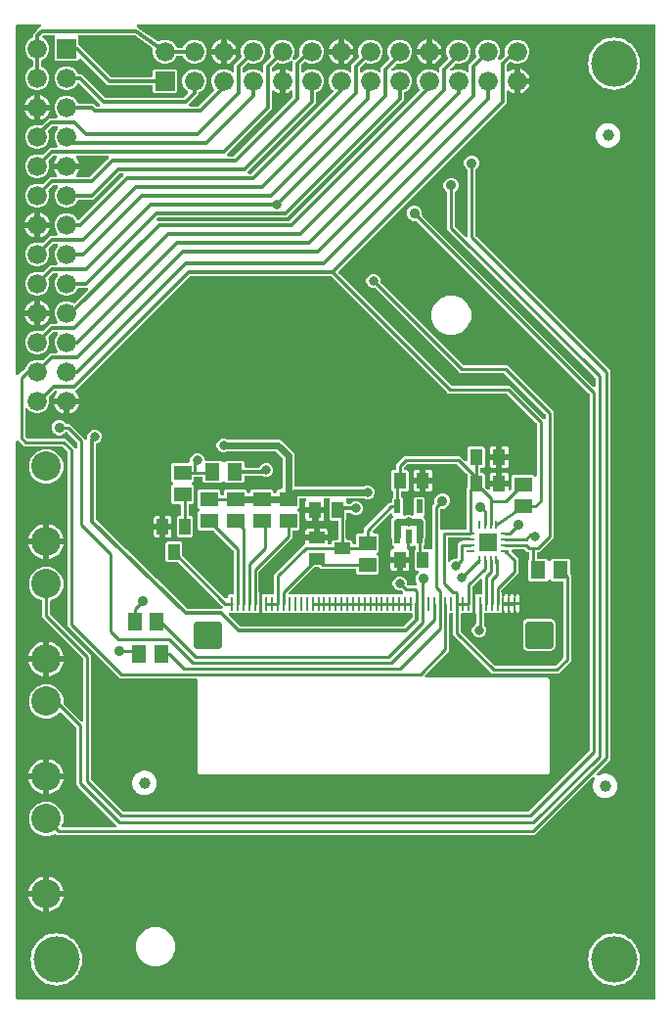
<source format=gbr>
G04 EAGLE Gerber RS-274X export*
G75*
%MOMM*%
%FSLAX34Y34*%
%LPD*%
%INTop Copper*%
%IPPOS*%
%AMOC8*
5,1,8,0,0,1.08239X$1,22.5*%
G01*
%ADD10R,1.500000X1.300000*%
%ADD11R,1.000000X1.400000*%
%ADD12R,0.550000X1.200000*%
%ADD13R,1.100000X1.400000*%
%ADD14C,1.000000*%
%ADD15R,1.400000X1.000000*%
%ADD16R,0.275000X1.200000*%
%ADD17C,0.600000*%
%ADD18R,1.500000X1.500000*%
%ADD19R,0.800000X0.280000*%
%ADD20R,0.280000X0.800000*%
%ADD21R,1.300000X1.500000*%
%ADD22R,1.676400X1.676400*%
%ADD23C,1.676400*%
%ADD24C,4.000000*%
%ADD25C,2.540000*%
%ADD26C,0.254000*%
%ADD27C,0.800100*%
%ADD28C,0.304800*%
%ADD29C,0.609600*%
%ADD30C,0.906400*%

G36*
X555673Y3191D02*
X555673Y3191D01*
X555792Y3198D01*
X555830Y3211D01*
X555871Y3216D01*
X555981Y3259D01*
X556094Y3296D01*
X556129Y3318D01*
X556166Y3333D01*
X556262Y3402D01*
X556363Y3466D01*
X556391Y3496D01*
X556424Y3519D01*
X556500Y3611D01*
X556581Y3698D01*
X556601Y3733D01*
X556626Y3764D01*
X556677Y3872D01*
X556735Y3976D01*
X556745Y4016D01*
X556762Y4052D01*
X556784Y4169D01*
X556814Y4284D01*
X556818Y4344D01*
X556822Y4364D01*
X556820Y4385D01*
X556824Y4445D01*
X556824Y845555D01*
X556809Y845673D01*
X556802Y845792D01*
X556789Y845830D01*
X556784Y845871D01*
X556741Y845981D01*
X556704Y846094D01*
X556682Y846129D01*
X556667Y846166D01*
X556598Y846262D01*
X556534Y846363D01*
X556504Y846391D01*
X556481Y846424D01*
X556389Y846500D01*
X556302Y846581D01*
X556267Y846601D01*
X556236Y846626D01*
X556128Y846677D01*
X556024Y846735D01*
X555984Y846745D01*
X555948Y846762D01*
X555831Y846784D01*
X555716Y846814D01*
X555656Y846818D01*
X555636Y846822D01*
X555615Y846820D01*
X555555Y846824D01*
X108690Y846824D01*
X108552Y846807D01*
X108414Y846794D01*
X108394Y846787D01*
X108374Y846784D01*
X108245Y846733D01*
X108114Y846686D01*
X108097Y846675D01*
X108079Y846667D01*
X107966Y846586D01*
X107851Y846508D01*
X107838Y846492D01*
X107821Y846481D01*
X107733Y846373D01*
X107641Y846269D01*
X107631Y846251D01*
X107619Y846236D01*
X107559Y846110D01*
X107496Y845986D01*
X107492Y845966D01*
X107483Y845948D01*
X107457Y845812D01*
X107426Y845676D01*
X107427Y845655D01*
X107423Y845636D01*
X107432Y845497D01*
X107436Y845358D01*
X107442Y845338D01*
X107443Y845318D01*
X107486Y845186D01*
X107524Y845052D01*
X107535Y845035D01*
X107541Y845016D01*
X107615Y844898D01*
X107686Y844778D01*
X107705Y844757D01*
X107711Y844747D01*
X107726Y844733D01*
X107792Y844658D01*
X108896Y843554D01*
X108920Y843535D01*
X108940Y843512D01*
X109066Y843412D01*
X125289Y832055D01*
X125358Y832019D01*
X125422Y831974D01*
X125498Y831945D01*
X125570Y831907D01*
X125646Y831889D01*
X125719Y831861D01*
X125800Y831852D01*
X125880Y831833D01*
X125958Y831835D01*
X126035Y831826D01*
X126116Y831837D01*
X126198Y831839D01*
X126273Y831860D01*
X126350Y831870D01*
X126502Y831923D01*
X126504Y831923D01*
X130008Y833375D01*
X134152Y833375D01*
X137979Y831789D01*
X140909Y828859D01*
X141555Y827300D01*
X141570Y827275D01*
X141579Y827247D01*
X141648Y827137D01*
X141713Y827024D01*
X141733Y827003D01*
X141749Y826978D01*
X141844Y826889D01*
X141934Y826796D01*
X141959Y826780D01*
X141981Y826760D01*
X142094Y826697D01*
X142205Y826629D01*
X142233Y826621D01*
X142259Y826606D01*
X142385Y826574D01*
X142509Y826536D01*
X142538Y826534D01*
X142567Y826527D01*
X142728Y826517D01*
X146832Y826517D01*
X146862Y826520D01*
X146891Y826518D01*
X147019Y826540D01*
X147148Y826557D01*
X147175Y826567D01*
X147204Y826572D01*
X147323Y826626D01*
X147444Y826674D01*
X147467Y826691D01*
X147494Y826703D01*
X147596Y826784D01*
X147701Y826860D01*
X147720Y826883D01*
X147743Y826902D01*
X147821Y827005D01*
X147904Y827105D01*
X147916Y827132D01*
X147934Y827156D01*
X148005Y827300D01*
X148651Y828859D01*
X151581Y831789D01*
X155408Y833375D01*
X159552Y833375D01*
X163379Y831789D01*
X166309Y828859D01*
X167895Y825032D01*
X167895Y820888D01*
X166309Y817061D01*
X163379Y814131D01*
X159552Y812545D01*
X155408Y812545D01*
X151581Y814131D01*
X148651Y817061D01*
X148005Y818620D01*
X147990Y818645D01*
X147981Y818673D01*
X147912Y818783D01*
X147847Y818896D01*
X147827Y818917D01*
X147811Y818942D01*
X147716Y819031D01*
X147626Y819124D01*
X147601Y819140D01*
X147579Y819160D01*
X147466Y819223D01*
X147355Y819291D01*
X147327Y819299D01*
X147301Y819314D01*
X147175Y819346D01*
X147051Y819384D01*
X147022Y819386D01*
X146993Y819393D01*
X146832Y819403D01*
X142728Y819403D01*
X142698Y819400D01*
X142669Y819402D01*
X142541Y819380D01*
X142412Y819363D01*
X142385Y819353D01*
X142356Y819348D01*
X142237Y819294D01*
X142116Y819246D01*
X142093Y819229D01*
X142066Y819217D01*
X141964Y819136D01*
X141859Y819060D01*
X141840Y819037D01*
X141817Y819018D01*
X141739Y818915D01*
X141656Y818815D01*
X141644Y818788D01*
X141626Y818764D01*
X141555Y818620D01*
X140909Y817061D01*
X137979Y814131D01*
X134152Y812545D01*
X130008Y812545D01*
X126181Y814131D01*
X123251Y817061D01*
X121665Y820888D01*
X121665Y825248D01*
X121659Y825298D01*
X121661Y825349D01*
X121639Y825455D01*
X121625Y825563D01*
X121607Y825611D01*
X121596Y825660D01*
X121548Y825758D01*
X121508Y825859D01*
X121479Y825900D01*
X121456Y825946D01*
X121385Y826028D01*
X121322Y826116D01*
X121283Y826149D01*
X121250Y826187D01*
X121124Y826288D01*
X105887Y836954D01*
X105756Y837022D01*
X105627Y837094D01*
X105616Y837097D01*
X105605Y837102D01*
X105462Y837136D01*
X105319Y837173D01*
X105303Y837174D01*
X105296Y837176D01*
X105280Y837176D01*
X105159Y837183D01*
X57940Y837183D01*
X57802Y837166D01*
X57663Y837153D01*
X57644Y837146D01*
X57624Y837143D01*
X57495Y837092D01*
X57364Y837045D01*
X57347Y837034D01*
X57328Y837026D01*
X57216Y836945D01*
X57101Y836867D01*
X57088Y836851D01*
X57071Y836840D01*
X56982Y836732D01*
X56890Y836628D01*
X56881Y836610D01*
X56868Y836595D01*
X56809Y836469D01*
X56746Y836345D01*
X56741Y836325D01*
X56733Y836307D01*
X56707Y836170D01*
X56676Y836035D01*
X56677Y836014D01*
X56673Y835995D01*
X56682Y835856D01*
X56686Y835717D01*
X56691Y835697D01*
X56693Y835677D01*
X56735Y835545D01*
X56774Y835411D01*
X56785Y835394D01*
X56791Y835375D01*
X56865Y835257D01*
X56936Y835137D01*
X56954Y835116D01*
X56961Y835106D01*
X56976Y835092D01*
X57042Y835016D01*
X57335Y834724D01*
X57335Y829601D01*
X57347Y829503D01*
X57350Y829404D01*
X57367Y829346D01*
X57375Y829285D01*
X57411Y829193D01*
X57439Y829098D01*
X57469Y829046D01*
X57492Y828990D01*
X57550Y828910D01*
X57600Y828824D01*
X57666Y828749D01*
X57678Y828732D01*
X57688Y828725D01*
X57706Y828703D01*
X84921Y801488D01*
X85000Y801428D01*
X85072Y801360D01*
X85125Y801331D01*
X85173Y801294D01*
X85264Y801254D01*
X85350Y801206D01*
X85409Y801191D01*
X85465Y801167D01*
X85563Y801152D01*
X85658Y801127D01*
X85758Y801121D01*
X85779Y801117D01*
X85791Y801119D01*
X85819Y801117D01*
X120396Y801117D01*
X120514Y801132D01*
X120633Y801139D01*
X120671Y801152D01*
X120712Y801157D01*
X120822Y801200D01*
X120935Y801237D01*
X120970Y801259D01*
X121007Y801274D01*
X121103Y801343D01*
X121204Y801407D01*
X121232Y801437D01*
X121265Y801460D01*
X121341Y801552D01*
X121422Y801639D01*
X121442Y801674D01*
X121467Y801705D01*
X121518Y801813D01*
X121576Y801917D01*
X121586Y801957D01*
X121603Y801993D01*
X121625Y802110D01*
X121655Y802225D01*
X121659Y802285D01*
X121663Y802305D01*
X121661Y802326D01*
X121665Y802386D01*
X121665Y806784D01*
X122856Y807975D01*
X141304Y807975D01*
X142495Y806784D01*
X142495Y788336D01*
X141304Y787145D01*
X122856Y787145D01*
X121665Y788336D01*
X121665Y792734D01*
X121650Y792852D01*
X121643Y792971D01*
X121630Y793009D01*
X121625Y793050D01*
X121582Y793160D01*
X121545Y793273D01*
X121523Y793308D01*
X121508Y793345D01*
X121439Y793441D01*
X121375Y793542D01*
X121345Y793570D01*
X121322Y793603D01*
X121230Y793679D01*
X121143Y793760D01*
X121108Y793780D01*
X121077Y793805D01*
X120969Y793856D01*
X120865Y793914D01*
X120825Y793924D01*
X120789Y793941D01*
X120672Y793963D01*
X120557Y793993D01*
X120497Y793997D01*
X120477Y794001D01*
X120456Y793999D01*
X120396Y794003D01*
X82347Y794003D01*
X79892Y796459D01*
X59501Y816849D01*
X59392Y816934D01*
X59285Y817022D01*
X59266Y817031D01*
X59250Y817044D01*
X59122Y817099D01*
X58997Y817158D01*
X58977Y817162D01*
X58958Y817170D01*
X58820Y817192D01*
X58684Y817218D01*
X58664Y817217D01*
X58644Y817220D01*
X58505Y817207D01*
X58367Y817198D01*
X58348Y817192D01*
X58328Y817190D01*
X58196Y817143D01*
X58065Y817100D01*
X58047Y817089D01*
X58028Y817082D01*
X57913Y817004D01*
X57796Y816930D01*
X57782Y816915D01*
X57765Y816904D01*
X57673Y816800D01*
X57578Y816698D01*
X57568Y816680D01*
X57555Y816665D01*
X57491Y816541D01*
X57424Y816420D01*
X57419Y816400D01*
X57410Y816382D01*
X57401Y816343D01*
X56144Y815085D01*
X37696Y815085D01*
X36505Y816276D01*
X36505Y834724D01*
X36798Y835016D01*
X36883Y835126D01*
X36972Y835233D01*
X36980Y835252D01*
X36993Y835268D01*
X37048Y835396D01*
X37107Y835521D01*
X37111Y835541D01*
X37119Y835560D01*
X37141Y835698D01*
X37167Y835834D01*
X37166Y835854D01*
X37169Y835874D01*
X37156Y836012D01*
X37147Y836151D01*
X37141Y836170D01*
X37139Y836190D01*
X37092Y836321D01*
X37049Y836453D01*
X37038Y836471D01*
X37032Y836490D01*
X36954Y836604D01*
X36879Y836722D01*
X36864Y836736D01*
X36853Y836753D01*
X36749Y836845D01*
X36647Y836940D01*
X36630Y836950D01*
X36615Y836963D01*
X36491Y837026D01*
X36369Y837094D01*
X36349Y837099D01*
X36331Y837108D01*
X36195Y837138D01*
X36061Y837173D01*
X36033Y837175D01*
X36021Y837178D01*
X36001Y837177D01*
X35900Y837183D01*
X27399Y837183D01*
X27301Y837171D01*
X27202Y837168D01*
X27144Y837151D01*
X27083Y837143D01*
X26991Y837107D01*
X26896Y837080D01*
X26844Y837049D01*
X26788Y837026D01*
X26708Y836968D01*
X26622Y836918D01*
X26547Y836852D01*
X26530Y836840D01*
X26523Y836830D01*
X26502Y836812D01*
X26358Y836668D01*
X26328Y836629D01*
X26291Y836596D01*
X26231Y836504D01*
X26163Y836417D01*
X26144Y836372D01*
X26116Y836330D01*
X26081Y836226D01*
X26037Y836125D01*
X26029Y836076D01*
X26013Y836029D01*
X26004Y835920D01*
X25987Y835811D01*
X25992Y835762D01*
X25988Y835712D01*
X26007Y835604D01*
X26017Y835495D01*
X26034Y835448D01*
X26042Y835399D01*
X26087Y835299D01*
X26124Y835195D01*
X26152Y835154D01*
X26173Y835109D01*
X26241Y835023D01*
X26303Y834932D01*
X26340Y834899D01*
X26371Y834860D01*
X26459Y834794D01*
X26541Y834722D01*
X26586Y834699D01*
X26626Y834669D01*
X26770Y834598D01*
X27419Y834329D01*
X30349Y831399D01*
X31935Y827572D01*
X31935Y823428D01*
X30349Y819601D01*
X27419Y816671D01*
X25860Y816025D01*
X25835Y816010D01*
X25807Y816001D01*
X25697Y815932D01*
X25584Y815867D01*
X25563Y815847D01*
X25538Y815831D01*
X25449Y815737D01*
X25356Y815646D01*
X25340Y815621D01*
X25320Y815599D01*
X25257Y815486D01*
X25189Y815375D01*
X25181Y815347D01*
X25166Y815321D01*
X25134Y815195D01*
X25096Y815071D01*
X25094Y815042D01*
X25087Y815013D01*
X25077Y814852D01*
X25077Y810748D01*
X25080Y810718D01*
X25078Y810689D01*
X25100Y810561D01*
X25117Y810432D01*
X25127Y810405D01*
X25132Y810376D01*
X25186Y810257D01*
X25234Y810136D01*
X25251Y810113D01*
X25263Y810086D01*
X25344Y809984D01*
X25420Y809879D01*
X25443Y809860D01*
X25462Y809837D01*
X25565Y809759D01*
X25665Y809676D01*
X25692Y809664D01*
X25716Y809646D01*
X25860Y809575D01*
X27419Y808929D01*
X30349Y805999D01*
X31935Y802172D01*
X31935Y798028D01*
X30349Y794201D01*
X27419Y791271D01*
X23592Y789685D01*
X19448Y789685D01*
X15621Y791271D01*
X12691Y794201D01*
X11105Y798028D01*
X11105Y802172D01*
X12691Y805999D01*
X15621Y808929D01*
X17180Y809575D01*
X17205Y809590D01*
X17233Y809599D01*
X17343Y809668D01*
X17456Y809733D01*
X17477Y809753D01*
X17502Y809769D01*
X17591Y809863D01*
X17684Y809954D01*
X17700Y809979D01*
X17720Y810001D01*
X17783Y810114D01*
X17851Y810225D01*
X17859Y810253D01*
X17874Y810279D01*
X17906Y810405D01*
X17944Y810529D01*
X17946Y810558D01*
X17953Y810587D01*
X17963Y810748D01*
X17963Y814852D01*
X17960Y814882D01*
X17962Y814911D01*
X17940Y815039D01*
X17923Y815168D01*
X17913Y815195D01*
X17908Y815224D01*
X17854Y815343D01*
X17806Y815464D01*
X17789Y815487D01*
X17777Y815514D01*
X17696Y815616D01*
X17620Y815721D01*
X17597Y815740D01*
X17578Y815763D01*
X17475Y815841D01*
X17375Y815924D01*
X17348Y815936D01*
X17324Y815954D01*
X17180Y816025D01*
X15621Y816671D01*
X12691Y819601D01*
X11105Y823428D01*
X11105Y827572D01*
X12691Y831399D01*
X15621Y834329D01*
X17180Y834975D01*
X17205Y834990D01*
X17233Y834999D01*
X17343Y835068D01*
X17456Y835133D01*
X17477Y835153D01*
X17502Y835169D01*
X17591Y835263D01*
X17684Y835354D01*
X17700Y835379D01*
X17720Y835401D01*
X17783Y835514D01*
X17851Y835625D01*
X17859Y835653D01*
X17874Y835679D01*
X17906Y835805D01*
X17944Y835929D01*
X17946Y835958D01*
X17953Y835987D01*
X17963Y836148D01*
X17963Y838333D01*
X21472Y841841D01*
X24288Y844658D01*
X24373Y844767D01*
X24461Y844874D01*
X24470Y844893D01*
X24483Y844909D01*
X24538Y845037D01*
X24597Y845162D01*
X24601Y845182D01*
X24609Y845201D01*
X24631Y845339D01*
X24657Y845475D01*
X24656Y845495D01*
X24659Y845515D01*
X24646Y845654D01*
X24637Y845792D01*
X24631Y845811D01*
X24629Y845831D01*
X24582Y845963D01*
X24539Y846094D01*
X24528Y846112D01*
X24521Y846131D01*
X24443Y846246D01*
X24369Y846363D01*
X24354Y846377D01*
X24343Y846394D01*
X24238Y846486D01*
X24137Y846581D01*
X24120Y846591D01*
X24104Y846604D01*
X23980Y846668D01*
X23859Y846735D01*
X23839Y846740D01*
X23821Y846749D01*
X23685Y846779D01*
X23551Y846814D01*
X23523Y846816D01*
X23511Y846819D01*
X23490Y846818D01*
X23390Y846824D01*
X4445Y846824D01*
X4327Y846809D01*
X4208Y846802D01*
X4170Y846789D01*
X4129Y846784D01*
X4019Y846741D01*
X3906Y846704D01*
X3871Y846682D01*
X3834Y846667D01*
X3738Y846598D01*
X3637Y846534D01*
X3609Y846504D01*
X3576Y846481D01*
X3500Y846389D01*
X3419Y846302D01*
X3399Y846267D01*
X3374Y846236D01*
X3323Y846128D01*
X3265Y846024D01*
X3255Y845984D01*
X3238Y845948D01*
X3216Y845831D01*
X3186Y845716D01*
X3182Y845656D01*
X3178Y845636D01*
X3180Y845615D01*
X3176Y845555D01*
X3176Y544311D01*
X3193Y544173D01*
X3206Y544034D01*
X3213Y544015D01*
X3216Y543995D01*
X3267Y543866D01*
X3314Y543735D01*
X3325Y543718D01*
X3333Y543700D01*
X3414Y543587D01*
X3492Y543472D01*
X3508Y543459D01*
X3519Y543442D01*
X3627Y543353D01*
X3731Y543261D01*
X3749Y543252D01*
X3764Y543239D01*
X3890Y543180D01*
X4014Y543117D01*
X4034Y543112D01*
X4052Y543104D01*
X4189Y543078D01*
X4324Y543047D01*
X4345Y543048D01*
X4364Y543044D01*
X4503Y543053D01*
X4642Y543057D01*
X4662Y543063D01*
X4682Y543064D01*
X4814Y543107D01*
X4948Y543145D01*
X4965Y543156D01*
X4984Y543162D01*
X5102Y543236D01*
X5222Y543307D01*
X5243Y543325D01*
X5253Y543332D01*
X5267Y543347D01*
X5342Y543413D01*
X6623Y544694D01*
X6624Y544694D01*
X9026Y547096D01*
X11637Y549708D01*
X11643Y549715D01*
X11650Y549721D01*
X11740Y549840D01*
X11832Y549959D01*
X11836Y549968D01*
X11841Y549975D01*
X11912Y550120D01*
X12691Y551999D01*
X15621Y554929D01*
X19448Y556515D01*
X23592Y556515D01*
X25151Y555869D01*
X25179Y555861D01*
X25206Y555848D01*
X25332Y555819D01*
X25458Y555785D01*
X25487Y555784D01*
X25516Y555778D01*
X25646Y555782D01*
X25776Y555780D01*
X25804Y555787D01*
X25834Y555788D01*
X25958Y555824D01*
X26085Y555854D01*
X26111Y555868D01*
X26139Y555876D01*
X26251Y555942D01*
X26366Y556003D01*
X26388Y556023D01*
X26413Y556038D01*
X26534Y556144D01*
X30292Y559901D01*
X32747Y562357D01*
X38270Y562357D01*
X38408Y562374D01*
X38547Y562387D01*
X38566Y562394D01*
X38586Y562397D01*
X38715Y562448D01*
X38846Y562495D01*
X38863Y562506D01*
X38882Y562514D01*
X38994Y562595D01*
X39109Y562673D01*
X39123Y562689D01*
X39139Y562700D01*
X39228Y562808D01*
X39320Y562912D01*
X39329Y562930D01*
X39342Y562945D01*
X39401Y563071D01*
X39464Y563195D01*
X39469Y563215D01*
X39477Y563233D01*
X39503Y563370D01*
X39534Y563505D01*
X39533Y563526D01*
X39537Y563545D01*
X39528Y563684D01*
X39524Y563823D01*
X39519Y563843D01*
X39517Y563863D01*
X39475Y563995D01*
X39436Y564129D01*
X39426Y564146D01*
X39419Y564165D01*
X39345Y564283D01*
X39274Y564403D01*
X39256Y564424D01*
X39249Y564434D01*
X39234Y564448D01*
X39168Y564523D01*
X38091Y565601D01*
X36505Y569428D01*
X36505Y573572D01*
X38091Y577399D01*
X39168Y578477D01*
X39253Y578586D01*
X39342Y578693D01*
X39350Y578712D01*
X39363Y578728D01*
X39418Y578855D01*
X39477Y578981D01*
X39481Y579001D01*
X39489Y579020D01*
X39511Y579158D01*
X39537Y579294D01*
X39536Y579314D01*
X39539Y579334D01*
X39526Y579473D01*
X39517Y579611D01*
X39511Y579630D01*
X39509Y579650D01*
X39462Y579782D01*
X39419Y579913D01*
X39408Y579931D01*
X39402Y579950D01*
X39324Y580065D01*
X39249Y580182D01*
X39234Y580196D01*
X39223Y580213D01*
X39119Y580305D01*
X39018Y580400D01*
X39000Y580410D01*
X38985Y580423D01*
X38861Y580486D01*
X38739Y580554D01*
X38719Y580559D01*
X38701Y580568D01*
X38566Y580598D01*
X38431Y580633D01*
X38403Y580635D01*
X38391Y580638D01*
X38371Y580637D01*
X38270Y580643D01*
X36219Y580643D01*
X36121Y580631D01*
X36022Y580628D01*
X35964Y580611D01*
X35903Y580603D01*
X35811Y580567D01*
X35716Y580539D01*
X35664Y580509D01*
X35608Y580486D01*
X35528Y580428D01*
X35442Y580378D01*
X35367Y580312D01*
X35350Y580300D01*
X35343Y580290D01*
X35321Y580272D01*
X31564Y576514D01*
X31546Y576491D01*
X31523Y576472D01*
X31449Y576365D01*
X31369Y576263D01*
X31357Y576236D01*
X31340Y576212D01*
X31294Y576090D01*
X31243Y575971D01*
X31238Y575942D01*
X31228Y575914D01*
X31213Y575785D01*
X31193Y575657D01*
X31196Y575627D01*
X31192Y575598D01*
X31211Y575470D01*
X31215Y575417D01*
X31218Y575371D01*
X31220Y575364D01*
X31223Y575340D01*
X31233Y575312D01*
X31237Y575283D01*
X31289Y575131D01*
X31935Y573572D01*
X31935Y569428D01*
X30349Y565601D01*
X27419Y562671D01*
X23592Y561085D01*
X19448Y561085D01*
X15621Y562671D01*
X12691Y565601D01*
X11105Y569428D01*
X11105Y573572D01*
X12691Y577399D01*
X15621Y580329D01*
X19448Y581915D01*
X23592Y581915D01*
X25151Y581269D01*
X25179Y581261D01*
X25206Y581248D01*
X25332Y581219D01*
X25458Y581185D01*
X25487Y581184D01*
X25516Y581178D01*
X25646Y581182D01*
X25776Y581180D01*
X25804Y581187D01*
X25834Y581188D01*
X25958Y581224D01*
X26085Y581254D01*
X26111Y581268D01*
X26139Y581276D01*
X26251Y581342D01*
X26366Y581403D01*
X26388Y581423D01*
X26413Y581438D01*
X26534Y581544D01*
X30292Y585301D01*
X32747Y587757D01*
X38270Y587757D01*
X38408Y587774D01*
X38547Y587787D01*
X38566Y587794D01*
X38586Y587797D01*
X38715Y587848D01*
X38846Y587895D01*
X38863Y587906D01*
X38882Y587914D01*
X38994Y587995D01*
X39109Y588073D01*
X39123Y588089D01*
X39139Y588100D01*
X39228Y588208D01*
X39320Y588312D01*
X39329Y588330D01*
X39342Y588345D01*
X39401Y588471D01*
X39464Y588595D01*
X39469Y588615D01*
X39477Y588633D01*
X39503Y588770D01*
X39534Y588905D01*
X39533Y588926D01*
X39537Y588945D01*
X39528Y589084D01*
X39524Y589223D01*
X39519Y589243D01*
X39517Y589263D01*
X39475Y589395D01*
X39436Y589529D01*
X39426Y589546D01*
X39419Y589565D01*
X39345Y589683D01*
X39274Y589803D01*
X39256Y589824D01*
X39249Y589834D01*
X39234Y589848D01*
X39168Y589923D01*
X38091Y591001D01*
X36505Y594828D01*
X36505Y598972D01*
X38091Y602799D01*
X41021Y605729D01*
X44848Y607315D01*
X48992Y607315D01*
X52824Y605727D01*
X52906Y605664D01*
X52995Y605585D01*
X53031Y605567D01*
X53063Y605542D01*
X53172Y605495D01*
X53278Y605440D01*
X53318Y605432D01*
X53355Y605416D01*
X53473Y605397D01*
X53589Y605371D01*
X53629Y605372D01*
X53669Y605366D01*
X53788Y605377D01*
X53907Y605380D01*
X53945Y605392D01*
X53986Y605395D01*
X54098Y605436D01*
X54212Y605469D01*
X54247Y605489D01*
X54285Y605503D01*
X54383Y605570D01*
X54486Y605630D01*
X54531Y605670D01*
X54548Y605682D01*
X54562Y605697D01*
X54607Y605737D01*
X65447Y616577D01*
X65532Y616686D01*
X65620Y616793D01*
X65629Y616812D01*
X65642Y616828D01*
X65697Y616956D01*
X65756Y617081D01*
X65760Y617101D01*
X65768Y617120D01*
X65790Y617258D01*
X65816Y617394D01*
X65815Y617414D01*
X65818Y617434D01*
X65805Y617573D01*
X65796Y617711D01*
X65790Y617730D01*
X65788Y617750D01*
X65741Y617882D01*
X65698Y618013D01*
X65687Y618031D01*
X65680Y618050D01*
X65602Y618165D01*
X65528Y618282D01*
X65513Y618296D01*
X65502Y618313D01*
X65398Y618405D01*
X65296Y618500D01*
X65278Y618510D01*
X65263Y618523D01*
X65140Y618586D01*
X65018Y618654D01*
X64998Y618659D01*
X64980Y618668D01*
X64844Y618698D01*
X64710Y618733D01*
X64682Y618735D01*
X64670Y618738D01*
X64649Y618737D01*
X64549Y618743D01*
X57568Y618743D01*
X57538Y618740D01*
X57509Y618742D01*
X57381Y618720D01*
X57252Y618703D01*
X57225Y618693D01*
X57196Y618688D01*
X57077Y618634D01*
X56956Y618586D01*
X56933Y618569D01*
X56906Y618557D01*
X56804Y618476D01*
X56699Y618400D01*
X56680Y618377D01*
X56657Y618358D01*
X56579Y618255D01*
X56496Y618155D01*
X56484Y618128D01*
X56466Y618104D01*
X56395Y617960D01*
X55749Y616401D01*
X52819Y613471D01*
X48992Y611885D01*
X44848Y611885D01*
X41021Y613471D01*
X38091Y616401D01*
X36505Y620228D01*
X36505Y624372D01*
X38091Y628199D01*
X39168Y629277D01*
X39253Y629386D01*
X39342Y629493D01*
X39350Y629512D01*
X39363Y629528D01*
X39418Y629655D01*
X39477Y629781D01*
X39481Y629801D01*
X39489Y629820D01*
X39511Y629958D01*
X39537Y630094D01*
X39536Y630114D01*
X39539Y630134D01*
X39526Y630273D01*
X39517Y630411D01*
X39511Y630430D01*
X39509Y630450D01*
X39462Y630582D01*
X39419Y630713D01*
X39408Y630731D01*
X39402Y630750D01*
X39324Y630865D01*
X39249Y630982D01*
X39234Y630996D01*
X39223Y631013D01*
X39119Y631105D01*
X39018Y631200D01*
X39000Y631210D01*
X38985Y631223D01*
X38861Y631286D01*
X38739Y631354D01*
X38719Y631359D01*
X38701Y631368D01*
X38566Y631398D01*
X38431Y631433D01*
X38403Y631435D01*
X38391Y631438D01*
X38371Y631437D01*
X38270Y631443D01*
X36219Y631443D01*
X36121Y631431D01*
X36022Y631428D01*
X35964Y631411D01*
X35903Y631403D01*
X35811Y631367D01*
X35716Y631339D01*
X35664Y631309D01*
X35608Y631286D01*
X35528Y631228D01*
X35442Y631178D01*
X35367Y631112D01*
X35350Y631100D01*
X35343Y631090D01*
X35321Y631072D01*
X31564Y627314D01*
X31546Y627291D01*
X31523Y627272D01*
X31449Y627165D01*
X31369Y627063D01*
X31357Y627036D01*
X31340Y627012D01*
X31294Y626890D01*
X31243Y626771D01*
X31238Y626742D01*
X31228Y626714D01*
X31213Y626585D01*
X31193Y626457D01*
X31196Y626427D01*
X31192Y626398D01*
X31211Y626270D01*
X31223Y626140D01*
X31233Y626112D01*
X31237Y626083D01*
X31289Y625931D01*
X31935Y624372D01*
X31935Y620228D01*
X30349Y616401D01*
X27419Y613471D01*
X23592Y611885D01*
X19448Y611885D01*
X15621Y613471D01*
X12691Y616401D01*
X11105Y620228D01*
X11105Y624372D01*
X12691Y628199D01*
X15621Y631129D01*
X19448Y632715D01*
X23592Y632715D01*
X25151Y632069D01*
X25179Y632061D01*
X25206Y632048D01*
X25332Y632019D01*
X25458Y631985D01*
X25487Y631984D01*
X25516Y631978D01*
X25646Y631982D01*
X25776Y631980D01*
X25804Y631987D01*
X25834Y631988D01*
X25958Y632024D01*
X26085Y632054D01*
X26111Y632068D01*
X26139Y632076D01*
X26251Y632142D01*
X26366Y632203D01*
X26388Y632223D01*
X26413Y632238D01*
X26534Y632344D01*
X30292Y636101D01*
X32747Y638557D01*
X38270Y638557D01*
X38408Y638574D01*
X38547Y638587D01*
X38566Y638594D01*
X38586Y638597D01*
X38715Y638648D01*
X38846Y638695D01*
X38863Y638706D01*
X38882Y638714D01*
X38994Y638795D01*
X39109Y638873D01*
X39123Y638889D01*
X39139Y638900D01*
X39228Y639008D01*
X39320Y639112D01*
X39329Y639130D01*
X39342Y639145D01*
X39401Y639271D01*
X39464Y639395D01*
X39469Y639415D01*
X39477Y639433D01*
X39503Y639570D01*
X39534Y639705D01*
X39533Y639726D01*
X39537Y639745D01*
X39528Y639884D01*
X39524Y640023D01*
X39519Y640043D01*
X39517Y640063D01*
X39475Y640195D01*
X39436Y640329D01*
X39426Y640346D01*
X39419Y640365D01*
X39345Y640483D01*
X39274Y640603D01*
X39256Y640624D01*
X39249Y640634D01*
X39234Y640648D01*
X39168Y640723D01*
X38091Y641801D01*
X36505Y645628D01*
X36505Y649772D01*
X38091Y653599D01*
X39168Y654677D01*
X39253Y654786D01*
X39342Y654893D01*
X39350Y654912D01*
X39363Y654928D01*
X39418Y655055D01*
X39477Y655181D01*
X39481Y655201D01*
X39489Y655220D01*
X39511Y655358D01*
X39537Y655494D01*
X39536Y655514D01*
X39539Y655534D01*
X39526Y655673D01*
X39517Y655811D01*
X39511Y655830D01*
X39509Y655850D01*
X39462Y655982D01*
X39419Y656113D01*
X39408Y656131D01*
X39402Y656150D01*
X39324Y656265D01*
X39249Y656382D01*
X39234Y656396D01*
X39223Y656413D01*
X39119Y656505D01*
X39018Y656600D01*
X39000Y656610D01*
X38985Y656623D01*
X38861Y656686D01*
X38739Y656754D01*
X38719Y656759D01*
X38701Y656768D01*
X38566Y656798D01*
X38431Y656833D01*
X38403Y656835D01*
X38391Y656838D01*
X38371Y656837D01*
X38270Y656843D01*
X36219Y656843D01*
X36121Y656831D01*
X36022Y656828D01*
X35964Y656811D01*
X35903Y656803D01*
X35811Y656767D01*
X35716Y656739D01*
X35664Y656709D01*
X35608Y656686D01*
X35528Y656628D01*
X35442Y656578D01*
X35367Y656512D01*
X35350Y656500D01*
X35348Y656497D01*
X35347Y656496D01*
X35340Y656488D01*
X35321Y656472D01*
X31564Y652714D01*
X31546Y652691D01*
X31523Y652672D01*
X31449Y652565D01*
X31369Y652463D01*
X31357Y652436D01*
X31340Y652412D01*
X31294Y652290D01*
X31243Y652171D01*
X31238Y652142D01*
X31228Y652114D01*
X31213Y651985D01*
X31193Y651857D01*
X31196Y651827D01*
X31192Y651798D01*
X31211Y651670D01*
X31223Y651540D01*
X31233Y651512D01*
X31237Y651483D01*
X31289Y651331D01*
X31935Y649772D01*
X31935Y645628D01*
X30349Y641801D01*
X27419Y638871D01*
X23592Y637285D01*
X19448Y637285D01*
X15621Y638871D01*
X12691Y641801D01*
X11105Y645628D01*
X11105Y649772D01*
X12691Y653599D01*
X15621Y656529D01*
X19448Y658115D01*
X23592Y658115D01*
X25151Y657469D01*
X25179Y657461D01*
X25206Y657448D01*
X25332Y657419D01*
X25458Y657385D01*
X25487Y657384D01*
X25516Y657378D01*
X25646Y657382D01*
X25776Y657380D01*
X25804Y657387D01*
X25834Y657388D01*
X25958Y657424D01*
X26085Y657454D01*
X26111Y657468D01*
X26139Y657476D01*
X26251Y657542D01*
X26366Y657603D01*
X26388Y657623D01*
X26413Y657638D01*
X26534Y657744D01*
X30292Y661501D01*
X32747Y663957D01*
X38270Y663957D01*
X38408Y663974D01*
X38547Y663987D01*
X38566Y663994D01*
X38586Y663997D01*
X38715Y664048D01*
X38846Y664095D01*
X38863Y664106D01*
X38882Y664114D01*
X38994Y664195D01*
X39109Y664273D01*
X39123Y664289D01*
X39139Y664300D01*
X39228Y664408D01*
X39320Y664512D01*
X39329Y664530D01*
X39342Y664545D01*
X39401Y664671D01*
X39464Y664795D01*
X39469Y664815D01*
X39477Y664833D01*
X39503Y664970D01*
X39534Y665105D01*
X39533Y665126D01*
X39537Y665145D01*
X39528Y665284D01*
X39524Y665423D01*
X39519Y665443D01*
X39517Y665463D01*
X39475Y665595D01*
X39436Y665729D01*
X39426Y665746D01*
X39419Y665765D01*
X39345Y665883D01*
X39274Y666003D01*
X39256Y666024D01*
X39249Y666034D01*
X39234Y666048D01*
X39168Y666123D01*
X38091Y667201D01*
X36505Y671028D01*
X36505Y675172D01*
X38091Y678999D01*
X41021Y681929D01*
X44848Y683515D01*
X48992Y683515D01*
X52819Y681929D01*
X55749Y678999D01*
X56059Y678251D01*
X56084Y678208D01*
X56101Y678161D01*
X56162Y678070D01*
X56217Y677975D01*
X56251Y677939D01*
X56279Y677898D01*
X56362Y677825D01*
X56438Y677746D01*
X56480Y677720D01*
X56518Y677688D01*
X56615Y677638D01*
X56709Y677580D01*
X56757Y677566D01*
X56801Y677543D01*
X56908Y677519D01*
X57013Y677487D01*
X57063Y677484D01*
X57111Y677473D01*
X57221Y677477D01*
X57331Y677471D01*
X57379Y677481D01*
X57429Y677483D01*
X57535Y677513D01*
X57642Y677536D01*
X57687Y677558D01*
X57735Y677571D01*
X57829Y677627D01*
X57928Y677675D01*
X57966Y677708D01*
X58008Y677733D01*
X58129Y677839D01*
X95132Y714841D01*
X95132Y714842D01*
X95927Y715637D01*
X96012Y715746D01*
X96100Y715853D01*
X96109Y715872D01*
X96121Y715888D01*
X96177Y716016D01*
X96236Y716141D01*
X96240Y716161D01*
X96248Y716180D01*
X96270Y716318D01*
X96296Y716454D01*
X96295Y716474D01*
X96298Y716494D01*
X96285Y716633D01*
X96276Y716771D01*
X96270Y716790D01*
X96268Y716810D01*
X96221Y716941D01*
X96178Y717073D01*
X96167Y717091D01*
X96160Y717110D01*
X96082Y717224D01*
X96008Y717342D01*
X95993Y717356D01*
X95982Y717373D01*
X95878Y717465D01*
X95776Y717560D01*
X95758Y717570D01*
X95743Y717583D01*
X95620Y717646D01*
X95498Y717714D01*
X95478Y717719D01*
X95460Y717728D01*
X95324Y717758D01*
X95190Y717793D01*
X95162Y717795D01*
X95150Y717798D01*
X95129Y717797D01*
X95029Y717803D01*
X93439Y717803D01*
X93341Y717791D01*
X93242Y717788D01*
X93184Y717771D01*
X93123Y717763D01*
X93031Y717727D01*
X92936Y717699D01*
X92884Y717669D01*
X92828Y717646D01*
X92748Y717588D01*
X92662Y717538D01*
X92587Y717472D01*
X92570Y717460D01*
X92563Y717450D01*
X92541Y717432D01*
X70053Y694943D01*
X57568Y694943D01*
X57538Y694940D01*
X57509Y694942D01*
X57381Y694920D01*
X57252Y694903D01*
X57225Y694893D01*
X57196Y694888D01*
X57077Y694834D01*
X56956Y694786D01*
X56933Y694769D01*
X56906Y694757D01*
X56804Y694676D01*
X56699Y694600D01*
X56680Y694577D01*
X56657Y694558D01*
X56579Y694455D01*
X56496Y694355D01*
X56484Y694328D01*
X56466Y694304D01*
X56395Y694160D01*
X55749Y692601D01*
X52819Y689671D01*
X48992Y688085D01*
X44848Y688085D01*
X41021Y689671D01*
X38091Y692601D01*
X36505Y696428D01*
X36505Y700572D01*
X38091Y704399D01*
X39168Y705477D01*
X39253Y705586D01*
X39342Y705693D01*
X39350Y705712D01*
X39363Y705728D01*
X39418Y705855D01*
X39477Y705981D01*
X39481Y706001D01*
X39489Y706020D01*
X39511Y706158D01*
X39537Y706294D01*
X39536Y706314D01*
X39539Y706334D01*
X39526Y706473D01*
X39517Y706611D01*
X39511Y706630D01*
X39509Y706650D01*
X39462Y706782D01*
X39419Y706913D01*
X39408Y706931D01*
X39402Y706950D01*
X39324Y707065D01*
X39249Y707182D01*
X39234Y707196D01*
X39223Y707213D01*
X39119Y707305D01*
X39018Y707400D01*
X39000Y707410D01*
X38985Y707423D01*
X38861Y707486D01*
X38739Y707554D01*
X38719Y707559D01*
X38701Y707568D01*
X38566Y707598D01*
X38431Y707633D01*
X38403Y707635D01*
X38391Y707638D01*
X38371Y707637D01*
X38270Y707643D01*
X36219Y707643D01*
X36121Y707631D01*
X36022Y707628D01*
X35964Y707611D01*
X35903Y707603D01*
X35811Y707567D01*
X35716Y707539D01*
X35664Y707509D01*
X35608Y707486D01*
X35528Y707428D01*
X35442Y707378D01*
X35367Y707312D01*
X35350Y707300D01*
X35343Y707290D01*
X35321Y707272D01*
X31564Y703514D01*
X31546Y703491D01*
X31523Y703472D01*
X31449Y703366D01*
X31369Y703263D01*
X31357Y703236D01*
X31340Y703212D01*
X31294Y703090D01*
X31243Y702971D01*
X31238Y702942D01*
X31228Y702914D01*
X31213Y702785D01*
X31193Y702657D01*
X31196Y702627D01*
X31192Y702598D01*
X31211Y702470D01*
X31223Y702340D01*
X31233Y702312D01*
X31237Y702283D01*
X31289Y702131D01*
X31935Y700572D01*
X31935Y696428D01*
X30349Y692601D01*
X27419Y689671D01*
X23592Y688085D01*
X19448Y688085D01*
X15621Y689671D01*
X12691Y692601D01*
X11105Y696428D01*
X11105Y700572D01*
X12691Y704399D01*
X15621Y707329D01*
X19448Y708915D01*
X23592Y708915D01*
X25151Y708269D01*
X25179Y708261D01*
X25206Y708248D01*
X25332Y708219D01*
X25458Y708185D01*
X25487Y708184D01*
X25516Y708178D01*
X25646Y708182D01*
X25776Y708180D01*
X25804Y708187D01*
X25834Y708188D01*
X25958Y708224D01*
X26085Y708254D01*
X26111Y708268D01*
X26139Y708276D01*
X26251Y708342D01*
X26366Y708403D01*
X26388Y708423D01*
X26413Y708438D01*
X26534Y708544D01*
X32747Y714757D01*
X37571Y714757D01*
X37610Y714762D01*
X37650Y714759D01*
X37768Y714782D01*
X37886Y714797D01*
X37923Y714811D01*
X37962Y714819D01*
X38071Y714870D01*
X38182Y714914D01*
X38214Y714937D01*
X38250Y714954D01*
X38343Y715030D01*
X38439Y715100D01*
X38465Y715131D01*
X38495Y715156D01*
X38566Y715253D01*
X38642Y715345D01*
X38659Y715381D01*
X38682Y715414D01*
X38727Y715525D01*
X38778Y715633D01*
X38785Y715672D01*
X38800Y715709D01*
X38815Y715828D01*
X38837Y715945D01*
X38835Y715985D01*
X38840Y716025D01*
X38825Y716144D01*
X38818Y716263D01*
X38805Y716301D01*
X38800Y716340D01*
X38756Y716452D01*
X38720Y716565D01*
X38698Y716599D01*
X38684Y716636D01*
X38598Y716772D01*
X37578Y718175D01*
X36797Y719707D01*
X36266Y721342D01*
X36257Y721401D01*
X45690Y721401D01*
X45808Y721416D01*
X45927Y721423D01*
X45965Y721435D01*
X46005Y721441D01*
X46116Y721484D01*
X46229Y721521D01*
X46263Y721543D01*
X46301Y721558D01*
X46397Y721627D01*
X46498Y721691D01*
X46526Y721721D01*
X46558Y721744D01*
X46634Y721836D01*
X46716Y721923D01*
X46735Y721958D01*
X46761Y721989D01*
X46812Y722097D01*
X46869Y722201D01*
X46879Y722241D01*
X46897Y722277D01*
X46917Y722384D01*
X46921Y722354D01*
X46965Y722244D01*
X47001Y722131D01*
X47023Y722096D01*
X47038Y722059D01*
X47108Y721962D01*
X47171Y721862D01*
X47201Y721834D01*
X47225Y721801D01*
X47316Y721725D01*
X47403Y721644D01*
X47438Y721624D01*
X47470Y721599D01*
X47577Y721548D01*
X47682Y721490D01*
X47721Y721480D01*
X47757Y721463D01*
X47874Y721441D01*
X47990Y721411D01*
X48050Y721407D01*
X48070Y721403D01*
X48090Y721405D01*
X48150Y721401D01*
X57583Y721401D01*
X57574Y721342D01*
X57043Y719707D01*
X56262Y718175D01*
X55242Y716772D01*
X55223Y716737D01*
X55198Y716707D01*
X55147Y716598D01*
X55089Y716493D01*
X55079Y716455D01*
X55062Y716419D01*
X55040Y716302D01*
X55010Y716185D01*
X55010Y716145D01*
X55003Y716106D01*
X55010Y715987D01*
X55010Y715867D01*
X55020Y715829D01*
X55022Y715789D01*
X55059Y715675D01*
X55089Y715559D01*
X55108Y715524D01*
X55120Y715487D01*
X55184Y715385D01*
X55242Y715280D01*
X55269Y715251D01*
X55291Y715218D01*
X55378Y715136D01*
X55460Y715049D01*
X55493Y715027D01*
X55522Y715000D01*
X55627Y714942D01*
X55728Y714878D01*
X55766Y714866D01*
X55801Y714846D01*
X55917Y714817D01*
X56030Y714779D01*
X56070Y714777D01*
X56109Y714767D01*
X56269Y714757D01*
X66581Y714757D01*
X66679Y714769D01*
X66778Y714772D01*
X66836Y714789D01*
X66897Y714797D01*
X66989Y714833D01*
X67084Y714861D01*
X67136Y714891D01*
X67192Y714914D01*
X67272Y714972D01*
X67358Y715022D01*
X67433Y715088D01*
X67450Y715100D01*
X67457Y715110D01*
X67479Y715128D01*
X82432Y730081D01*
X82432Y730082D01*
X83227Y730877D01*
X83312Y730986D01*
X83400Y731093D01*
X83409Y731112D01*
X83421Y731128D01*
X83477Y731256D01*
X83536Y731381D01*
X83540Y731401D01*
X83548Y731420D01*
X83570Y731558D01*
X83596Y731694D01*
X83595Y731714D01*
X83598Y731734D01*
X83585Y731873D01*
X83576Y732011D01*
X83570Y732030D01*
X83568Y732050D01*
X83521Y732181D01*
X83478Y732313D01*
X83467Y732331D01*
X83460Y732350D01*
X83382Y732464D01*
X83308Y732582D01*
X83293Y732596D01*
X83282Y732613D01*
X83178Y732705D01*
X83076Y732800D01*
X83058Y732810D01*
X83043Y732823D01*
X82920Y732886D01*
X82798Y732954D01*
X82778Y732959D01*
X82760Y732968D01*
X82624Y732998D01*
X82490Y733033D01*
X82462Y733035D01*
X82450Y733038D01*
X82429Y733037D01*
X82329Y733043D01*
X56269Y733043D01*
X56230Y733038D01*
X56190Y733041D01*
X56072Y733018D01*
X55954Y733003D01*
X55917Y732989D01*
X55878Y732981D01*
X55769Y732930D01*
X55658Y732886D01*
X55626Y732863D01*
X55590Y732846D01*
X55497Y732770D01*
X55401Y732700D01*
X55375Y732669D01*
X55345Y732644D01*
X55274Y732547D01*
X55198Y732455D01*
X55181Y732419D01*
X55158Y732386D01*
X55113Y732275D01*
X55062Y732167D01*
X55055Y732128D01*
X55040Y732091D01*
X55025Y731972D01*
X55003Y731855D01*
X55005Y731815D01*
X55000Y731775D01*
X55015Y731656D01*
X55022Y731537D01*
X55035Y731499D01*
X55040Y731460D01*
X55084Y731348D01*
X55120Y731235D01*
X55142Y731201D01*
X55156Y731164D01*
X55242Y731028D01*
X56262Y729625D01*
X57043Y728093D01*
X57574Y726458D01*
X57583Y726399D01*
X48150Y726399D01*
X48032Y726384D01*
X47913Y726377D01*
X47875Y726364D01*
X47835Y726359D01*
X47724Y726316D01*
X47611Y726279D01*
X47577Y726257D01*
X47539Y726242D01*
X47443Y726173D01*
X47342Y726109D01*
X47314Y726079D01*
X47282Y726056D01*
X47206Y725964D01*
X47124Y725877D01*
X47105Y725842D01*
X47079Y725811D01*
X47028Y725703D01*
X46971Y725599D01*
X46961Y725559D01*
X46943Y725523D01*
X46923Y725416D01*
X46919Y725446D01*
X46875Y725556D01*
X46839Y725669D01*
X46817Y725704D01*
X46802Y725741D01*
X46732Y725837D01*
X46669Y725938D01*
X46639Y725966D01*
X46615Y725999D01*
X46524Y726075D01*
X46437Y726156D01*
X46402Y726176D01*
X46370Y726201D01*
X46263Y726252D01*
X46158Y726310D01*
X46119Y726320D01*
X46083Y726337D01*
X45966Y726359D01*
X45850Y726389D01*
X45790Y726393D01*
X45770Y726397D01*
X45750Y726395D01*
X45690Y726399D01*
X36257Y726399D01*
X36266Y726458D01*
X36797Y728093D01*
X37578Y729625D01*
X38598Y731028D01*
X38617Y731063D01*
X38642Y731093D01*
X38693Y731202D01*
X38751Y731307D01*
X38761Y731345D01*
X38778Y731381D01*
X38800Y731498D01*
X38830Y731615D01*
X38830Y731655D01*
X38837Y731694D01*
X38830Y731813D01*
X38830Y731933D01*
X38820Y731971D01*
X38818Y732011D01*
X38781Y732125D01*
X38751Y732241D01*
X38732Y732276D01*
X38720Y732313D01*
X38656Y732415D01*
X38598Y732520D01*
X38571Y732549D01*
X38549Y732582D01*
X38462Y732664D01*
X38380Y732751D01*
X38347Y732773D01*
X38318Y732800D01*
X38213Y732858D01*
X38112Y732922D01*
X38074Y732934D01*
X38039Y732954D01*
X37923Y732983D01*
X37810Y733021D01*
X37770Y733023D01*
X37731Y733033D01*
X37571Y733043D01*
X36219Y733043D01*
X36121Y733031D01*
X36022Y733028D01*
X35964Y733011D01*
X35903Y733003D01*
X35811Y732967D01*
X35716Y732939D01*
X35664Y732909D01*
X35608Y732886D01*
X35528Y732828D01*
X35442Y732778D01*
X35367Y732712D01*
X35350Y732700D01*
X35343Y732690D01*
X35321Y732672D01*
X31564Y728914D01*
X31546Y728891D01*
X31523Y728872D01*
X31449Y728766D01*
X31369Y728663D01*
X31357Y728636D01*
X31340Y728612D01*
X31294Y728490D01*
X31243Y728371D01*
X31238Y728342D01*
X31228Y728314D01*
X31213Y728185D01*
X31193Y728057D01*
X31196Y728027D01*
X31192Y727998D01*
X31211Y727870D01*
X31223Y727740D01*
X31233Y727712D01*
X31237Y727683D01*
X31289Y727531D01*
X31935Y725972D01*
X31935Y721828D01*
X30349Y718001D01*
X27419Y715071D01*
X23592Y713485D01*
X19448Y713485D01*
X15621Y715071D01*
X12691Y718001D01*
X11105Y721828D01*
X11105Y725972D01*
X12691Y729799D01*
X15621Y732729D01*
X19448Y734315D01*
X23592Y734315D01*
X25151Y733669D01*
X25179Y733661D01*
X25206Y733648D01*
X25332Y733619D01*
X25458Y733585D01*
X25487Y733584D01*
X25516Y733578D01*
X25646Y733582D01*
X25776Y733580D01*
X25804Y733587D01*
X25834Y733588D01*
X25958Y733624D01*
X26085Y733654D01*
X26111Y733668D01*
X26139Y733676D01*
X26251Y733742D01*
X26366Y733803D01*
X26388Y733823D01*
X26413Y733838D01*
X26534Y733944D01*
X32747Y740157D01*
X38270Y740157D01*
X38408Y740174D01*
X38547Y740187D01*
X38566Y740194D01*
X38586Y740197D01*
X38715Y740248D01*
X38846Y740295D01*
X38863Y740306D01*
X38882Y740314D01*
X38994Y740395D01*
X39109Y740473D01*
X39123Y740489D01*
X39139Y740500D01*
X39228Y740608D01*
X39320Y740712D01*
X39329Y740730D01*
X39342Y740745D01*
X39401Y740871D01*
X39464Y740995D01*
X39469Y741015D01*
X39477Y741033D01*
X39503Y741170D01*
X39534Y741305D01*
X39533Y741326D01*
X39537Y741345D01*
X39528Y741484D01*
X39524Y741623D01*
X39519Y741643D01*
X39517Y741663D01*
X39475Y741795D01*
X39436Y741929D01*
X39426Y741946D01*
X39419Y741965D01*
X39345Y742083D01*
X39274Y742203D01*
X39256Y742224D01*
X39249Y742234D01*
X39234Y742248D01*
X39168Y742323D01*
X38091Y743401D01*
X36505Y747228D01*
X36505Y751372D01*
X38091Y755199D01*
X39168Y756277D01*
X39253Y756386D01*
X39342Y756493D01*
X39350Y756512D01*
X39363Y756528D01*
X39418Y756655D01*
X39477Y756781D01*
X39481Y756801D01*
X39489Y756820D01*
X39511Y756958D01*
X39537Y757094D01*
X39536Y757114D01*
X39539Y757134D01*
X39526Y757273D01*
X39517Y757411D01*
X39511Y757430D01*
X39509Y757450D01*
X39462Y757581D01*
X39419Y757713D01*
X39408Y757731D01*
X39402Y757750D01*
X39324Y757865D01*
X39249Y757982D01*
X39234Y757996D01*
X39223Y758013D01*
X39119Y758105D01*
X39018Y758200D01*
X39000Y758210D01*
X38985Y758223D01*
X38861Y758286D01*
X38739Y758354D01*
X38719Y758359D01*
X38701Y758368D01*
X38566Y758398D01*
X38431Y758433D01*
X38403Y758435D01*
X38391Y758438D01*
X38371Y758437D01*
X38270Y758443D01*
X35019Y758443D01*
X34921Y758431D01*
X34822Y758428D01*
X34764Y758411D01*
X34703Y758403D01*
X34611Y758367D01*
X34516Y758339D01*
X34464Y758309D01*
X34408Y758286D01*
X34328Y758228D01*
X34242Y758178D01*
X34167Y758112D01*
X34150Y758100D01*
X34143Y758090D01*
X34121Y758072D01*
X31213Y755163D01*
X31194Y755139D01*
X31172Y755120D01*
X31097Y755014D01*
X31018Y754911D01*
X31006Y754884D01*
X30989Y754860D01*
X30943Y754739D01*
X30891Y754619D01*
X30887Y754590D01*
X30876Y754563D01*
X30862Y754434D01*
X30841Y754305D01*
X30844Y754276D01*
X30841Y754247D01*
X30859Y754118D01*
X30871Y753989D01*
X30881Y753961D01*
X30885Y753932D01*
X30937Y753779D01*
X31935Y751372D01*
X31935Y747228D01*
X30349Y743401D01*
X27419Y740471D01*
X23592Y738885D01*
X19448Y738885D01*
X15621Y740471D01*
X12691Y743401D01*
X11105Y747228D01*
X11105Y751372D01*
X12691Y755199D01*
X15621Y758129D01*
X19448Y759715D01*
X23592Y759715D01*
X24302Y759420D01*
X24331Y759413D01*
X24357Y759399D01*
X24484Y759371D01*
X24609Y759336D01*
X24639Y759336D01*
X24667Y759329D01*
X24797Y759333D01*
X24927Y759331D01*
X24956Y759338D01*
X24985Y759339D01*
X25110Y759375D01*
X25236Y759406D01*
X25262Y759419D01*
X25291Y759428D01*
X25403Y759493D01*
X25517Y759554D01*
X25539Y759574D01*
X25565Y759589D01*
X25686Y759695D01*
X31547Y765557D01*
X38270Y765557D01*
X38408Y765574D01*
X38547Y765587D01*
X38566Y765594D01*
X38586Y765597D01*
X38715Y765648D01*
X38846Y765695D01*
X38863Y765706D01*
X38882Y765714D01*
X38994Y765795D01*
X39109Y765873D01*
X39123Y765889D01*
X39139Y765900D01*
X39228Y766008D01*
X39320Y766112D01*
X39329Y766130D01*
X39342Y766145D01*
X39401Y766271D01*
X39464Y766395D01*
X39469Y766415D01*
X39477Y766433D01*
X39503Y766570D01*
X39534Y766705D01*
X39533Y766726D01*
X39537Y766745D01*
X39528Y766884D01*
X39524Y767023D01*
X39519Y767043D01*
X39517Y767063D01*
X39475Y767195D01*
X39436Y767329D01*
X39426Y767346D01*
X39419Y767365D01*
X39345Y767483D01*
X39274Y767603D01*
X39256Y767624D01*
X39249Y767634D01*
X39234Y767648D01*
X39168Y767723D01*
X38091Y768801D01*
X36505Y772628D01*
X36505Y776772D01*
X38091Y780599D01*
X41021Y783529D01*
X44848Y785115D01*
X48992Y785115D01*
X52819Y783529D01*
X55749Y780599D01*
X56395Y779040D01*
X56410Y779015D01*
X56419Y778987D01*
X56488Y778877D01*
X56553Y778764D01*
X56573Y778743D01*
X56589Y778718D01*
X56683Y778629D01*
X56774Y778536D01*
X56799Y778520D01*
X56821Y778500D01*
X56934Y778437D01*
X57045Y778369D01*
X57073Y778361D01*
X57099Y778346D01*
X57225Y778314D01*
X57349Y778276D01*
X57378Y778274D01*
X57407Y778267D01*
X57568Y778257D01*
X70053Y778257D01*
X72221Y776088D01*
X72300Y776028D01*
X72372Y775960D01*
X72425Y775931D01*
X72473Y775894D01*
X72564Y775854D01*
X72650Y775806D01*
X72709Y775791D01*
X72765Y775767D01*
X72863Y775752D01*
X72958Y775727D01*
X73058Y775721D01*
X73079Y775717D01*
X73091Y775719D01*
X73119Y775717D01*
X74709Y775717D01*
X74847Y775734D01*
X74985Y775747D01*
X75004Y775754D01*
X75025Y775757D01*
X75154Y775808D01*
X75285Y775855D01*
X75302Y775866D01*
X75320Y775874D01*
X75433Y775955D01*
X75548Y776033D01*
X75561Y776049D01*
X75578Y776060D01*
X75666Y776168D01*
X75758Y776272D01*
X75768Y776290D01*
X75780Y776305D01*
X75840Y776431D01*
X75903Y776555D01*
X75907Y776575D01*
X75916Y776593D01*
X75942Y776730D01*
X75973Y776865D01*
X75972Y776886D01*
X75976Y776905D01*
X75967Y777044D01*
X75963Y777183D01*
X75957Y777203D01*
X75956Y777223D01*
X75913Y777355D01*
X75875Y777489D01*
X75864Y777506D01*
X75858Y777525D01*
X75784Y777643D01*
X75713Y777763D01*
X75694Y777784D01*
X75688Y777794D01*
X75673Y777808D01*
X75607Y777883D01*
X74812Y778678D01*
X74812Y778679D01*
X58129Y795361D01*
X58090Y795391D01*
X58057Y795428D01*
X57965Y795488D01*
X57878Y795556D01*
X57832Y795575D01*
X57791Y795603D01*
X57687Y795638D01*
X57586Y795682D01*
X57537Y795690D01*
X57490Y795706D01*
X57381Y795715D01*
X57272Y795732D01*
X57223Y795727D01*
X57173Y795731D01*
X57065Y795712D01*
X56955Y795702D01*
X56909Y795685D01*
X56860Y795677D01*
X56760Y795632D01*
X56656Y795594D01*
X56615Y795567D01*
X56570Y795546D01*
X56484Y795478D01*
X56393Y795416D01*
X56360Y795379D01*
X56321Y795348D01*
X56255Y795260D01*
X56183Y795177D01*
X56160Y795133D01*
X56130Y795093D01*
X56059Y794949D01*
X55749Y794201D01*
X52819Y791271D01*
X48992Y789685D01*
X44848Y789685D01*
X41021Y791271D01*
X38091Y794201D01*
X36505Y798028D01*
X36505Y802172D01*
X38091Y805999D01*
X41021Y808929D01*
X44848Y810515D01*
X48992Y810515D01*
X52819Y808929D01*
X55749Y805999D01*
X56395Y804440D01*
X56410Y804415D01*
X56419Y804387D01*
X56488Y804277D01*
X56553Y804164D01*
X56573Y804143D01*
X56589Y804118D01*
X56683Y804029D01*
X56774Y803936D01*
X56799Y803920D01*
X56821Y803900D01*
X56934Y803837D01*
X57045Y803769D01*
X57073Y803761D01*
X57099Y803746D01*
X57225Y803714D01*
X57349Y803676D01*
X57378Y803674D01*
X57407Y803667D01*
X57568Y803657D01*
X59893Y803657D01*
X79841Y783708D01*
X79920Y783648D01*
X79992Y783580D01*
X80045Y783551D01*
X80093Y783514D01*
X80184Y783474D01*
X80270Y783426D01*
X80329Y783411D01*
X80385Y783387D01*
X80483Y783372D01*
X80578Y783347D01*
X80678Y783341D01*
X80699Y783337D01*
X80711Y783339D01*
X80739Y783337D01*
X147861Y783337D01*
X147959Y783349D01*
X148058Y783352D01*
X148116Y783369D01*
X148177Y783377D01*
X148269Y783413D01*
X148364Y783441D01*
X148416Y783471D01*
X148472Y783494D01*
X148552Y783552D01*
X148638Y783602D01*
X148713Y783668D01*
X148730Y783680D01*
X148737Y783690D01*
X148759Y783708D01*
X151793Y786743D01*
X151824Y786783D01*
X151861Y786816D01*
X151921Y786908D01*
X151988Y786994D01*
X152008Y787040D01*
X152035Y787082D01*
X152071Y787186D01*
X152114Y787286D01*
X152122Y787336D01*
X152139Y787383D01*
X152147Y787492D01*
X152164Y787600D01*
X152160Y787650D01*
X152164Y787700D01*
X152145Y787808D01*
X152135Y787917D01*
X152118Y787964D01*
X152109Y788013D01*
X152064Y788113D01*
X152027Y788216D01*
X151999Y788258D01*
X151978Y788303D01*
X151910Y788389D01*
X151848Y788479D01*
X151811Y788513D01*
X151780Y788552D01*
X151700Y788612D01*
X148651Y791661D01*
X147065Y795488D01*
X147065Y799632D01*
X148651Y803459D01*
X151581Y806389D01*
X155408Y807975D01*
X159552Y807975D01*
X163379Y806389D01*
X166309Y803459D01*
X167895Y799632D01*
X167895Y795488D01*
X166309Y791661D01*
X163379Y788731D01*
X161820Y788085D01*
X161795Y788070D01*
X161767Y788061D01*
X161657Y787992D01*
X161544Y787927D01*
X161523Y787907D01*
X161498Y787891D01*
X161409Y787796D01*
X161316Y787706D01*
X161300Y787681D01*
X161280Y787659D01*
X161217Y787546D01*
X161149Y787435D01*
X161141Y787407D01*
X161126Y787381D01*
X161094Y787255D01*
X161056Y787131D01*
X161054Y787102D01*
X161047Y787073D01*
X161037Y786912D01*
X161037Y785927D01*
X158581Y783472D01*
X152993Y777883D01*
X152908Y777774D01*
X152820Y777667D01*
X152811Y777648D01*
X152798Y777632D01*
X152743Y777504D01*
X152684Y777379D01*
X152680Y777359D01*
X152672Y777340D01*
X152650Y777202D01*
X152624Y777066D01*
X152625Y777046D01*
X152622Y777026D01*
X152635Y776887D01*
X152644Y776749D01*
X152650Y776730D01*
X152652Y776710D01*
X152699Y776578D01*
X152742Y776447D01*
X152753Y776429D01*
X152760Y776410D01*
X152838Y776295D01*
X152912Y776178D01*
X152927Y776164D01*
X152938Y776147D01*
X153043Y776055D01*
X153144Y775960D01*
X153161Y775950D01*
X153177Y775937D01*
X153301Y775873D01*
X153422Y775806D01*
X153442Y775801D01*
X153460Y775792D01*
X153596Y775762D01*
X153730Y775727D01*
X153758Y775725D01*
X153770Y775722D01*
X153791Y775723D01*
X153891Y775717D01*
X160561Y775717D01*
X160659Y775729D01*
X160758Y775732D01*
X160816Y775749D01*
X160877Y775757D01*
X160969Y775793D01*
X161064Y775821D01*
X161116Y775851D01*
X161172Y775874D01*
X161252Y775932D01*
X161338Y775982D01*
X161413Y776048D01*
X161430Y776060D01*
X161437Y776070D01*
X161459Y776088D01*
X174643Y789273D01*
X174716Y789367D01*
X174795Y789456D01*
X174813Y789492D01*
X174838Y789524D01*
X174886Y789634D01*
X174940Y789740D01*
X174948Y789779D01*
X174964Y789816D01*
X174983Y789934D01*
X175009Y790050D01*
X175008Y790090D01*
X175014Y790130D01*
X175003Y790249D01*
X175000Y790368D01*
X174988Y790407D01*
X174985Y790447D01*
X174944Y790559D01*
X174911Y790673D01*
X174891Y790708D01*
X174877Y790746D01*
X174810Y790845D01*
X174750Y790947D01*
X174710Y790993D01*
X174698Y791009D01*
X174683Y791023D01*
X174643Y791068D01*
X174051Y791661D01*
X172465Y795488D01*
X172465Y799632D01*
X174051Y803459D01*
X176981Y806389D01*
X180808Y807975D01*
X184952Y807975D01*
X188779Y806389D01*
X189857Y805312D01*
X189966Y805227D01*
X190073Y805138D01*
X190092Y805130D01*
X190108Y805117D01*
X190235Y805062D01*
X190361Y805003D01*
X190381Y804999D01*
X190400Y804991D01*
X190538Y804969D01*
X190674Y804943D01*
X190694Y804944D01*
X190714Y804941D01*
X190853Y804954D01*
X190991Y804963D01*
X191010Y804969D01*
X191030Y804971D01*
X191162Y805018D01*
X191293Y805061D01*
X191311Y805072D01*
X191330Y805078D01*
X191445Y805156D01*
X191562Y805231D01*
X191576Y805246D01*
X191593Y805257D01*
X191685Y805361D01*
X191780Y805462D01*
X191790Y805480D01*
X191803Y805495D01*
X191866Y805619D01*
X191934Y805741D01*
X191939Y805761D01*
X191948Y805779D01*
X191978Y805914D01*
X192013Y806049D01*
X192015Y806077D01*
X192018Y806089D01*
X192017Y806109D01*
X192023Y806210D01*
X192023Y811733D01*
X198236Y817946D01*
X198254Y817969D01*
X198277Y817988D01*
X198351Y818094D01*
X198431Y818197D01*
X198443Y818224D01*
X198460Y818248D01*
X198506Y818370D01*
X198557Y818489D01*
X198562Y818518D01*
X198572Y818546D01*
X198587Y818675D01*
X198607Y818803D01*
X198604Y818833D01*
X198608Y818862D01*
X198589Y818990D01*
X198577Y819120D01*
X198567Y819148D01*
X198563Y819177D01*
X198511Y819329D01*
X197865Y820888D01*
X197865Y825032D01*
X199451Y828859D01*
X202381Y831789D01*
X206208Y833375D01*
X210352Y833375D01*
X214179Y831789D01*
X217109Y828859D01*
X218695Y825032D01*
X218695Y820888D01*
X217109Y817061D01*
X214179Y814131D01*
X210352Y812545D01*
X206208Y812545D01*
X204649Y813191D01*
X204621Y813199D01*
X204594Y813212D01*
X204468Y813241D01*
X204342Y813275D01*
X204313Y813276D01*
X204284Y813282D01*
X204154Y813278D01*
X204024Y813280D01*
X203996Y813273D01*
X203966Y813272D01*
X203842Y813236D01*
X203715Y813206D01*
X203689Y813192D01*
X203661Y813184D01*
X203549Y813118D01*
X203434Y813057D01*
X203412Y813037D01*
X203387Y813022D01*
X203266Y812916D01*
X199508Y809159D01*
X199448Y809080D01*
X199380Y809008D01*
X199351Y808955D01*
X199314Y808907D01*
X199274Y808816D01*
X199226Y808730D01*
X199211Y808671D01*
X199187Y808615D01*
X199172Y808517D01*
X199147Y808422D01*
X199141Y808321D01*
X199137Y808301D01*
X199139Y808289D01*
X199137Y808261D01*
X199137Y806210D01*
X199154Y806071D01*
X199167Y805933D01*
X199174Y805914D01*
X199177Y805894D01*
X199228Y805765D01*
X199275Y805634D01*
X199286Y805617D01*
X199294Y805598D01*
X199375Y805486D01*
X199453Y805371D01*
X199469Y805357D01*
X199480Y805341D01*
X199588Y805252D01*
X199692Y805160D01*
X199710Y805151D01*
X199725Y805138D01*
X199851Y805079D01*
X199975Y805016D01*
X199995Y805011D01*
X200013Y805003D01*
X200150Y804977D01*
X200285Y804946D01*
X200306Y804947D01*
X200325Y804943D01*
X200464Y804952D01*
X200603Y804956D01*
X200623Y804961D01*
X200643Y804963D01*
X200775Y805005D01*
X200909Y805044D01*
X200926Y805054D01*
X200945Y805061D01*
X201063Y805135D01*
X201183Y805206D01*
X201204Y805224D01*
X201214Y805231D01*
X201228Y805246D01*
X201303Y805312D01*
X202381Y806389D01*
X206208Y807975D01*
X210352Y807975D01*
X214179Y806389D01*
X215257Y805312D01*
X215366Y805227D01*
X215473Y805138D01*
X215492Y805130D01*
X215508Y805117D01*
X215635Y805062D01*
X215761Y805003D01*
X215781Y804999D01*
X215800Y804991D01*
X215938Y804969D01*
X216074Y804943D01*
X216094Y804944D01*
X216114Y804941D01*
X216253Y804954D01*
X216391Y804963D01*
X216410Y804969D01*
X216430Y804971D01*
X216562Y805018D01*
X216693Y805061D01*
X216711Y805072D01*
X216730Y805078D01*
X216845Y805156D01*
X216962Y805231D01*
X216976Y805246D01*
X216993Y805257D01*
X217085Y805361D01*
X217180Y805462D01*
X217190Y805480D01*
X217203Y805495D01*
X217266Y805619D01*
X217334Y805741D01*
X217339Y805761D01*
X217348Y805779D01*
X217378Y805914D01*
X217413Y806049D01*
X217415Y806077D01*
X217418Y806089D01*
X217417Y806109D01*
X217423Y806210D01*
X217423Y811733D01*
X223636Y817946D01*
X223654Y817969D01*
X223677Y817988D01*
X223751Y818095D01*
X223831Y818197D01*
X223843Y818224D01*
X223860Y818248D01*
X223906Y818370D01*
X223957Y818489D01*
X223962Y818518D01*
X223972Y818546D01*
X223987Y818675D01*
X224007Y818803D01*
X224004Y818833D01*
X224008Y818862D01*
X223989Y818990D01*
X223977Y819120D01*
X223967Y819148D01*
X223963Y819177D01*
X223911Y819329D01*
X223265Y820888D01*
X223265Y825032D01*
X224851Y828859D01*
X227781Y831789D01*
X231608Y833375D01*
X235752Y833375D01*
X239579Y831789D01*
X242509Y828859D01*
X244095Y825032D01*
X244095Y820888D01*
X242758Y817661D01*
X242740Y817594D01*
X242712Y817530D01*
X242698Y817441D01*
X242674Y817355D01*
X242673Y817285D01*
X242662Y817216D01*
X242670Y817126D01*
X242669Y817037D01*
X242685Y816969D01*
X242692Y816899D01*
X242722Y816815D01*
X242743Y816727D01*
X242776Y816666D01*
X242799Y816600D01*
X242850Y816526D01*
X242892Y816446D01*
X242939Y816395D01*
X242978Y816337D01*
X243045Y816277D01*
X243106Y816211D01*
X243164Y816173D01*
X243216Y816126D01*
X243296Y816086D01*
X243372Y816036D01*
X243438Y816014D01*
X243500Y815982D01*
X243587Y815962D01*
X243672Y815933D01*
X243742Y815927D01*
X243810Y815912D01*
X243900Y815915D01*
X243989Y815908D01*
X244058Y815920D01*
X244128Y815922D01*
X244214Y815947D01*
X244303Y815962D01*
X244366Y815991D01*
X244433Y816010D01*
X244511Y816056D01*
X244593Y816093D01*
X244647Y816136D01*
X244707Y816172D01*
X244828Y816278D01*
X248294Y819743D01*
X248354Y819822D01*
X248422Y819894D01*
X248451Y819947D01*
X248488Y819995D01*
X248528Y820086D01*
X248576Y820172D01*
X248591Y820231D01*
X248615Y820287D01*
X248630Y820385D01*
X248655Y820480D01*
X248661Y820580D01*
X248665Y820601D01*
X248663Y820613D01*
X248665Y820641D01*
X248665Y825032D01*
X250251Y828859D01*
X253181Y831789D01*
X257008Y833375D01*
X261152Y833375D01*
X264979Y831789D01*
X267909Y828859D01*
X269495Y825032D01*
X269495Y820888D01*
X267909Y817061D01*
X264979Y814131D01*
X261152Y812545D01*
X257008Y812545D01*
X253653Y813935D01*
X253625Y813943D01*
X253598Y813956D01*
X253472Y813985D01*
X253346Y814019D01*
X253317Y814019D01*
X253288Y814026D01*
X253158Y814022D01*
X253028Y814024D01*
X253000Y814017D01*
X252970Y814016D01*
X252845Y813980D01*
X252719Y813950D01*
X252693Y813936D01*
X252665Y813928D01*
X252553Y813862D01*
X252438Y813801D01*
X252416Y813781D01*
X252391Y813766D01*
X252270Y813660D01*
X250308Y811699D01*
X250248Y811620D01*
X250180Y811548D01*
X250151Y811495D01*
X250114Y811447D01*
X250074Y811356D01*
X250026Y811270D01*
X250011Y811211D01*
X249987Y811155D01*
X249972Y811057D01*
X249947Y810962D01*
X249941Y810862D01*
X249937Y810841D01*
X249939Y810829D01*
X249937Y810801D01*
X249937Y806210D01*
X249954Y806071D01*
X249967Y805933D01*
X249974Y805914D01*
X249977Y805894D01*
X250028Y805765D01*
X250075Y805634D01*
X250086Y805617D01*
X250094Y805598D01*
X250175Y805486D01*
X250253Y805371D01*
X250269Y805357D01*
X250280Y805341D01*
X250388Y805252D01*
X250492Y805160D01*
X250510Y805151D01*
X250525Y805138D01*
X250651Y805079D01*
X250775Y805016D01*
X250795Y805011D01*
X250813Y805003D01*
X250950Y804977D01*
X251085Y804946D01*
X251106Y804947D01*
X251125Y804943D01*
X251264Y804952D01*
X251403Y804956D01*
X251423Y804961D01*
X251443Y804963D01*
X251575Y805005D01*
X251709Y805044D01*
X251726Y805054D01*
X251745Y805061D01*
X251863Y805135D01*
X251983Y805206D01*
X252004Y805224D01*
X252014Y805231D01*
X252028Y805246D01*
X252103Y805312D01*
X253181Y806389D01*
X257008Y807975D01*
X261152Y807975D01*
X264979Y806389D01*
X267909Y803459D01*
X269495Y799632D01*
X269495Y795488D01*
X267909Y791661D01*
X264979Y788731D01*
X263420Y788085D01*
X263395Y788070D01*
X263367Y788061D01*
X263257Y787992D01*
X263144Y787927D01*
X263123Y787907D01*
X263098Y787891D01*
X263009Y787797D01*
X262916Y787706D01*
X262900Y787681D01*
X262880Y787659D01*
X262817Y787546D01*
X262749Y787435D01*
X262741Y787407D01*
X262726Y787381D01*
X262694Y787255D01*
X262656Y787131D01*
X262654Y787102D01*
X262647Y787073D01*
X262637Y786912D01*
X262637Y778307D01*
X260181Y775852D01*
X203793Y719463D01*
X203708Y719354D01*
X203620Y719247D01*
X203611Y719228D01*
X203598Y719212D01*
X203543Y719084D01*
X203484Y718959D01*
X203480Y718939D01*
X203472Y718920D01*
X203450Y718782D01*
X203424Y718646D01*
X203425Y718626D01*
X203422Y718606D01*
X203435Y718467D01*
X203444Y718329D01*
X203450Y718310D01*
X203452Y718290D01*
X203499Y718158D01*
X203542Y718027D01*
X203553Y718009D01*
X203560Y717990D01*
X203638Y717875D01*
X203712Y717758D01*
X203727Y717744D01*
X203738Y717727D01*
X203842Y717635D01*
X203944Y717540D01*
X203962Y717530D01*
X203977Y717517D01*
X204101Y717453D01*
X204222Y717386D01*
X204242Y717381D01*
X204260Y717372D01*
X204396Y717342D01*
X204530Y717307D01*
X204558Y717305D01*
X204570Y717302D01*
X204591Y717303D01*
X204691Y717297D01*
X206281Y717297D01*
X206379Y717309D01*
X206478Y717312D01*
X206536Y717329D01*
X206597Y717337D01*
X206689Y717373D01*
X206784Y717401D01*
X206836Y717431D01*
X206892Y717454D01*
X206972Y717512D01*
X207058Y717562D01*
X207133Y717628D01*
X207150Y717640D01*
X207157Y717650D01*
X207179Y717668D01*
X277513Y788003D01*
X277586Y788097D01*
X277665Y788186D01*
X277683Y788222D01*
X277708Y788254D01*
X277755Y788364D01*
X277810Y788470D01*
X277818Y788509D01*
X277834Y788546D01*
X277853Y788664D01*
X277879Y788780D01*
X277878Y788820D01*
X277884Y788860D01*
X277873Y788979D01*
X277870Y789098D01*
X277858Y789137D01*
X277855Y789177D01*
X277814Y789289D01*
X277781Y789403D01*
X277761Y789438D01*
X277747Y789476D01*
X277680Y789575D01*
X277620Y789677D01*
X277580Y789723D01*
X277568Y789739D01*
X277553Y789753D01*
X277513Y789798D01*
X275651Y791661D01*
X274065Y795488D01*
X274065Y799632D01*
X275651Y803459D01*
X278581Y806389D01*
X282408Y807975D01*
X286552Y807975D01*
X290379Y806389D01*
X291457Y805312D01*
X291566Y805227D01*
X291673Y805138D01*
X291692Y805130D01*
X291708Y805117D01*
X291835Y805062D01*
X291961Y805003D01*
X291981Y804999D01*
X292000Y804991D01*
X292138Y804969D01*
X292274Y804943D01*
X292294Y804944D01*
X292314Y804941D01*
X292453Y804954D01*
X292591Y804963D01*
X292610Y804969D01*
X292630Y804971D01*
X292762Y805018D01*
X292893Y805061D01*
X292911Y805072D01*
X292930Y805078D01*
X293045Y805156D01*
X293162Y805231D01*
X293176Y805246D01*
X293193Y805257D01*
X293285Y805361D01*
X293380Y805462D01*
X293390Y805480D01*
X293403Y805495D01*
X293466Y805619D01*
X293534Y805741D01*
X293539Y805761D01*
X293548Y805779D01*
X293578Y805914D01*
X293613Y806049D01*
X293615Y806077D01*
X293618Y806089D01*
X293617Y806109D01*
X293623Y806210D01*
X293623Y811733D01*
X299836Y817946D01*
X299854Y817969D01*
X299877Y817988D01*
X299951Y818095D01*
X300031Y818197D01*
X300043Y818224D01*
X300060Y818248D01*
X300106Y818370D01*
X300157Y818489D01*
X300162Y818518D01*
X300172Y818546D01*
X300187Y818675D01*
X300207Y818803D01*
X300204Y818833D01*
X300208Y818862D01*
X300189Y818990D01*
X300177Y819120D01*
X300167Y819148D01*
X300163Y819177D01*
X300111Y819329D01*
X299465Y820888D01*
X299465Y825032D01*
X301051Y828859D01*
X303981Y831789D01*
X307808Y833375D01*
X311952Y833375D01*
X315779Y831789D01*
X318709Y828859D01*
X320295Y825032D01*
X320295Y820888D01*
X318709Y817061D01*
X315779Y814131D01*
X311952Y812545D01*
X307808Y812545D01*
X306249Y813191D01*
X306221Y813199D01*
X306194Y813212D01*
X306068Y813241D01*
X305942Y813275D01*
X305913Y813276D01*
X305884Y813282D01*
X305754Y813278D01*
X305624Y813280D01*
X305596Y813273D01*
X305566Y813272D01*
X305442Y813236D01*
X305315Y813206D01*
X305289Y813192D01*
X305261Y813184D01*
X305149Y813118D01*
X305034Y813057D01*
X305012Y813037D01*
X304987Y813022D01*
X304866Y812916D01*
X301108Y809159D01*
X301048Y809080D01*
X300980Y809008D01*
X300951Y808955D01*
X300914Y808907D01*
X300874Y808816D01*
X300826Y808730D01*
X300811Y808671D01*
X300787Y808615D01*
X300772Y808517D01*
X300747Y808422D01*
X300741Y808321D01*
X300737Y808301D01*
X300739Y808289D01*
X300737Y808261D01*
X300737Y806210D01*
X300754Y806071D01*
X300767Y805933D01*
X300774Y805914D01*
X300777Y805894D01*
X300828Y805765D01*
X300875Y805634D01*
X300886Y805617D01*
X300894Y805598D01*
X300975Y805486D01*
X301053Y805371D01*
X301069Y805357D01*
X301080Y805341D01*
X301188Y805252D01*
X301292Y805160D01*
X301310Y805151D01*
X301325Y805138D01*
X301451Y805079D01*
X301575Y805016D01*
X301595Y805011D01*
X301613Y805003D01*
X301750Y804977D01*
X301885Y804946D01*
X301906Y804947D01*
X301925Y804943D01*
X302064Y804952D01*
X302203Y804956D01*
X302223Y804961D01*
X302243Y804963D01*
X302375Y805005D01*
X302509Y805044D01*
X302526Y805054D01*
X302545Y805061D01*
X302663Y805135D01*
X302783Y805206D01*
X302804Y805224D01*
X302814Y805231D01*
X302828Y805246D01*
X302903Y805312D01*
X303981Y806389D01*
X307808Y807975D01*
X311952Y807975D01*
X315779Y806389D01*
X316857Y805312D01*
X316966Y805227D01*
X317073Y805138D01*
X317092Y805130D01*
X317108Y805117D01*
X317235Y805062D01*
X317361Y805003D01*
X317381Y804999D01*
X317400Y804991D01*
X317538Y804969D01*
X317674Y804943D01*
X317694Y804944D01*
X317714Y804941D01*
X317853Y804954D01*
X317991Y804963D01*
X318010Y804969D01*
X318030Y804971D01*
X318162Y805018D01*
X318293Y805061D01*
X318311Y805072D01*
X318330Y805078D01*
X318445Y805156D01*
X318562Y805231D01*
X318576Y805246D01*
X318593Y805257D01*
X318685Y805361D01*
X318780Y805462D01*
X318790Y805480D01*
X318803Y805495D01*
X318866Y805619D01*
X318934Y805741D01*
X318939Y805761D01*
X318948Y805779D01*
X318978Y805914D01*
X319013Y806049D01*
X319015Y806077D01*
X319018Y806089D01*
X319017Y806109D01*
X319023Y806210D01*
X319023Y809193D01*
X325980Y816150D01*
X325998Y816173D01*
X326021Y816192D01*
X326095Y816298D01*
X326175Y816401D01*
X326187Y816428D01*
X326204Y816452D01*
X326250Y816574D01*
X326301Y816693D01*
X326306Y816722D01*
X326316Y816750D01*
X326331Y816879D01*
X326351Y817007D01*
X326348Y817037D01*
X326352Y817066D01*
X326333Y817194D01*
X326321Y817324D01*
X326311Y817352D01*
X326307Y817381D01*
X326255Y817533D01*
X324865Y820888D01*
X324865Y825032D01*
X326451Y828859D01*
X329381Y831789D01*
X333208Y833375D01*
X337352Y833375D01*
X341179Y831789D01*
X344109Y828859D01*
X345695Y825032D01*
X345695Y820888D01*
X344109Y817061D01*
X341179Y814131D01*
X337352Y812545D01*
X332961Y812545D01*
X332863Y812533D01*
X332764Y812530D01*
X332706Y812513D01*
X332645Y812505D01*
X332553Y812469D01*
X332458Y812441D01*
X332406Y812411D01*
X332350Y812388D01*
X332270Y812330D01*
X332184Y812280D01*
X332109Y812214D01*
X332092Y812202D01*
X332085Y812192D01*
X332063Y812174D01*
X328598Y808708D01*
X328555Y808653D01*
X328505Y808604D01*
X328458Y808528D01*
X328403Y808457D01*
X328375Y808393D01*
X328339Y808333D01*
X328313Y808248D01*
X328277Y808165D01*
X328266Y808096D01*
X328245Y808029D01*
X328241Y807940D01*
X328227Y807851D01*
X328234Y807781D01*
X328230Y807712D01*
X328248Y807624D01*
X328257Y807534D01*
X328280Y807468D01*
X328295Y807400D01*
X328334Y807320D01*
X328364Y807235D01*
X328404Y807177D01*
X328434Y807115D01*
X328493Y807046D01*
X328543Y806972D01*
X328595Y806926D01*
X328641Y806873D01*
X328714Y806821D01*
X328781Y806761D01*
X328844Y806730D01*
X328901Y806690D01*
X328985Y806658D01*
X329065Y806617D01*
X329133Y806602D01*
X329198Y806577D01*
X329287Y806567D01*
X329375Y806547D01*
X329445Y806549D01*
X329514Y806542D01*
X329603Y806554D01*
X329693Y806557D01*
X329760Y806576D01*
X329829Y806586D01*
X329981Y806638D01*
X333208Y807975D01*
X337352Y807975D01*
X341179Y806389D01*
X344109Y803459D01*
X345695Y799632D01*
X345695Y795488D01*
X344109Y791661D01*
X341179Y788731D01*
X339620Y788085D01*
X339595Y788070D01*
X339567Y788061D01*
X339457Y787992D01*
X339344Y787927D01*
X339323Y787907D01*
X339298Y787891D01*
X339209Y787797D01*
X339116Y787706D01*
X339100Y787681D01*
X339080Y787659D01*
X339017Y787546D01*
X338949Y787435D01*
X338941Y787407D01*
X338926Y787381D01*
X338894Y787255D01*
X338856Y787131D01*
X338854Y787102D01*
X338847Y787073D01*
X338837Y786912D01*
X338837Y780847D01*
X237693Y679703D01*
X126459Y679703D01*
X126361Y679691D01*
X126262Y679688D01*
X126204Y679671D01*
X126143Y679663D01*
X126051Y679627D01*
X125956Y679599D01*
X125904Y679569D01*
X125848Y679546D01*
X125768Y679488D01*
X125682Y679438D01*
X125607Y679372D01*
X125590Y679360D01*
X125583Y679350D01*
X125576Y679345D01*
X125573Y679342D01*
X125572Y679340D01*
X125562Y679332D01*
X125053Y678824D01*
X124968Y678714D01*
X124880Y678607D01*
X124871Y678588D01*
X124859Y678572D01*
X124803Y678444D01*
X124744Y678319D01*
X124740Y678299D01*
X124732Y678280D01*
X124710Y678142D01*
X124684Y678006D01*
X124685Y677986D01*
X124682Y677966D01*
X124695Y677827D01*
X124704Y677689D01*
X124710Y677670D01*
X124712Y677650D01*
X124759Y677519D01*
X124802Y677387D01*
X124813Y677369D01*
X124820Y677350D01*
X124898Y677236D01*
X124972Y677118D01*
X124987Y677104D01*
X124998Y677087D01*
X125102Y676995D01*
X125204Y676900D01*
X125222Y676890D01*
X125237Y676877D01*
X125361Y676814D01*
X125482Y676746D01*
X125502Y676741D01*
X125520Y676732D01*
X125656Y676702D01*
X125790Y676667D01*
X125818Y676665D01*
X125830Y676662D01*
X125851Y676663D01*
X125951Y676657D01*
X239301Y676657D01*
X239399Y676669D01*
X239498Y676672D01*
X239556Y676689D01*
X239617Y676697D01*
X239709Y676733D01*
X239804Y676761D01*
X239856Y676791D01*
X239912Y676814D01*
X239992Y676872D01*
X240078Y676922D01*
X240153Y676988D01*
X240170Y677000D01*
X240177Y677010D01*
X240199Y677028D01*
X352443Y789273D01*
X352516Y789367D01*
X352595Y789456D01*
X352613Y789492D01*
X352638Y789524D01*
X352685Y789634D01*
X352740Y789740D01*
X352748Y789779D01*
X352764Y789816D01*
X352783Y789934D01*
X352809Y790050D01*
X352808Y790090D01*
X352814Y790130D01*
X352803Y790249D01*
X352800Y790368D01*
X352788Y790407D01*
X352785Y790447D01*
X352744Y790559D01*
X352711Y790673D01*
X352691Y790708D01*
X352677Y790746D01*
X352610Y790845D01*
X352550Y790947D01*
X352510Y790993D01*
X352498Y791009D01*
X352483Y791023D01*
X352443Y791068D01*
X351851Y791661D01*
X350265Y795488D01*
X350265Y799632D01*
X351851Y803459D01*
X354781Y806389D01*
X358608Y807975D01*
X362752Y807975D01*
X366579Y806389D01*
X367657Y805312D01*
X367766Y805227D01*
X367873Y805138D01*
X367892Y805130D01*
X367908Y805117D01*
X368035Y805062D01*
X368161Y805003D01*
X368181Y804999D01*
X368200Y804991D01*
X368338Y804969D01*
X368474Y804943D01*
X368494Y804944D01*
X368514Y804941D01*
X368653Y804954D01*
X368791Y804963D01*
X368810Y804969D01*
X368830Y804971D01*
X368962Y805018D01*
X369093Y805061D01*
X369111Y805072D01*
X369130Y805078D01*
X369245Y805156D01*
X369362Y805231D01*
X369376Y805246D01*
X369393Y805257D01*
X369485Y805361D01*
X369580Y805462D01*
X369590Y805480D01*
X369603Y805495D01*
X369666Y805619D01*
X369734Y805741D01*
X369739Y805761D01*
X369748Y805779D01*
X369778Y805914D01*
X369813Y806049D01*
X369815Y806077D01*
X369818Y806089D01*
X369817Y806109D01*
X369823Y806210D01*
X369823Y809193D01*
X376780Y816150D01*
X376798Y816173D01*
X376821Y816192D01*
X376895Y816298D01*
X376975Y816401D01*
X376987Y816428D01*
X377004Y816452D01*
X377050Y816574D01*
X377101Y816693D01*
X377106Y816722D01*
X377116Y816750D01*
X377131Y816879D01*
X377151Y817007D01*
X377148Y817037D01*
X377152Y817066D01*
X377133Y817194D01*
X377121Y817324D01*
X377111Y817352D01*
X377107Y817381D01*
X377055Y817533D01*
X375665Y820888D01*
X375665Y825032D01*
X377251Y828859D01*
X380181Y831789D01*
X384008Y833375D01*
X388152Y833375D01*
X391979Y831789D01*
X394909Y828859D01*
X396495Y825032D01*
X396495Y820888D01*
X394909Y817061D01*
X391979Y814131D01*
X388152Y812545D01*
X383761Y812545D01*
X383663Y812533D01*
X383564Y812530D01*
X383506Y812513D01*
X383445Y812505D01*
X383353Y812469D01*
X383258Y812441D01*
X383206Y812411D01*
X383150Y812388D01*
X383070Y812330D01*
X382984Y812280D01*
X382909Y812214D01*
X382892Y812202D01*
X382885Y812192D01*
X382863Y812174D01*
X379398Y808708D01*
X379355Y808653D01*
X379305Y808604D01*
X379258Y808528D01*
X379203Y808457D01*
X379175Y808393D01*
X379139Y808333D01*
X379113Y808248D01*
X379077Y808165D01*
X379066Y808096D01*
X379045Y808029D01*
X379041Y807940D01*
X379027Y807851D01*
X379034Y807781D01*
X379030Y807712D01*
X379048Y807624D01*
X379057Y807534D01*
X379080Y807468D01*
X379095Y807400D01*
X379134Y807320D01*
X379164Y807235D01*
X379204Y807177D01*
X379234Y807115D01*
X379293Y807046D01*
X379343Y806972D01*
X379395Y806926D01*
X379441Y806873D01*
X379514Y806821D01*
X379581Y806761D01*
X379644Y806730D01*
X379701Y806690D01*
X379785Y806658D01*
X379865Y806617D01*
X379933Y806602D01*
X379998Y806577D01*
X380087Y806567D01*
X380175Y806547D01*
X380245Y806549D01*
X380314Y806542D01*
X380403Y806554D01*
X380493Y806557D01*
X380560Y806576D01*
X380629Y806586D01*
X380781Y806638D01*
X384008Y807975D01*
X388152Y807975D01*
X391979Y806389D01*
X393057Y805312D01*
X393166Y805227D01*
X393273Y805138D01*
X393292Y805130D01*
X393308Y805117D01*
X393435Y805062D01*
X393561Y805003D01*
X393581Y804999D01*
X393600Y804991D01*
X393738Y804969D01*
X393874Y804943D01*
X393894Y804944D01*
X393914Y804941D01*
X394053Y804954D01*
X394191Y804963D01*
X394210Y804969D01*
X394230Y804971D01*
X394362Y805018D01*
X394493Y805061D01*
X394511Y805072D01*
X394530Y805078D01*
X394645Y805156D01*
X394762Y805231D01*
X394776Y805246D01*
X394793Y805257D01*
X394885Y805361D01*
X394980Y805462D01*
X394990Y805480D01*
X395003Y805495D01*
X395066Y805619D01*
X395134Y805741D01*
X395139Y805761D01*
X395148Y805779D01*
X395178Y805914D01*
X395213Y806049D01*
X395215Y806077D01*
X395218Y806089D01*
X395217Y806109D01*
X395223Y806210D01*
X395223Y811733D01*
X401436Y817946D01*
X401454Y817969D01*
X401477Y817988D01*
X401551Y818094D01*
X401631Y818197D01*
X401643Y818224D01*
X401660Y818248D01*
X401706Y818370D01*
X401757Y818489D01*
X401762Y818518D01*
X401772Y818546D01*
X401787Y818675D01*
X401807Y818803D01*
X401804Y818833D01*
X401808Y818862D01*
X401789Y818990D01*
X401777Y819120D01*
X401767Y819148D01*
X401763Y819177D01*
X401711Y819329D01*
X401065Y820888D01*
X401065Y825032D01*
X402651Y828859D01*
X405581Y831789D01*
X409408Y833375D01*
X413552Y833375D01*
X417379Y831789D01*
X420309Y828859D01*
X421895Y825032D01*
X421895Y820888D01*
X420558Y817661D01*
X420540Y817594D01*
X420512Y817530D01*
X420498Y817441D01*
X420474Y817355D01*
X420473Y817285D01*
X420462Y817216D01*
X420470Y817126D01*
X420469Y817037D01*
X420485Y816969D01*
X420492Y816899D01*
X420522Y816815D01*
X420543Y816727D01*
X420576Y816666D01*
X420599Y816600D01*
X420650Y816526D01*
X420692Y816446D01*
X420739Y816395D01*
X420778Y816337D01*
X420845Y816277D01*
X420906Y816211D01*
X420964Y816173D01*
X421016Y816126D01*
X421096Y816086D01*
X421172Y816036D01*
X421238Y816013D01*
X421300Y815982D01*
X421387Y815962D01*
X421472Y815933D01*
X421542Y815927D01*
X421610Y815912D01*
X421700Y815915D01*
X421789Y815908D01*
X421858Y815920D01*
X421928Y815922D01*
X422014Y815947D01*
X422103Y815962D01*
X422166Y815991D01*
X422233Y816010D01*
X422311Y816056D01*
X422393Y816093D01*
X422447Y816136D01*
X422507Y816172D01*
X422628Y816278D01*
X426094Y819743D01*
X426154Y819822D01*
X426222Y819894D01*
X426251Y819947D01*
X426288Y819995D01*
X426328Y820086D01*
X426376Y820172D01*
X426391Y820231D01*
X426415Y820287D01*
X426430Y820385D01*
X426455Y820480D01*
X426461Y820580D01*
X426465Y820601D01*
X426463Y820613D01*
X426465Y820641D01*
X426465Y825032D01*
X428051Y828859D01*
X430981Y831789D01*
X434808Y833375D01*
X438952Y833375D01*
X442779Y831789D01*
X445709Y828859D01*
X447295Y825032D01*
X447295Y820888D01*
X445709Y817061D01*
X442779Y814131D01*
X438952Y812545D01*
X434808Y812545D01*
X431453Y813935D01*
X431425Y813943D01*
X431398Y813956D01*
X431272Y813985D01*
X431146Y814019D01*
X431117Y814019D01*
X431088Y814026D01*
X430958Y814022D01*
X430828Y814024D01*
X430800Y814017D01*
X430770Y814016D01*
X430645Y813980D01*
X430519Y813950D01*
X430493Y813936D01*
X430465Y813928D01*
X430353Y813862D01*
X430238Y813801D01*
X430216Y813781D01*
X430191Y813766D01*
X430070Y813660D01*
X428108Y811699D01*
X428048Y811620D01*
X427980Y811548D01*
X427951Y811495D01*
X427914Y811447D01*
X427874Y811356D01*
X427826Y811270D01*
X427811Y811211D01*
X427787Y811155D01*
X427772Y811057D01*
X427747Y810962D01*
X427741Y810862D01*
X427737Y810841D01*
X427739Y810829D01*
X427737Y810801D01*
X427737Y806909D01*
X427742Y806870D01*
X427739Y806830D01*
X427762Y806712D01*
X427777Y806594D01*
X427791Y806557D01*
X427799Y806518D01*
X427850Y806409D01*
X427894Y806298D01*
X427917Y806266D01*
X427934Y806230D01*
X428010Y806137D01*
X428080Y806041D01*
X428111Y806015D01*
X428136Y805985D01*
X428233Y805914D01*
X428325Y805838D01*
X428361Y805821D01*
X428394Y805798D01*
X428505Y805753D01*
X428613Y805702D01*
X428652Y805695D01*
X428689Y805680D01*
X428808Y805665D01*
X428925Y805643D01*
X428965Y805645D01*
X429005Y805640D01*
X429124Y805655D01*
X429243Y805662D01*
X429281Y805675D01*
X429320Y805680D01*
X429432Y805724D01*
X429545Y805760D01*
X429579Y805782D01*
X429616Y805796D01*
X429752Y805882D01*
X431155Y806902D01*
X432687Y807683D01*
X434322Y808214D01*
X434381Y808223D01*
X434381Y798790D01*
X434396Y798672D01*
X434403Y798553D01*
X434415Y798515D01*
X434421Y798475D01*
X434464Y798364D01*
X434501Y798251D01*
X434523Y798217D01*
X434538Y798179D01*
X434607Y798083D01*
X434671Y797982D01*
X434701Y797954D01*
X434724Y797922D01*
X434816Y797846D01*
X434903Y797764D01*
X434938Y797745D01*
X434969Y797719D01*
X435077Y797668D01*
X435181Y797611D01*
X435221Y797601D01*
X435257Y797583D01*
X435364Y797563D01*
X435334Y797559D01*
X435224Y797515D01*
X435111Y797479D01*
X435076Y797457D01*
X435039Y797442D01*
X434942Y797372D01*
X434842Y797309D01*
X434814Y797279D01*
X434781Y797255D01*
X434705Y797164D01*
X434624Y797077D01*
X434604Y797042D01*
X434579Y797010D01*
X434528Y796903D01*
X434470Y796798D01*
X434460Y796759D01*
X434443Y796723D01*
X434421Y796606D01*
X434391Y796490D01*
X434387Y796430D01*
X434383Y796410D01*
X434385Y796390D01*
X434381Y796330D01*
X434381Y786897D01*
X434322Y786906D01*
X432687Y787437D01*
X431155Y788218D01*
X429752Y789238D01*
X429717Y789257D01*
X429687Y789282D01*
X429578Y789333D01*
X429473Y789391D01*
X429435Y789401D01*
X429399Y789418D01*
X429282Y789440D01*
X429165Y789470D01*
X429125Y789470D01*
X429086Y789477D01*
X428967Y789470D01*
X428847Y789470D01*
X428809Y789460D01*
X428769Y789458D01*
X428655Y789421D01*
X428539Y789391D01*
X428504Y789372D01*
X428467Y789360D01*
X428365Y789296D01*
X428260Y789238D01*
X428231Y789211D01*
X428198Y789189D01*
X428116Y789102D01*
X428029Y789020D01*
X428007Y788987D01*
X427980Y788958D01*
X427922Y788853D01*
X427858Y788752D01*
X427846Y788714D01*
X427826Y788679D01*
X427797Y788563D01*
X427759Y788450D01*
X427757Y788410D01*
X427747Y788371D01*
X427737Y788211D01*
X427737Y778307D01*
X425281Y775852D01*
X282608Y633178D01*
X282535Y633084D01*
X282456Y632995D01*
X282438Y632959D01*
X282413Y632927D01*
X282366Y632817D01*
X282312Y632711D01*
X282303Y632672D01*
X282287Y632635D01*
X282268Y632517D01*
X282242Y632401D01*
X282243Y632361D01*
X282237Y632321D01*
X282248Y632202D01*
X282252Y632083D01*
X282263Y632044D01*
X282267Y632004D01*
X282307Y631892D01*
X282340Y631778D01*
X282360Y631743D01*
X282374Y631705D01*
X282441Y631606D01*
X282501Y631504D01*
X282541Y631458D01*
X282553Y631442D01*
X282568Y631428D01*
X282608Y631383D01*
X379456Y534534D01*
X379535Y534474D01*
X379607Y534406D01*
X379660Y534377D01*
X379708Y534340D01*
X379799Y534300D01*
X379885Y534252D01*
X379944Y534237D01*
X379999Y534213D01*
X380097Y534198D01*
X380193Y534173D01*
X380293Y534167D01*
X380314Y534163D01*
X380326Y534165D01*
X380354Y534163D01*
X430628Y534163D01*
X432934Y531856D01*
X459351Y505440D01*
X459460Y505355D01*
X459567Y505266D01*
X459586Y505258D01*
X459602Y505245D01*
X459730Y505190D01*
X459855Y505131D01*
X459875Y505127D01*
X459894Y505119D01*
X460032Y505097D01*
X460168Y505071D01*
X460188Y505072D01*
X460208Y505069D01*
X460347Y505082D01*
X460485Y505091D01*
X460504Y505097D01*
X460524Y505099D01*
X460656Y505146D01*
X460787Y505189D01*
X460805Y505200D01*
X460824Y505207D01*
X460939Y505285D01*
X461056Y505359D01*
X461070Y505374D01*
X461087Y505385D01*
X461179Y505489D01*
X461274Y505591D01*
X461284Y505608D01*
X461297Y505624D01*
X461361Y505747D01*
X461428Y505869D01*
X461433Y505889D01*
X461442Y505907D01*
X461472Y506043D01*
X461507Y506177D01*
X461509Y506205D01*
X461512Y506217D01*
X461511Y506238D01*
X461517Y506338D01*
X461517Y508646D01*
X461505Y508744D01*
X461502Y508843D01*
X461485Y508902D01*
X461477Y508962D01*
X461441Y509054D01*
X461413Y509149D01*
X461383Y509201D01*
X461360Y509257D01*
X461302Y509337D01*
X461252Y509423D01*
X461186Y509498D01*
X461174Y509515D01*
X461164Y509523D01*
X461146Y509544D01*
X425724Y544966D01*
X425645Y545026D01*
X425573Y545094D01*
X425520Y545123D01*
X425472Y545160D01*
X425381Y545200D01*
X425295Y545248D01*
X425236Y545263D01*
X425181Y545287D01*
X425083Y545302D01*
X424987Y545327D01*
X424887Y545333D01*
X424866Y545337D01*
X424854Y545335D01*
X424826Y545337D01*
X387252Y545337D01*
X314154Y618435D01*
X314076Y618496D01*
X314004Y618564D01*
X313951Y618593D01*
X313903Y618630D01*
X313812Y618669D01*
X313725Y618717D01*
X313667Y618732D01*
X313611Y618756D01*
X313513Y618772D01*
X313417Y618797D01*
X313317Y618803D01*
X313297Y618806D01*
X313285Y618805D01*
X313257Y618807D01*
X311220Y618807D01*
X309002Y619725D01*
X307305Y621422D01*
X306387Y623640D01*
X306387Y626040D01*
X307305Y628258D01*
X309002Y629955D01*
X311220Y630873D01*
X313620Y630873D01*
X315838Y629955D01*
X317535Y628258D01*
X318453Y626040D01*
X318453Y624003D01*
X318466Y623905D01*
X318469Y623806D01*
X318485Y623748D01*
X318493Y623688D01*
X318530Y623596D01*
X318557Y623501D01*
X318588Y623448D01*
X318610Y623392D01*
X318668Y623312D01*
X318719Y623227D01*
X318785Y623151D01*
X318797Y623135D01*
X318806Y623127D01*
X318825Y623106D01*
X389616Y552314D01*
X389695Y552254D01*
X389767Y552186D01*
X389820Y552157D01*
X389868Y552120D01*
X389959Y552080D01*
X390045Y552032D01*
X390104Y552017D01*
X390159Y551993D01*
X390257Y551978D01*
X390353Y551953D01*
X390453Y551947D01*
X390474Y551943D01*
X390486Y551945D01*
X390514Y551943D01*
X428088Y551943D01*
X468123Y511908D01*
X468123Y402492D01*
X456028Y390397D01*
X455422Y390397D01*
X455304Y390382D01*
X455185Y390375D01*
X455147Y390362D01*
X455106Y390357D01*
X454996Y390314D01*
X454883Y390277D01*
X454848Y390255D01*
X454811Y390240D01*
X454715Y390171D01*
X454614Y390107D01*
X454586Y390077D01*
X454553Y390054D01*
X454477Y389962D01*
X454396Y389875D01*
X454376Y389840D01*
X454351Y389809D01*
X454300Y389701D01*
X454242Y389597D01*
X454232Y389557D01*
X454215Y389521D01*
X454193Y389404D01*
X454163Y389289D01*
X454159Y389229D01*
X454155Y389209D01*
X454157Y389188D01*
X454153Y389128D01*
X454153Y385452D01*
X454168Y385334D01*
X454175Y385215D01*
X454188Y385177D01*
X454193Y385136D01*
X454236Y385026D01*
X454273Y384913D01*
X454295Y384878D01*
X454310Y384841D01*
X454379Y384745D01*
X454443Y384644D01*
X454473Y384616D01*
X454496Y384583D01*
X454588Y384507D01*
X454675Y384426D01*
X454710Y384406D01*
X454741Y384381D01*
X454849Y384330D01*
X454953Y384272D01*
X454993Y384262D01*
X455029Y384245D01*
X455146Y384223D01*
X455261Y384193D01*
X455321Y384189D01*
X455341Y384185D01*
X455362Y384187D01*
X455422Y384183D01*
X462662Y384183D01*
X463923Y382922D01*
X464017Y382849D01*
X464106Y382770D01*
X464142Y382752D01*
X464174Y382727D01*
X464283Y382680D01*
X464389Y382626D01*
X464428Y382617D01*
X464466Y382601D01*
X464583Y382582D01*
X464699Y382556D01*
X464740Y382557D01*
X464780Y382551D01*
X464898Y382562D01*
X465017Y382566D01*
X465056Y382577D01*
X465096Y382581D01*
X465208Y382621D01*
X465323Y382654D01*
X465358Y382675D01*
X465396Y382688D01*
X465494Y382755D01*
X465597Y382816D01*
X465642Y382856D01*
X465659Y382867D01*
X465672Y382882D01*
X465718Y382922D01*
X466978Y384183D01*
X481662Y384183D01*
X482853Y382992D01*
X482853Y371314D01*
X482865Y371216D01*
X482868Y371117D01*
X482885Y371058D01*
X482893Y370998D01*
X482929Y370906D01*
X482957Y370811D01*
X482987Y370759D01*
X483010Y370703D01*
X483068Y370623D01*
X483118Y370537D01*
X483184Y370462D01*
X483196Y370445D01*
X483206Y370437D01*
X483224Y370416D01*
X483363Y370278D01*
X483363Y295812D01*
X472538Y284987D01*
X415192Y284987D01*
X381617Y318562D01*
X381617Y336378D01*
X381602Y336496D01*
X381595Y336615D01*
X381582Y336653D01*
X381577Y336694D01*
X381534Y336804D01*
X381497Y336917D01*
X381475Y336952D01*
X381460Y336989D01*
X381391Y337085D01*
X381327Y337186D01*
X381297Y337214D01*
X381274Y337247D01*
X381182Y337323D01*
X381095Y337404D01*
X381060Y337424D01*
X381029Y337449D01*
X380921Y337500D01*
X380817Y337558D01*
X380777Y337568D01*
X380741Y337585D01*
X380624Y337607D01*
X380509Y337637D01*
X380449Y337641D01*
X380429Y337645D01*
X380408Y337643D01*
X380348Y337647D01*
X379492Y337647D01*
X379374Y337632D01*
X379255Y337625D01*
X379217Y337612D01*
X379176Y337607D01*
X379066Y337564D01*
X378953Y337527D01*
X378918Y337505D01*
X378881Y337490D01*
X378785Y337421D01*
X378684Y337357D01*
X378656Y337327D01*
X378623Y337304D01*
X378547Y337212D01*
X378466Y337125D01*
X378446Y337090D01*
X378421Y337059D01*
X378370Y336951D01*
X378312Y336847D01*
X378302Y336807D01*
X378285Y336771D01*
X378263Y336654D01*
X378233Y336539D01*
X378229Y336479D01*
X378225Y336459D01*
X378227Y336438D01*
X378223Y336378D01*
X378223Y304972D01*
X357358Y284107D01*
X357273Y283998D01*
X357184Y283891D01*
X357176Y283872D01*
X357163Y283856D01*
X357108Y283728D01*
X357049Y283603D01*
X357045Y283583D01*
X357037Y283564D01*
X357015Y283426D01*
X356989Y283290D01*
X356990Y283270D01*
X356987Y283250D01*
X357000Y283111D01*
X357009Y282973D01*
X357015Y282954D01*
X357017Y282934D01*
X357064Y282802D01*
X357107Y282671D01*
X357118Y282653D01*
X357125Y282634D01*
X357203Y282519D01*
X357277Y282402D01*
X357292Y282388D01*
X357303Y282371D01*
X357407Y282279D01*
X357509Y282184D01*
X357526Y282174D01*
X357542Y282161D01*
X357665Y282097D01*
X357787Y282030D01*
X357807Y282025D01*
X357825Y282016D01*
X357961Y281986D01*
X358095Y281951D01*
X358123Y281949D01*
X358135Y281946D01*
X358156Y281947D01*
X358256Y281941D01*
X463332Y281941D01*
X464821Y280452D01*
X464821Y199608D01*
X463332Y198119D01*
X161508Y198119D01*
X160019Y199608D01*
X160019Y279908D01*
X160004Y280026D01*
X159997Y280145D01*
X159984Y280183D01*
X159979Y280224D01*
X159936Y280334D01*
X159899Y280447D01*
X159877Y280482D01*
X159862Y280519D01*
X159793Y280615D01*
X159729Y280716D01*
X159699Y280744D01*
X159676Y280777D01*
X159584Y280853D01*
X159497Y280934D01*
X159462Y280954D01*
X159431Y280979D01*
X159323Y281030D01*
X159219Y281088D01*
X159179Y281098D01*
X159143Y281115D01*
X159026Y281137D01*
X158911Y281167D01*
X158851Y281171D01*
X158831Y281175D01*
X158810Y281173D01*
X158750Y281177D01*
X92612Y281177D01*
X47497Y326292D01*
X47497Y476896D01*
X47485Y476994D01*
X47482Y477093D01*
X47465Y477152D01*
X47457Y477212D01*
X47421Y477304D01*
X47393Y477399D01*
X47363Y477451D01*
X47340Y477507D01*
X47282Y477587D01*
X47232Y477673D01*
X47166Y477748D01*
X47154Y477765D01*
X47144Y477773D01*
X47126Y477794D01*
X43454Y481466D01*
X43375Y481526D01*
X43303Y481594D01*
X43250Y481623D01*
X43202Y481660D01*
X43111Y481700D01*
X43025Y481748D01*
X42966Y481763D01*
X42911Y481787D01*
X42813Y481802D01*
X42717Y481827D01*
X42617Y481833D01*
X42596Y481837D01*
X42584Y481835D01*
X42556Y481837D01*
X10062Y481837D01*
X7756Y484144D01*
X5342Y486557D01*
X5233Y486642D01*
X5126Y486731D01*
X5107Y486739D01*
X5091Y486752D01*
X4963Y486807D01*
X4838Y486866D01*
X4818Y486870D01*
X4799Y486878D01*
X4661Y486900D01*
X4525Y486926D01*
X4505Y486925D01*
X4485Y486928D01*
X4346Y486915D01*
X4208Y486906D01*
X4189Y486900D01*
X4169Y486898D01*
X4037Y486851D01*
X3906Y486808D01*
X3888Y486797D01*
X3869Y486790D01*
X3754Y486712D01*
X3637Y486638D01*
X3623Y486623D01*
X3606Y486612D01*
X3514Y486508D01*
X3419Y486406D01*
X3409Y486389D01*
X3396Y486373D01*
X3332Y486249D01*
X3265Y486128D01*
X3260Y486108D01*
X3251Y486090D01*
X3221Y485954D01*
X3186Y485820D01*
X3184Y485792D01*
X3181Y485780D01*
X3182Y485759D01*
X3176Y485659D01*
X3176Y4445D01*
X3191Y4327D01*
X3198Y4208D01*
X3211Y4170D01*
X3216Y4129D01*
X3259Y4019D01*
X3296Y3906D01*
X3318Y3871D01*
X3333Y3834D01*
X3402Y3738D01*
X3466Y3637D01*
X3496Y3609D01*
X3519Y3576D01*
X3611Y3500D01*
X3698Y3419D01*
X3733Y3399D01*
X3764Y3374D01*
X3872Y3323D01*
X3976Y3265D01*
X4016Y3255D01*
X4052Y3238D01*
X4169Y3216D01*
X4284Y3186D01*
X4344Y3182D01*
X4364Y3178D01*
X4385Y3180D01*
X4445Y3176D01*
X555555Y3176D01*
X555673Y3191D01*
G37*
G36*
X181046Y341394D02*
X181046Y341394D01*
X181185Y341407D01*
X181204Y341414D01*
X181224Y341417D01*
X181353Y341468D01*
X181484Y341515D01*
X181501Y341526D01*
X181519Y341534D01*
X181632Y341615D01*
X181747Y341693D01*
X181760Y341709D01*
X181777Y341720D01*
X181865Y341828D01*
X181958Y341932D01*
X181967Y341950D01*
X181980Y341965D01*
X182039Y342091D01*
X182102Y342215D01*
X182107Y342235D01*
X182115Y342253D01*
X182141Y342389D01*
X182172Y342525D01*
X182171Y342546D01*
X182175Y342565D01*
X182166Y342704D01*
X182162Y342843D01*
X182156Y342863D01*
X182155Y342883D01*
X182112Y343015D01*
X182074Y343149D01*
X182063Y343166D01*
X182057Y343185D01*
X181983Y343303D01*
X181912Y343423D01*
X181894Y343444D01*
X181887Y343454D01*
X181872Y343468D01*
X181806Y343543D01*
X144434Y380916D01*
X144355Y380976D01*
X144283Y381044D01*
X144230Y381073D01*
X144182Y381110D01*
X144091Y381150D01*
X144005Y381198D01*
X143946Y381213D01*
X143891Y381237D01*
X143793Y381252D01*
X143697Y381277D01*
X143597Y381283D01*
X143576Y381287D01*
X143564Y381285D01*
X143536Y381287D01*
X133858Y381287D01*
X132667Y382478D01*
X132667Y398162D01*
X133858Y399353D01*
X145542Y399353D01*
X146733Y398162D01*
X146733Y388484D01*
X146745Y388386D01*
X146748Y388287D01*
X146765Y388228D01*
X146773Y388168D01*
X146809Y388076D01*
X146837Y387981D01*
X146867Y387929D01*
X146890Y387873D01*
X146948Y387793D01*
X146998Y387707D01*
X147064Y387632D01*
X147076Y387615D01*
X147086Y387607D01*
X147104Y387586D01*
X184346Y350345D01*
X184455Y350260D01*
X184562Y350171D01*
X184581Y350163D01*
X184597Y350150D01*
X184725Y350095D01*
X184850Y350036D01*
X184870Y350032D01*
X184889Y350024D01*
X185027Y350002D01*
X185163Y349976D01*
X185183Y349977D01*
X185203Y349974D01*
X185342Y349987D01*
X185480Y349996D01*
X185499Y350002D01*
X185519Y350004D01*
X185651Y350051D01*
X185782Y350094D01*
X185800Y350105D01*
X185819Y350112D01*
X185934Y350190D01*
X186051Y350264D01*
X186065Y350279D01*
X186082Y350290D01*
X186174Y350394D01*
X186269Y350496D01*
X186279Y350513D01*
X186292Y350529D01*
X186356Y350652D01*
X186423Y350774D01*
X186428Y350794D01*
X186437Y350812D01*
X186467Y350948D01*
X186502Y351082D01*
X186504Y351110D01*
X186507Y351122D01*
X186506Y351143D01*
X186512Y351243D01*
X186512Y352522D01*
X187703Y353713D01*
X190348Y353713D01*
X190466Y353728D01*
X190585Y353735D01*
X190623Y353748D01*
X190664Y353753D01*
X190774Y353796D01*
X190887Y353833D01*
X190922Y353855D01*
X190959Y353870D01*
X191055Y353939D01*
X191156Y354003D01*
X191184Y354033D01*
X191217Y354056D01*
X191293Y354148D01*
X191374Y354235D01*
X191394Y354270D01*
X191419Y354301D01*
X191470Y354409D01*
X191528Y354513D01*
X191538Y354553D01*
X191555Y354589D01*
X191577Y354706D01*
X191607Y354821D01*
X191611Y354881D01*
X191615Y354901D01*
X191613Y354922D01*
X191617Y354982D01*
X191617Y390586D01*
X191605Y390684D01*
X191602Y390783D01*
X191585Y390842D01*
X191577Y390902D01*
X191541Y390994D01*
X191513Y391089D01*
X191483Y391141D01*
X191460Y391197D01*
X191402Y391277D01*
X191352Y391363D01*
X191286Y391438D01*
X191274Y391455D01*
X191264Y391463D01*
X191246Y391484D01*
X174414Y408316D01*
X174335Y408376D01*
X174263Y408444D01*
X174210Y408473D01*
X174162Y408510D01*
X174071Y408550D01*
X173985Y408598D01*
X173926Y408613D01*
X173871Y408637D01*
X173773Y408652D01*
X173677Y408677D01*
X173577Y408683D01*
X173557Y408687D01*
X173544Y408685D01*
X173516Y408687D01*
X161838Y408687D01*
X160647Y409878D01*
X160647Y424562D01*
X161908Y425823D01*
X161981Y425917D01*
X162060Y426006D01*
X162078Y426042D01*
X162103Y426074D01*
X162150Y426183D01*
X162204Y426289D01*
X162213Y426328D01*
X162229Y426366D01*
X162248Y426483D01*
X162274Y426599D01*
X162273Y426640D01*
X162279Y426680D01*
X162268Y426798D01*
X162264Y426917D01*
X162253Y426956D01*
X162249Y426996D01*
X162209Y427108D01*
X162176Y427223D01*
X162155Y427258D01*
X162142Y427296D01*
X162075Y427394D01*
X162014Y427497D01*
X161974Y427542D01*
X161963Y427559D01*
X161948Y427572D01*
X161908Y427618D01*
X160647Y428878D01*
X160647Y443562D01*
X161838Y444753D01*
X178522Y444753D01*
X179713Y443562D01*
X179713Y440792D01*
X179728Y440674D01*
X179735Y440555D01*
X179748Y440517D01*
X179753Y440476D01*
X179796Y440366D01*
X179833Y440253D01*
X179855Y440218D01*
X179870Y440181D01*
X179939Y440085D01*
X180003Y439984D01*
X180033Y439956D01*
X180056Y439923D01*
X180148Y439847D01*
X180235Y439766D01*
X180270Y439746D01*
X180301Y439721D01*
X180409Y439670D01*
X180513Y439612D01*
X180553Y439602D01*
X180589Y439585D01*
X180706Y439563D01*
X180821Y439533D01*
X180881Y439529D01*
X180901Y439525D01*
X180922Y439527D01*
X180982Y439523D01*
X182238Y439523D01*
X182356Y439538D01*
X182475Y439545D01*
X182513Y439558D01*
X182554Y439563D01*
X182664Y439606D01*
X182777Y439643D01*
X182812Y439665D01*
X182849Y439680D01*
X182945Y439749D01*
X183046Y439813D01*
X183074Y439843D01*
X183107Y439866D01*
X183183Y439958D01*
X183264Y440045D01*
X183284Y440080D01*
X183309Y440111D01*
X183360Y440219D01*
X183418Y440323D01*
X183428Y440363D01*
X183445Y440399D01*
X183467Y440516D01*
X183497Y440631D01*
X183501Y440691D01*
X183505Y440711D01*
X183503Y440732D01*
X183507Y440792D01*
X183507Y443562D01*
X184698Y444753D01*
X201382Y444753D01*
X202573Y443562D01*
X202573Y442570D01*
X202588Y442452D01*
X202595Y442333D01*
X202608Y442295D01*
X202613Y442254D01*
X202656Y442144D01*
X202693Y442031D01*
X202715Y441996D01*
X202730Y441959D01*
X202799Y441863D01*
X202863Y441762D01*
X202893Y441734D01*
X202916Y441701D01*
X203008Y441625D01*
X203095Y441544D01*
X203130Y441524D01*
X203161Y441499D01*
X203269Y441448D01*
X203373Y441390D01*
X203413Y441380D01*
X203449Y441363D01*
X203566Y441341D01*
X203681Y441311D01*
X203741Y441307D01*
X203761Y441303D01*
X203782Y441305D01*
X203842Y441301D01*
X205098Y441301D01*
X205216Y441316D01*
X205335Y441323D01*
X205373Y441336D01*
X205414Y441341D01*
X205524Y441384D01*
X205637Y441421D01*
X205672Y441443D01*
X205709Y441458D01*
X205805Y441527D01*
X205906Y441591D01*
X205934Y441621D01*
X205967Y441644D01*
X206043Y441736D01*
X206124Y441823D01*
X206144Y441858D01*
X206169Y441889D01*
X206220Y441997D01*
X206278Y442101D01*
X206288Y442141D01*
X206305Y442177D01*
X206327Y442294D01*
X206357Y442409D01*
X206361Y442469D01*
X206365Y442489D01*
X206363Y442510D01*
X206367Y442570D01*
X206367Y443562D01*
X207558Y444753D01*
X224242Y444753D01*
X225433Y443562D01*
X225433Y442570D01*
X225448Y442452D01*
X225455Y442333D01*
X225468Y442295D01*
X225473Y442254D01*
X225516Y442144D01*
X225553Y442031D01*
X225575Y441996D01*
X225590Y441959D01*
X225659Y441863D01*
X225723Y441762D01*
X225753Y441734D01*
X225776Y441701D01*
X225868Y441625D01*
X225955Y441544D01*
X225990Y441524D01*
X226021Y441499D01*
X226129Y441448D01*
X226233Y441390D01*
X226273Y441380D01*
X226309Y441363D01*
X226426Y441341D01*
X226541Y441311D01*
X226601Y441307D01*
X226621Y441303D01*
X226642Y441305D01*
X226702Y441301D01*
X227958Y441301D01*
X228076Y441316D01*
X228195Y441323D01*
X228233Y441336D01*
X228274Y441341D01*
X228384Y441384D01*
X228497Y441421D01*
X228532Y441443D01*
X228569Y441458D01*
X228665Y441527D01*
X228766Y441591D01*
X228794Y441621D01*
X228827Y441644D01*
X228903Y441736D01*
X228984Y441823D01*
X229004Y441858D01*
X229029Y441889D01*
X229080Y441997D01*
X229138Y442101D01*
X229148Y442141D01*
X229165Y442177D01*
X229187Y442294D01*
X229217Y442409D01*
X229221Y442469D01*
X229225Y442489D01*
X229223Y442510D01*
X229227Y442570D01*
X229227Y443562D01*
X230418Y444753D01*
X232410Y444753D01*
X232528Y444768D01*
X232647Y444775D01*
X232685Y444788D01*
X232726Y444793D01*
X232836Y444836D01*
X232949Y444873D01*
X232984Y444895D01*
X233021Y444910D01*
X233117Y444979D01*
X233218Y445043D01*
X233246Y445073D01*
X233279Y445096D01*
X233355Y445188D01*
X233436Y445275D01*
X233456Y445310D01*
X233481Y445341D01*
X233532Y445449D01*
X233590Y445553D01*
X233600Y445593D01*
X233617Y445629D01*
X233639Y445746D01*
X233669Y445861D01*
X233673Y445921D01*
X233677Y445941D01*
X233675Y445962D01*
X233679Y446022D01*
X233679Y471080D01*
X233667Y471178D01*
X233664Y471277D01*
X233647Y471335D01*
X233639Y471395D01*
X233603Y471487D01*
X233575Y471582D01*
X233545Y471635D01*
X233522Y471691D01*
X233464Y471771D01*
X233414Y471856D01*
X233348Y471932D01*
X233336Y471948D01*
X233326Y471956D01*
X233308Y471977D01*
X228137Y477148D01*
X228059Y477208D01*
X227987Y477276D01*
X227934Y477305D01*
X227886Y477342D01*
X227795Y477382D01*
X227708Y477430D01*
X227650Y477445D01*
X227594Y477469D01*
X227496Y477484D01*
X227400Y477509D01*
X227300Y477515D01*
X227280Y477519D01*
X227268Y477517D01*
X227240Y477519D01*
X186632Y477519D01*
X186623Y477518D01*
X186614Y477519D01*
X186465Y477498D01*
X186317Y477479D01*
X186308Y477476D01*
X186299Y477475D01*
X186146Y477423D01*
X184080Y476567D01*
X181680Y476567D01*
X179462Y477485D01*
X177765Y479182D01*
X176847Y481400D01*
X176847Y483800D01*
X177765Y486018D01*
X179462Y487715D01*
X181680Y488633D01*
X184080Y488633D01*
X186146Y487777D01*
X186155Y487775D01*
X186163Y487770D01*
X186309Y487733D01*
X186453Y487693D01*
X186462Y487693D01*
X186471Y487691D01*
X186632Y487681D01*
X230881Y487681D01*
X232748Y486907D01*
X243067Y476588D01*
X243841Y474721D01*
X243841Y448310D01*
X243856Y448192D01*
X243863Y448073D01*
X243876Y448035D01*
X243881Y447994D01*
X243924Y447884D01*
X243961Y447771D01*
X243983Y447736D01*
X243998Y447699D01*
X244067Y447603D01*
X244131Y447502D01*
X244161Y447474D01*
X244184Y447441D01*
X244276Y447365D01*
X244363Y447284D01*
X244398Y447264D01*
X244429Y447239D01*
X244537Y447188D01*
X244641Y447130D01*
X244681Y447120D01*
X244717Y447103D01*
X244834Y447081D01*
X244949Y447051D01*
X245009Y447047D01*
X245029Y447043D01*
X245050Y447045D01*
X245110Y447041D01*
X303588Y447041D01*
X303597Y447042D01*
X303606Y447041D01*
X303755Y447062D01*
X303903Y447081D01*
X303912Y447084D01*
X303921Y447085D01*
X304074Y447137D01*
X306140Y447993D01*
X308540Y447993D01*
X310758Y447075D01*
X312455Y445378D01*
X313373Y443160D01*
X313373Y440760D01*
X312455Y438542D01*
X310758Y436845D01*
X308540Y435927D01*
X306140Y435927D01*
X304074Y436783D01*
X304065Y436785D01*
X304057Y436790D01*
X303911Y436827D01*
X303767Y436867D01*
X303758Y436867D01*
X303749Y436869D01*
X303588Y436879D01*
X290060Y436879D01*
X289922Y436862D01*
X289783Y436849D01*
X289764Y436842D01*
X289744Y436839D01*
X289615Y436788D01*
X289484Y436741D01*
X289467Y436730D01*
X289448Y436722D01*
X289336Y436641D01*
X289221Y436563D01*
X289208Y436547D01*
X289191Y436536D01*
X289102Y436428D01*
X289010Y436324D01*
X289001Y436306D01*
X288988Y436291D01*
X288929Y436165D01*
X288866Y436041D01*
X288861Y436021D01*
X288853Y436003D01*
X288827Y435867D01*
X288796Y435731D01*
X288797Y435710D01*
X288793Y435691D01*
X288802Y435551D01*
X288806Y435413D01*
X288811Y435393D01*
X288813Y435373D01*
X288856Y435241D01*
X288894Y435107D01*
X288905Y435090D01*
X288911Y435071D01*
X288985Y434953D01*
X289056Y434833D01*
X289074Y434812D01*
X289081Y434802D01*
X289096Y434788D01*
X289162Y434712D01*
X289313Y434562D01*
X289313Y432816D01*
X289328Y432698D01*
X289335Y432579D01*
X289348Y432541D01*
X289353Y432500D01*
X289396Y432390D01*
X289433Y432277D01*
X289455Y432242D01*
X289470Y432205D01*
X289539Y432109D01*
X289603Y432008D01*
X289633Y431980D01*
X289656Y431947D01*
X289748Y431871D01*
X289835Y431790D01*
X289870Y431770D01*
X289901Y431745D01*
X290009Y431694D01*
X290113Y431636D01*
X290153Y431626D01*
X290189Y431609D01*
X290306Y431587D01*
X290421Y431557D01*
X290481Y431553D01*
X290501Y431549D01*
X290522Y431551D01*
X290582Y431547D01*
X291679Y431547D01*
X291777Y431559D01*
X291876Y431562D01*
X291934Y431579D01*
X291994Y431587D01*
X292086Y431623D01*
X292181Y431651D01*
X292234Y431681D01*
X292290Y431704D01*
X292370Y431762D01*
X292455Y431812D01*
X292531Y431878D01*
X292547Y431890D01*
X292555Y431900D01*
X292576Y431918D01*
X293762Y433105D01*
X295980Y434023D01*
X298380Y434023D01*
X300598Y433105D01*
X302295Y431408D01*
X303213Y429190D01*
X303213Y426790D01*
X302295Y424572D01*
X300598Y422875D01*
X298380Y421957D01*
X295980Y421957D01*
X293762Y422875D01*
X292576Y424062D01*
X292498Y424122D01*
X292426Y424190D01*
X292373Y424219D01*
X292325Y424256D01*
X292234Y424296D01*
X292147Y424344D01*
X292089Y424359D01*
X292033Y424383D01*
X291935Y424398D01*
X291839Y424423D01*
X291739Y424429D01*
X291719Y424433D01*
X291707Y424431D01*
X291679Y424433D01*
X290582Y424433D01*
X290464Y424418D01*
X290345Y424411D01*
X290307Y424398D01*
X290266Y424393D01*
X290156Y424350D01*
X290043Y424313D01*
X290008Y424291D01*
X289971Y424276D01*
X289875Y424207D01*
X289774Y424143D01*
X289746Y424113D01*
X289713Y424090D01*
X289637Y423998D01*
X289556Y423911D01*
X289536Y423876D01*
X289511Y423845D01*
X289460Y423737D01*
X289402Y423633D01*
X289392Y423593D01*
X289375Y423557D01*
X289353Y423440D01*
X289323Y423325D01*
X289319Y423265D01*
X289315Y423245D01*
X289317Y423224D01*
X289313Y423164D01*
X289313Y418878D01*
X288995Y418560D01*
X288934Y418482D01*
X288866Y418409D01*
X288837Y418356D01*
X288800Y418309D01*
X288760Y418218D01*
X288712Y418131D01*
X288697Y418072D01*
X288673Y418017D01*
X288658Y417919D01*
X288633Y417823D01*
X288627Y417723D01*
X288623Y417703D01*
X288625Y417690D01*
X288623Y417662D01*
X288623Y402002D01*
X288638Y401884D01*
X288645Y401765D01*
X288658Y401727D01*
X288663Y401686D01*
X288706Y401576D01*
X288743Y401463D01*
X288765Y401428D01*
X288780Y401391D01*
X288849Y401295D01*
X288913Y401194D01*
X288943Y401166D01*
X288966Y401133D01*
X289058Y401057D01*
X289145Y400976D01*
X289180Y400956D01*
X289211Y400931D01*
X289319Y400880D01*
X289423Y400822D01*
X289463Y400812D01*
X289499Y400795D01*
X289616Y400773D01*
X289731Y400743D01*
X289791Y400739D01*
X289811Y400735D01*
X289832Y400737D01*
X289892Y400733D01*
X293162Y400733D01*
X294353Y399542D01*
X294353Y398272D01*
X294368Y398154D01*
X294375Y398035D01*
X294388Y397997D01*
X294393Y397956D01*
X294436Y397846D01*
X294473Y397733D01*
X294495Y397698D01*
X294510Y397661D01*
X294579Y397565D01*
X294643Y397464D01*
X294673Y397436D01*
X294696Y397403D01*
X294788Y397327D01*
X294875Y397246D01*
X294910Y397226D01*
X294941Y397201D01*
X295049Y397150D01*
X295153Y397092D01*
X295193Y397082D01*
X295229Y397065D01*
X295346Y397043D01*
X295461Y397013D01*
X295521Y397009D01*
X295541Y397005D01*
X295562Y397007D01*
X295622Y397003D01*
X296538Y397003D01*
X296656Y397018D01*
X296775Y397025D01*
X296813Y397038D01*
X296854Y397043D01*
X296964Y397086D01*
X297077Y397123D01*
X297112Y397145D01*
X297149Y397160D01*
X297245Y397229D01*
X297346Y397293D01*
X297374Y397323D01*
X297407Y397346D01*
X297483Y397438D01*
X297564Y397525D01*
X297584Y397560D01*
X297609Y397591D01*
X297660Y397699D01*
X297718Y397803D01*
X297728Y397843D01*
X297745Y397879D01*
X297767Y397996D01*
X297797Y398111D01*
X297801Y398171D01*
X297805Y398191D01*
X297803Y398212D01*
X297807Y398272D01*
X297807Y405462D01*
X298998Y406653D01*
X302768Y406653D01*
X302886Y406668D01*
X303005Y406675D01*
X303043Y406688D01*
X303084Y406693D01*
X303194Y406736D01*
X303307Y406773D01*
X303342Y406795D01*
X303379Y406810D01*
X303475Y406879D01*
X303576Y406943D01*
X303604Y406973D01*
X303637Y406996D01*
X303713Y407088D01*
X303794Y407175D01*
X303814Y407210D01*
X303839Y407241D01*
X303890Y407349D01*
X303948Y407453D01*
X303958Y407493D01*
X303975Y407529D01*
X303997Y407646D01*
X304027Y407761D01*
X304031Y407821D01*
X304035Y407841D01*
X304033Y407862D01*
X304037Y407922D01*
X304037Y410308D01*
X306343Y412614D01*
X306344Y412614D01*
X326592Y432863D01*
X327348Y432863D01*
X327466Y432878D01*
X327585Y432885D01*
X327623Y432898D01*
X327664Y432903D01*
X327774Y432946D01*
X327887Y432983D01*
X327922Y433005D01*
X327959Y433020D01*
X328055Y433089D01*
X328156Y433153D01*
X328184Y433183D01*
X328217Y433206D01*
X328293Y433298D01*
X328374Y433385D01*
X328394Y433420D01*
X328419Y433451D01*
X328470Y433559D01*
X328528Y433663D01*
X328538Y433703D01*
X328555Y433739D01*
X328577Y433856D01*
X328607Y433971D01*
X328611Y434031D01*
X328615Y434051D01*
X328613Y434072D01*
X328617Y434132D01*
X328617Y436402D01*
X329726Y437510D01*
X329786Y437589D01*
X329854Y437661D01*
X329883Y437714D01*
X329920Y437762D01*
X329960Y437852D01*
X330008Y437939D01*
X330023Y437998D01*
X330047Y438053D01*
X330062Y438151D01*
X330087Y438247D01*
X330093Y438347D01*
X330097Y438367D01*
X330095Y438380D01*
X330097Y438408D01*
X330097Y441818D01*
X330082Y441936D01*
X330075Y442055D01*
X330062Y442093D01*
X330057Y442134D01*
X330014Y442244D01*
X329977Y442357D01*
X329955Y442392D01*
X329940Y442429D01*
X329871Y442525D01*
X329807Y442626D01*
X329777Y442654D01*
X329754Y442687D01*
X329662Y442763D01*
X329575Y442844D01*
X329540Y442864D01*
X329509Y442889D01*
X329401Y442940D01*
X329297Y442998D01*
X329257Y443008D01*
X329221Y443025D01*
X329146Y443039D01*
X327907Y444278D01*
X327907Y459962D01*
X329098Y461153D01*
X330868Y461153D01*
X330986Y461168D01*
X331105Y461175D01*
X331143Y461188D01*
X331184Y461193D01*
X331294Y461236D01*
X331407Y461273D01*
X331442Y461295D01*
X331479Y461310D01*
X331575Y461379D01*
X331676Y461443D01*
X331704Y461473D01*
X331737Y461496D01*
X331813Y461588D01*
X331894Y461675D01*
X331914Y461710D01*
X331939Y461741D01*
X331990Y461849D01*
X332048Y461953D01*
X332058Y461993D01*
X332075Y462029D01*
X332097Y462146D01*
X332127Y462261D01*
X332131Y462321D01*
X332135Y462341D01*
X332133Y462362D01*
X332137Y462422D01*
X332137Y466348D01*
X338992Y473203D01*
X387448Y473203D01*
X391781Y468870D01*
X391890Y468785D01*
X391997Y468696D01*
X392016Y468688D01*
X392032Y468675D01*
X392160Y468620D01*
X392285Y468561D01*
X392305Y468557D01*
X392324Y468549D01*
X392462Y468527D01*
X392598Y468501D01*
X392618Y468502D01*
X392638Y468499D01*
X392777Y468512D01*
X392915Y468521D01*
X392934Y468527D01*
X392954Y468529D01*
X393086Y468576D01*
X393217Y468619D01*
X393235Y468630D01*
X393254Y468637D01*
X393369Y468715D01*
X393486Y468789D01*
X393500Y468804D01*
X393517Y468815D01*
X393609Y468919D01*
X393704Y469021D01*
X393714Y469038D01*
X393727Y469054D01*
X393791Y469178D01*
X393858Y469299D01*
X393863Y469319D01*
X393872Y469337D01*
X393902Y469473D01*
X393937Y469607D01*
X393939Y469635D01*
X393942Y469647D01*
X393941Y469668D01*
X393947Y469768D01*
X393947Y480282D01*
X395138Y481473D01*
X407822Y481473D01*
X409013Y480282D01*
X409013Y464598D01*
X407822Y463407D01*
X406052Y463407D01*
X405934Y463392D01*
X405815Y463385D01*
X405777Y463372D01*
X405736Y463367D01*
X405626Y463324D01*
X405513Y463287D01*
X405478Y463265D01*
X405441Y463250D01*
X405345Y463181D01*
X405244Y463117D01*
X405216Y463087D01*
X405183Y463064D01*
X405107Y462972D01*
X405026Y462885D01*
X405006Y462850D01*
X404981Y462819D01*
X404930Y462711D01*
X404872Y462607D01*
X404862Y462567D01*
X404845Y462531D01*
X404823Y462414D01*
X404793Y462299D01*
X404789Y462239D01*
X404785Y462219D01*
X404787Y462198D01*
X404783Y462138D01*
X404783Y459882D01*
X404798Y459764D01*
X404805Y459645D01*
X404818Y459607D01*
X404823Y459566D01*
X404866Y459456D01*
X404903Y459343D01*
X404925Y459308D01*
X404940Y459271D01*
X405009Y459175D01*
X405073Y459074D01*
X405103Y459046D01*
X405126Y459013D01*
X405218Y458937D01*
X405305Y458856D01*
X405340Y458836D01*
X405371Y458811D01*
X405479Y458760D01*
X405583Y458702D01*
X405623Y458692D01*
X405659Y458675D01*
X405776Y458653D01*
X405891Y458623D01*
X405951Y458619D01*
X405971Y458615D01*
X405992Y458617D01*
X406052Y458613D01*
X407822Y458613D01*
X409013Y457422D01*
X409013Y447244D01*
X409025Y447146D01*
X409028Y447047D01*
X409045Y446988D01*
X409053Y446928D01*
X409089Y446836D01*
X409117Y446741D01*
X409147Y446689D01*
X409170Y446633D01*
X409228Y446553D01*
X409278Y446467D01*
X409344Y446392D01*
X409356Y446375D01*
X409366Y446367D01*
X409384Y446346D01*
X411273Y444458D01*
X411382Y444373D01*
X411489Y444284D01*
X411508Y444276D01*
X411524Y444263D01*
X411652Y444208D01*
X411777Y444149D01*
X411797Y444145D01*
X411816Y444137D01*
X411954Y444115D01*
X412090Y444089D01*
X412110Y444090D01*
X412130Y444087D01*
X412269Y444100D01*
X412407Y444109D01*
X412426Y444115D01*
X412446Y444117D01*
X412578Y444164D01*
X412709Y444207D01*
X412727Y444218D01*
X412746Y444225D01*
X412861Y444303D01*
X412978Y444377D01*
X412992Y444392D01*
X413009Y444403D01*
X413101Y444507D01*
X413196Y444609D01*
X413206Y444626D01*
X413219Y444642D01*
X413283Y444765D01*
X413350Y444887D01*
X413355Y444907D01*
X413364Y444925D01*
X413394Y445061D01*
X413429Y445195D01*
X413431Y445223D01*
X413434Y445235D01*
X413433Y445256D01*
X413439Y445356D01*
X413439Y447041D01*
X420210Y447041D01*
X420328Y447056D01*
X420447Y447063D01*
X420485Y447076D01*
X420525Y447081D01*
X420636Y447124D01*
X420749Y447161D01*
X420784Y447183D01*
X420821Y447198D01*
X420917Y447268D01*
X421018Y447331D01*
X421046Y447361D01*
X421078Y447385D01*
X421154Y447476D01*
X421236Y447563D01*
X421255Y447598D01*
X421281Y447629D01*
X421332Y447737D01*
X421389Y447841D01*
X421400Y447881D01*
X421417Y447917D01*
X421439Y448034D01*
X421469Y448149D01*
X421473Y448209D01*
X421477Y448230D01*
X421475Y448250D01*
X421479Y448310D01*
X421479Y449581D01*
X421481Y449581D01*
X421481Y448310D01*
X421496Y448192D01*
X421503Y448073D01*
X421516Y448035D01*
X421521Y447995D01*
X421565Y447884D01*
X421601Y447771D01*
X421623Y447736D01*
X421638Y447699D01*
X421708Y447603D01*
X421771Y447502D01*
X421801Y447474D01*
X421825Y447441D01*
X421916Y447366D01*
X422003Y447284D01*
X422038Y447264D01*
X422070Y447239D01*
X422177Y447188D01*
X422281Y447130D01*
X422321Y447120D01*
X422357Y447103D01*
X422474Y447081D01*
X422589Y447051D01*
X422650Y447047D01*
X422670Y447043D01*
X422690Y447045D01*
X422750Y447041D01*
X429521Y447041D01*
X429521Y444876D01*
X429538Y444738D01*
X429551Y444599D01*
X429558Y444580D01*
X429561Y444560D01*
X429612Y444431D01*
X429659Y444300D01*
X429670Y444283D01*
X429678Y444265D01*
X429759Y444152D01*
X429837Y444037D01*
X429853Y444024D01*
X429864Y444007D01*
X429972Y443918D01*
X430076Y443826D01*
X430094Y443817D01*
X430109Y443804D01*
X430235Y443745D01*
X430359Y443682D01*
X430379Y443677D01*
X430397Y443669D01*
X430533Y443643D01*
X430669Y443612D01*
X430690Y443613D01*
X430709Y443609D01*
X430848Y443618D01*
X430987Y443622D01*
X431007Y443628D01*
X431027Y443629D01*
X431159Y443672D01*
X431293Y443710D01*
X431310Y443721D01*
X431329Y443727D01*
X431447Y443801D01*
X431567Y443872D01*
X431588Y443890D01*
X431598Y443897D01*
X431612Y443912D01*
X431687Y443978D01*
X432056Y444346D01*
X432116Y444425D01*
X432184Y444497D01*
X432213Y444550D01*
X432250Y444598D01*
X432290Y444689D01*
X432338Y444775D01*
X432353Y444834D01*
X432377Y444889D01*
X432392Y444987D01*
X432417Y445083D01*
X432423Y445183D01*
X432427Y445203D01*
X432425Y445216D01*
X432427Y445244D01*
X432427Y456262D01*
X433618Y457453D01*
X450302Y457453D01*
X451731Y456024D01*
X451841Y455939D01*
X451947Y455850D01*
X451966Y455842D01*
X451982Y455829D01*
X452110Y455774D01*
X452235Y455715D01*
X452255Y455711D01*
X452274Y455703D01*
X452412Y455681D01*
X452548Y455655D01*
X452568Y455656D01*
X452588Y455653D01*
X452727Y455666D01*
X452865Y455675D01*
X452884Y455681D01*
X452904Y455683D01*
X453036Y455730D01*
X453167Y455773D01*
X453185Y455784D01*
X453204Y455790D01*
X453319Y455869D01*
X453436Y455943D01*
X453450Y455958D01*
X453467Y455969D01*
X453559Y456073D01*
X453654Y456175D01*
X453664Y456192D01*
X453677Y456207D01*
X453741Y456332D01*
X453808Y456453D01*
X453813Y456473D01*
X453822Y456491D01*
X453852Y456627D01*
X453887Y456761D01*
X453889Y456789D01*
X453892Y456801D01*
X453891Y456821D01*
X453897Y456922D01*
X453897Y501026D01*
X453885Y501124D01*
X453882Y501223D01*
X453865Y501282D01*
X453857Y501342D01*
X453821Y501434D01*
X453793Y501529D01*
X453763Y501581D01*
X453740Y501637D01*
X453682Y501717D01*
X453632Y501803D01*
X453566Y501878D01*
X453554Y501895D01*
X453544Y501903D01*
X453526Y501924D01*
X428264Y527186D01*
X428185Y527246D01*
X428113Y527314D01*
X428060Y527343D01*
X428012Y527380D01*
X427921Y527420D01*
X427835Y527468D01*
X427776Y527483D01*
X427721Y527507D01*
X427623Y527522D01*
X427527Y527547D01*
X427427Y527553D01*
X427406Y527557D01*
X427394Y527555D01*
X427366Y527557D01*
X377092Y527557D01*
X276118Y628532D01*
X276039Y628592D01*
X275967Y628660D01*
X275914Y628689D01*
X275866Y628726D01*
X275775Y628766D01*
X275689Y628814D01*
X275630Y628829D01*
X275575Y628853D01*
X275477Y628868D01*
X275381Y628893D01*
X275281Y628899D01*
X275260Y628903D01*
X275248Y628901D01*
X275220Y628903D01*
X154399Y628903D01*
X154301Y628891D01*
X154202Y628888D01*
X154144Y628871D01*
X154083Y628863D01*
X153991Y628827D01*
X153896Y628799D01*
X153844Y628769D01*
X153788Y628746D01*
X153708Y628688D01*
X153622Y628638D01*
X153547Y628572D01*
X153530Y628560D01*
X153523Y628550D01*
X153501Y628532D01*
X54916Y529946D01*
X54843Y529852D01*
X54764Y529763D01*
X54746Y529727D01*
X54721Y529695D01*
X54674Y529585D01*
X54620Y529479D01*
X54611Y529440D01*
X54595Y529403D01*
X54576Y529285D01*
X54550Y529169D01*
X54551Y529129D01*
X54545Y529089D01*
X54556Y528970D01*
X54560Y528851D01*
X54571Y528813D01*
X54575Y528772D01*
X54615Y528660D01*
X54648Y528546D01*
X54669Y528511D01*
X54682Y528473D01*
X54749Y528375D01*
X54810Y528272D01*
X54849Y528227D01*
X54861Y528210D01*
X54876Y528196D01*
X54916Y528151D01*
X55251Y527816D01*
X56262Y526425D01*
X57043Y524893D01*
X57574Y523258D01*
X57583Y523199D01*
X48150Y523199D01*
X48032Y523184D01*
X47913Y523177D01*
X47875Y523164D01*
X47835Y523159D01*
X47724Y523116D01*
X47611Y523079D01*
X47577Y523057D01*
X47539Y523042D01*
X47443Y522973D01*
X47342Y522909D01*
X47314Y522879D01*
X47282Y522856D01*
X47206Y522764D01*
X47124Y522677D01*
X47105Y522642D01*
X47079Y522611D01*
X47028Y522503D01*
X46971Y522399D01*
X46961Y522359D01*
X46943Y522323D01*
X46923Y522216D01*
X46919Y522246D01*
X46875Y522356D01*
X46839Y522469D01*
X46817Y522504D01*
X46802Y522541D01*
X46732Y522637D01*
X46669Y522738D01*
X46639Y522766D01*
X46615Y522799D01*
X46524Y522875D01*
X46437Y522956D01*
X46402Y522976D01*
X46370Y523001D01*
X46263Y523052D01*
X46158Y523110D01*
X46119Y523120D01*
X46083Y523137D01*
X45966Y523159D01*
X45850Y523189D01*
X45790Y523193D01*
X45770Y523197D01*
X45750Y523195D01*
X45690Y523199D01*
X36257Y523199D01*
X36266Y523258D01*
X36797Y524893D01*
X37578Y526425D01*
X38598Y527828D01*
X38617Y527863D01*
X38642Y527893D01*
X38693Y528002D01*
X38751Y528107D01*
X38761Y528145D01*
X38778Y528181D01*
X38800Y528298D01*
X38830Y528415D01*
X38830Y528455D01*
X38837Y528494D01*
X38830Y528613D01*
X38830Y528733D01*
X38820Y528771D01*
X38818Y528811D01*
X38781Y528925D01*
X38751Y529041D01*
X38732Y529076D01*
X38720Y529113D01*
X38656Y529215D01*
X38598Y529320D01*
X38571Y529349D01*
X38549Y529382D01*
X38462Y529464D01*
X38380Y529551D01*
X38347Y529573D01*
X38318Y529600D01*
X38213Y529658D01*
X38112Y529722D01*
X38074Y529734D01*
X38039Y529754D01*
X37996Y529765D01*
X37990Y529768D01*
X37944Y529778D01*
X37924Y529783D01*
X37810Y529821D01*
X37770Y529823D01*
X37731Y529833D01*
X37687Y529836D01*
X37680Y529838D01*
X37667Y529837D01*
X37571Y529843D01*
X37559Y529843D01*
X37524Y529839D01*
X37492Y529841D01*
X37436Y529830D01*
X37362Y529828D01*
X37304Y529811D01*
X37243Y529803D01*
X37196Y529785D01*
X37180Y529782D01*
X37144Y529765D01*
X37056Y529739D01*
X37004Y529709D01*
X36948Y529686D01*
X36895Y529648D01*
X36892Y529646D01*
X36885Y529641D01*
X36868Y529628D01*
X36782Y529578D01*
X36707Y529512D01*
X36690Y529500D01*
X36683Y529490D01*
X36661Y529472D01*
X31956Y524767D01*
X31938Y524743D01*
X31916Y524724D01*
X31841Y524618D01*
X31762Y524515D01*
X31750Y524488D01*
X31733Y524464D01*
X31687Y524343D01*
X31635Y524223D01*
X31631Y524194D01*
X31620Y524167D01*
X31606Y524038D01*
X31585Y523909D01*
X31588Y523880D01*
X31585Y523851D01*
X31603Y523722D01*
X31615Y523593D01*
X31625Y523565D01*
X31629Y523536D01*
X31681Y523383D01*
X31935Y522772D01*
X31935Y518628D01*
X30349Y514801D01*
X27419Y511871D01*
X23592Y510285D01*
X19448Y510285D01*
X15621Y511871D01*
X13089Y514402D01*
X12980Y514487D01*
X12873Y514576D01*
X12854Y514584D01*
X12838Y514597D01*
X12710Y514652D01*
X12585Y514711D01*
X12565Y514715D01*
X12546Y514723D01*
X12408Y514745D01*
X12272Y514771D01*
X12252Y514770D01*
X12232Y514773D01*
X12093Y514760D01*
X11955Y514751D01*
X11936Y514745D01*
X11916Y514743D01*
X11784Y514696D01*
X11653Y514653D01*
X11635Y514642D01*
X11616Y514636D01*
X11501Y514558D01*
X11384Y514483D01*
X11370Y514468D01*
X11353Y514457D01*
X11261Y514353D01*
X11166Y514252D01*
X11156Y514234D01*
X11143Y514219D01*
X11079Y514094D01*
X11012Y513973D01*
X11007Y513953D01*
X10998Y513935D01*
X10968Y513800D01*
X10933Y513665D01*
X10931Y513637D01*
X10928Y513625D01*
X10929Y513605D01*
X10923Y513504D01*
X10923Y490844D01*
X10935Y490746D01*
X10938Y490647D01*
X10955Y490588D01*
X10963Y490528D01*
X10999Y490436D01*
X11027Y490341D01*
X11057Y490289D01*
X11080Y490233D01*
X11138Y490153D01*
X11188Y490067D01*
X11254Y489992D01*
X11266Y489975D01*
X11276Y489967D01*
X11294Y489946D01*
X12426Y488814D01*
X12505Y488754D01*
X12577Y488686D01*
X12630Y488657D01*
X12678Y488620D01*
X12769Y488580D01*
X12855Y488532D01*
X12914Y488517D01*
X12969Y488493D01*
X13067Y488478D01*
X13163Y488453D01*
X13263Y488447D01*
X13284Y488443D01*
X13296Y488445D01*
X13324Y488443D01*
X45818Y488443D01*
X51796Y482464D01*
X54221Y480040D01*
X54330Y479955D01*
X54437Y479866D01*
X54456Y479858D01*
X54472Y479845D01*
X54600Y479790D01*
X54725Y479731D01*
X54745Y479727D01*
X54764Y479719D01*
X54902Y479697D01*
X55038Y479671D01*
X55058Y479672D01*
X55078Y479669D01*
X55217Y479682D01*
X55355Y479691D01*
X55374Y479697D01*
X55394Y479699D01*
X55526Y479746D01*
X55657Y479789D01*
X55675Y479800D01*
X55694Y479807D01*
X55809Y479885D01*
X55926Y479959D01*
X55940Y479974D01*
X55957Y479985D01*
X56049Y480089D01*
X56144Y480191D01*
X56154Y480208D01*
X56167Y480224D01*
X56231Y480348D01*
X56298Y480469D01*
X56303Y480489D01*
X56312Y480507D01*
X56342Y480643D01*
X56377Y480777D01*
X56379Y480805D01*
X56382Y480817D01*
X56381Y480838D01*
X56387Y480938D01*
X56387Y484516D01*
X56375Y484614D01*
X56372Y484713D01*
X56355Y484772D01*
X56347Y484832D01*
X56311Y484924D01*
X56283Y485019D01*
X56253Y485071D01*
X56230Y485127D01*
X56172Y485207D01*
X56122Y485293D01*
X56056Y485368D01*
X56044Y485385D01*
X56034Y485393D01*
X56016Y485414D01*
X47654Y493775D01*
X47560Y493848D01*
X47471Y493927D01*
X47435Y493945D01*
X47403Y493970D01*
X47293Y494017D01*
X47188Y494072D01*
X47148Y494080D01*
X47111Y494096D01*
X46993Y494115D01*
X46877Y494141D01*
X46837Y494140D01*
X46797Y494146D01*
X46678Y494135D01*
X46559Y494132D01*
X46520Y494120D01*
X46480Y494116D01*
X46368Y494076D01*
X46254Y494043D01*
X46219Y494023D01*
X46181Y494009D01*
X46082Y493942D01*
X45980Y493882D01*
X45935Y493842D01*
X45918Y493830D01*
X45904Y493815D01*
X45859Y493775D01*
X44359Y492275D01*
X41946Y491275D01*
X39334Y491275D01*
X36921Y492275D01*
X35075Y494121D01*
X34075Y496534D01*
X34075Y499146D01*
X35075Y501559D01*
X36921Y503405D01*
X39334Y504405D01*
X41946Y504405D01*
X44359Y503405D01*
X46249Y501514D01*
X46328Y501454D01*
X46400Y501386D01*
X46453Y501357D01*
X46501Y501320D01*
X46592Y501280D01*
X46678Y501232D01*
X46737Y501217D01*
X46793Y501193D01*
X46891Y501178D01*
X46986Y501153D01*
X47086Y501147D01*
X47107Y501143D01*
X47119Y501145D01*
X47147Y501143D01*
X49628Y501143D01*
X51934Y498836D01*
X62857Y487914D01*
X62966Y487829D01*
X63073Y487740D01*
X63092Y487732D01*
X63108Y487719D01*
X63236Y487664D01*
X63361Y487605D01*
X63381Y487601D01*
X63400Y487593D01*
X63538Y487571D01*
X63674Y487545D01*
X63694Y487546D01*
X63714Y487543D01*
X63853Y487556D01*
X63991Y487565D01*
X64010Y487571D01*
X64030Y487573D01*
X64162Y487620D01*
X64293Y487663D01*
X64311Y487674D01*
X64330Y487681D01*
X64445Y487759D01*
X64562Y487833D01*
X64576Y487848D01*
X64593Y487859D01*
X64685Y487963D01*
X64780Y488065D01*
X64790Y488082D01*
X64803Y488098D01*
X64867Y488222D01*
X64934Y488343D01*
X64939Y488363D01*
X64948Y488381D01*
X64978Y488517D01*
X65013Y488651D01*
X65015Y488679D01*
X65018Y488691D01*
X65017Y488712D01*
X65023Y488812D01*
X65023Y489358D01*
X65036Y489388D01*
X65052Y489486D01*
X65077Y489582D01*
X65083Y489682D01*
X65086Y489702D01*
X65085Y489714D01*
X65087Y489742D01*
X65087Y491420D01*
X66005Y493638D01*
X67702Y495335D01*
X69920Y496253D01*
X72320Y496253D01*
X74538Y495335D01*
X76235Y493638D01*
X77153Y491420D01*
X77153Y489020D01*
X76235Y486802D01*
X74538Y485105D01*
X72920Y484435D01*
X72895Y484421D01*
X72867Y484412D01*
X72757Y484342D01*
X72644Y484278D01*
X72623Y484257D01*
X72598Y484241D01*
X72509Y484147D01*
X72416Y484057D01*
X72400Y484031D01*
X72380Y484010D01*
X72317Y483896D01*
X72249Y483785D01*
X72241Y483757D01*
X72226Y483731D01*
X72194Y483606D01*
X72156Y483481D01*
X72154Y483452D01*
X72147Y483423D01*
X72137Y483263D01*
X72137Y418604D01*
X72150Y418496D01*
X72155Y418387D01*
X72170Y418339D01*
X72177Y418288D01*
X72217Y418187D01*
X72249Y418083D01*
X72275Y418040D01*
X72294Y417993D01*
X72358Y417905D01*
X72415Y417811D01*
X72468Y417753D01*
X72480Y417735D01*
X72494Y417725D01*
X72523Y417692D01*
X150931Y341734D01*
X151002Y341681D01*
X151067Y341620D01*
X151129Y341586D01*
X151185Y341543D01*
X151268Y341509D01*
X151346Y341466D01*
X151414Y341449D01*
X151479Y341422D01*
X151567Y341409D01*
X151654Y341387D01*
X151780Y341379D01*
X151794Y341377D01*
X151801Y341378D01*
X151814Y341377D01*
X180908Y341377D01*
X181046Y341394D01*
G37*
%LPC*%
G36*
X26279Y144767D02*
X26279Y144767D01*
X20865Y147010D01*
X16720Y151155D01*
X14477Y156569D01*
X14477Y162431D01*
X16720Y167845D01*
X20865Y171990D01*
X26279Y174233D01*
X32141Y174233D01*
X37555Y171990D01*
X41700Y167845D01*
X43943Y162431D01*
X43943Y156569D01*
X42732Y153648D01*
X42719Y153600D01*
X42698Y153555D01*
X42678Y153447D01*
X42649Y153341D01*
X42648Y153291D01*
X42638Y153242D01*
X42645Y153133D01*
X42643Y153023D01*
X42655Y152975D01*
X42658Y152925D01*
X42692Y152821D01*
X42718Y152714D01*
X42741Y152670D01*
X42756Y152623D01*
X42815Y152530D01*
X42866Y152433D01*
X42900Y152396D01*
X42926Y152354D01*
X43006Y152279D01*
X43080Y152197D01*
X43122Y152170D01*
X43158Y152136D01*
X43254Y152083D01*
X43346Y152023D01*
X43393Y152006D01*
X43436Y151982D01*
X43543Y151955D01*
X43647Y151919D01*
X43696Y151915D01*
X43744Y151903D01*
X43905Y151893D01*
X89292Y151893D01*
X89430Y151910D01*
X89569Y151923D01*
X89588Y151930D01*
X89608Y151933D01*
X89737Y151984D01*
X89868Y152031D01*
X89885Y152042D01*
X89903Y152050D01*
X90016Y152131D01*
X90131Y152209D01*
X90144Y152225D01*
X90161Y152236D01*
X90250Y152344D01*
X90342Y152448D01*
X90351Y152466D01*
X90364Y152481D01*
X90423Y152607D01*
X90486Y152731D01*
X90491Y152751D01*
X90499Y152769D01*
X90525Y152906D01*
X90556Y153041D01*
X90555Y153062D01*
X90559Y153081D01*
X90550Y153220D01*
X90546Y153359D01*
X90540Y153379D01*
X90539Y153399D01*
X90496Y153531D01*
X90458Y153665D01*
X90447Y153682D01*
X90441Y153701D01*
X90367Y153819D01*
X90296Y153939D01*
X90278Y153960D01*
X90271Y153970D01*
X90256Y153984D01*
X90190Y154059D01*
X89036Y155213D01*
X89036Y155214D01*
X57424Y186826D01*
X55117Y189132D01*
X55117Y238136D01*
X55105Y238234D01*
X55102Y238333D01*
X55085Y238392D01*
X55077Y238452D01*
X55041Y238544D01*
X55013Y238639D01*
X54983Y238691D01*
X54960Y238747D01*
X54902Y238827D01*
X54852Y238913D01*
X54786Y238988D01*
X54774Y239005D01*
X54764Y239013D01*
X54746Y239034D01*
X42260Y251520D01*
X42166Y251593D01*
X42076Y251671D01*
X42040Y251690D01*
X42008Y251714D01*
X41899Y251762D01*
X41793Y251816D01*
X41754Y251825D01*
X41717Y251841D01*
X41599Y251859D01*
X41483Y251886D01*
X41443Y251884D01*
X41402Y251891D01*
X41284Y251879D01*
X41165Y251876D01*
X41126Y251865D01*
X41086Y251861D01*
X40974Y251821D01*
X40859Y251787D01*
X40825Y251767D01*
X40787Y251753D01*
X40688Y251686D01*
X40586Y251626D01*
X40540Y251586D01*
X40523Y251575D01*
X40510Y251559D01*
X40465Y251520D01*
X37555Y248610D01*
X32141Y246367D01*
X26279Y246367D01*
X20865Y248610D01*
X16720Y252755D01*
X14477Y258169D01*
X14477Y264031D01*
X16720Y269445D01*
X20865Y273590D01*
X26279Y275833D01*
X32141Y275833D01*
X37555Y273590D01*
X41700Y269445D01*
X43943Y264031D01*
X43943Y259704D01*
X43955Y259606D01*
X43958Y259507D01*
X43975Y259448D01*
X43983Y259388D01*
X44019Y259296D01*
X44047Y259201D01*
X44077Y259149D01*
X44100Y259093D01*
X44158Y259013D01*
X44208Y258927D01*
X44274Y258852D01*
X44286Y258835D01*
X44296Y258827D01*
X44314Y258806D01*
X59301Y243820D01*
X59410Y243735D01*
X59517Y243646D01*
X59536Y243638D01*
X59552Y243625D01*
X59680Y243570D01*
X59805Y243511D01*
X59825Y243507D01*
X59844Y243499D01*
X59982Y243477D01*
X60118Y243451D01*
X60138Y243452D01*
X60158Y243449D01*
X60297Y243462D01*
X60435Y243471D01*
X60454Y243477D01*
X60474Y243479D01*
X60606Y243526D01*
X60737Y243569D01*
X60755Y243580D01*
X60774Y243587D01*
X60889Y243665D01*
X61006Y243739D01*
X61020Y243754D01*
X61037Y243765D01*
X61129Y243869D01*
X61224Y243971D01*
X61234Y243988D01*
X61247Y244004D01*
X61311Y244127D01*
X61378Y244249D01*
X61383Y244269D01*
X61392Y244287D01*
X61422Y244423D01*
X61457Y244557D01*
X61459Y244585D01*
X61462Y244597D01*
X61461Y244618D01*
X61467Y244718D01*
X61467Y297826D01*
X61455Y297924D01*
X61452Y298023D01*
X61435Y298082D01*
X61427Y298142D01*
X61391Y298234D01*
X61363Y298329D01*
X61333Y298381D01*
X61310Y298437D01*
X61252Y298517D01*
X61202Y298603D01*
X61136Y298678D01*
X61124Y298695D01*
X61114Y298703D01*
X61096Y298724D01*
X25907Y333912D01*
X25907Y347273D01*
X25904Y347303D01*
X25906Y347332D01*
X25884Y347460D01*
X25867Y347589D01*
X25857Y347616D01*
X25852Y347645D01*
X25798Y347764D01*
X25750Y347885D01*
X25733Y347908D01*
X25721Y347935D01*
X25640Y348037D01*
X25564Y348142D01*
X25541Y348161D01*
X25522Y348184D01*
X25419Y348262D01*
X25319Y348345D01*
X25292Y348357D01*
X25268Y348375D01*
X25124Y348446D01*
X20865Y350210D01*
X16720Y354355D01*
X14477Y359769D01*
X14477Y365631D01*
X16720Y371045D01*
X20865Y375190D01*
X26279Y377433D01*
X32141Y377433D01*
X37555Y375190D01*
X41700Y371045D01*
X43943Y365631D01*
X43943Y359769D01*
X41700Y354355D01*
X37555Y350210D01*
X33296Y348446D01*
X33271Y348431D01*
X33243Y348422D01*
X33133Y348353D01*
X33020Y348288D01*
X32999Y348268D01*
X32974Y348252D01*
X32885Y348158D01*
X32792Y348067D01*
X32776Y348042D01*
X32756Y348020D01*
X32693Y347907D01*
X32625Y347796D01*
X32617Y347768D01*
X32602Y347742D01*
X32570Y347616D01*
X32532Y347492D01*
X32530Y347463D01*
X32523Y347434D01*
X32513Y347273D01*
X32513Y337174D01*
X32525Y337076D01*
X32528Y336977D01*
X32545Y336918D01*
X32553Y336858D01*
X32589Y336766D01*
X32617Y336671D01*
X32647Y336619D01*
X32670Y336563D01*
X32728Y336483D01*
X32778Y336397D01*
X32844Y336322D01*
X32856Y336305D01*
X32866Y336297D01*
X32884Y336276D01*
X68073Y301088D01*
X68073Y193664D01*
X68085Y193566D01*
X68088Y193467D01*
X68105Y193408D01*
X68113Y193348D01*
X68149Y193256D01*
X68177Y193161D01*
X68207Y193109D01*
X68230Y193053D01*
X68288Y192973D01*
X68338Y192887D01*
X68404Y192812D01*
X68416Y192795D01*
X68426Y192787D01*
X68444Y192766D01*
X94976Y166234D01*
X95055Y166174D01*
X95127Y166106D01*
X95180Y166077D01*
X95228Y166040D01*
X95319Y166000D01*
X95405Y165952D01*
X95464Y165937D01*
X95519Y165913D01*
X95617Y165898D01*
X95713Y165873D01*
X95813Y165867D01*
X95834Y165863D01*
X95846Y165865D01*
X95874Y165863D01*
X446416Y165863D01*
X446514Y165875D01*
X446613Y165878D01*
X446672Y165895D01*
X446732Y165903D01*
X446824Y165939D01*
X446919Y165967D01*
X446971Y165997D01*
X447027Y166020D01*
X447107Y166078D01*
X447193Y166128D01*
X447268Y166194D01*
X447285Y166206D01*
X447293Y166216D01*
X447314Y166234D01*
X499246Y218166D01*
X499306Y218245D01*
X499374Y218317D01*
X499403Y218370D01*
X499440Y218418D01*
X499480Y218509D01*
X499528Y218595D01*
X499543Y218654D01*
X499567Y218709D01*
X499582Y218807D01*
X499607Y218903D01*
X499613Y219003D01*
X499617Y219024D01*
X499615Y219036D01*
X499617Y219064D01*
X499617Y526426D01*
X499605Y526524D01*
X499602Y526623D01*
X499585Y526682D01*
X499577Y526742D01*
X499541Y526834D01*
X499513Y526929D01*
X499483Y526981D01*
X499460Y527037D01*
X499402Y527117D01*
X499352Y527203D01*
X499286Y527278D01*
X499274Y527295D01*
X499264Y527303D01*
X499246Y527324D01*
X350246Y676324D01*
X350167Y676384D01*
X350095Y676452D01*
X350042Y676481D01*
X349994Y676518D01*
X349903Y676558D01*
X349817Y676606D01*
X349758Y676621D01*
X349703Y676645D01*
X349605Y676660D01*
X349509Y676685D01*
X349409Y676691D01*
X349388Y676695D01*
X349376Y676693D01*
X349348Y676695D01*
X346674Y676695D01*
X344261Y677695D01*
X342415Y679541D01*
X341415Y681954D01*
X341415Y684566D01*
X342415Y686979D01*
X344261Y688825D01*
X346674Y689825D01*
X349286Y689825D01*
X351699Y688825D01*
X353545Y686979D01*
X354545Y684566D01*
X354545Y681892D01*
X354557Y681794D01*
X354560Y681695D01*
X354577Y681636D01*
X354585Y681576D01*
X354621Y681484D01*
X354649Y681389D01*
X354679Y681337D01*
X354702Y681281D01*
X354760Y681201D01*
X354810Y681115D01*
X354876Y681040D01*
X354888Y681023D01*
X354898Y681015D01*
X354916Y680994D01*
X502531Y533380D01*
X502640Y533295D01*
X502747Y533206D01*
X502766Y533198D01*
X502782Y533185D01*
X502910Y533130D01*
X503035Y533071D01*
X503055Y533067D01*
X503074Y533059D01*
X503212Y533037D01*
X503348Y533011D01*
X503368Y533012D01*
X503388Y533009D01*
X503527Y533022D01*
X503665Y533031D01*
X503684Y533037D01*
X503704Y533039D01*
X503836Y533086D01*
X503967Y533129D01*
X503985Y533140D01*
X504004Y533147D01*
X504119Y533225D01*
X504236Y533299D01*
X504250Y533314D01*
X504267Y533325D01*
X504359Y533429D01*
X504454Y533531D01*
X504464Y533548D01*
X504477Y533564D01*
X504541Y533687D01*
X504608Y533809D01*
X504613Y533829D01*
X504622Y533847D01*
X504652Y533983D01*
X504687Y534117D01*
X504689Y534145D01*
X504692Y534157D01*
X504691Y534178D01*
X504697Y534278D01*
X504697Y540396D01*
X504685Y540494D01*
X504682Y540593D01*
X504665Y540652D01*
X504657Y540712D01*
X504621Y540804D01*
X504593Y540899D01*
X504563Y540951D01*
X504540Y541007D01*
X504482Y541087D01*
X504432Y541173D01*
X504366Y541248D01*
X504354Y541265D01*
X504344Y541273D01*
X504326Y541294D01*
X376427Y669192D01*
X376427Y700883D01*
X376415Y700981D01*
X376412Y701080D01*
X376395Y701138D01*
X376387Y701199D01*
X376351Y701291D01*
X376323Y701386D01*
X376293Y701438D01*
X376270Y701494D01*
X376212Y701574D01*
X376162Y701660D01*
X376096Y701735D01*
X376084Y701752D01*
X376074Y701759D01*
X376056Y701781D01*
X374165Y703671D01*
X373165Y706084D01*
X373165Y708696D01*
X374165Y711109D01*
X376011Y712955D01*
X378424Y713955D01*
X381036Y713955D01*
X383449Y712955D01*
X385295Y711109D01*
X386295Y708696D01*
X386295Y706084D01*
X385295Y703671D01*
X383404Y701781D01*
X383344Y701702D01*
X383276Y701630D01*
X383247Y701577D01*
X383210Y701529D01*
X383170Y701438D01*
X383122Y701352D01*
X383107Y701293D01*
X383083Y701237D01*
X383068Y701139D01*
X383043Y701044D01*
X383037Y700944D01*
X383033Y700923D01*
X383035Y700911D01*
X383033Y700883D01*
X383033Y672454D01*
X383045Y672356D01*
X383048Y672257D01*
X383065Y672198D01*
X383073Y672138D01*
X383109Y672046D01*
X383137Y671951D01*
X383167Y671899D01*
X383190Y671843D01*
X383248Y671763D01*
X383298Y671677D01*
X383364Y671602D01*
X383376Y671585D01*
X383386Y671577D01*
X383404Y671556D01*
X392041Y662920D01*
X392150Y662835D01*
X392257Y662746D01*
X392276Y662738D01*
X392292Y662725D01*
X392420Y662670D01*
X392545Y662611D01*
X392565Y662607D01*
X392584Y662599D01*
X392722Y662577D01*
X392858Y662551D01*
X392878Y662552D01*
X392898Y662549D01*
X393037Y662562D01*
X393175Y662571D01*
X393194Y662577D01*
X393214Y662579D01*
X393346Y662626D01*
X393477Y662669D01*
X393495Y662680D01*
X393514Y662687D01*
X393629Y662765D01*
X393746Y662839D01*
X393760Y662854D01*
X393777Y662865D01*
X393869Y662969D01*
X393964Y663071D01*
X393974Y663088D01*
X393987Y663104D01*
X394051Y663228D01*
X394118Y663349D01*
X394123Y663369D01*
X394132Y663387D01*
X394162Y663523D01*
X394197Y663657D01*
X394199Y663685D01*
X394202Y663697D01*
X394201Y663718D01*
X394207Y663818D01*
X394207Y719933D01*
X394195Y720031D01*
X394192Y720130D01*
X394175Y720188D01*
X394167Y720249D01*
X394131Y720341D01*
X394103Y720436D01*
X394073Y720488D01*
X394050Y720544D01*
X393992Y720624D01*
X393942Y720710D01*
X393876Y720785D01*
X393864Y720802D01*
X393854Y720809D01*
X393836Y720831D01*
X391945Y722721D01*
X390945Y725134D01*
X390945Y727746D01*
X391945Y730159D01*
X393791Y732005D01*
X396204Y733005D01*
X398816Y733005D01*
X401229Y732005D01*
X403075Y730159D01*
X404075Y727746D01*
X404075Y725134D01*
X403075Y722721D01*
X401184Y720831D01*
X401124Y720752D01*
X401056Y720680D01*
X401027Y720627D01*
X400990Y720579D01*
X400950Y720488D01*
X400902Y720402D01*
X400887Y720343D01*
X400863Y720287D01*
X400848Y720189D01*
X400823Y720094D01*
X400817Y719994D01*
X400813Y719973D01*
X400815Y719961D01*
X400813Y719933D01*
X400813Y664834D01*
X400825Y664736D01*
X400828Y664637D01*
X400845Y664578D01*
X400853Y664518D01*
X400889Y664426D01*
X400917Y664331D01*
X400947Y664279D01*
X400970Y664223D01*
X401028Y664143D01*
X401078Y664057D01*
X401144Y663982D01*
X401156Y663965D01*
X401166Y663957D01*
X401184Y663936D01*
X517653Y547468D01*
X517653Y210722D01*
X505998Y199067D01*
X505938Y198990D01*
X505872Y198920D01*
X505841Y198865D01*
X505803Y198816D01*
X505765Y198727D01*
X505717Y198642D01*
X505702Y198581D01*
X505677Y198524D01*
X505662Y198428D01*
X505637Y198334D01*
X505637Y198272D01*
X505627Y198210D01*
X505636Y198113D01*
X505636Y198016D01*
X505651Y197955D01*
X505657Y197894D01*
X505690Y197802D01*
X505714Y197707D01*
X505743Y197653D01*
X505764Y197594D01*
X505819Y197514D01*
X505866Y197428D01*
X505908Y197383D01*
X505943Y197331D01*
X506016Y197267D01*
X506082Y197195D01*
X506135Y197162D01*
X506181Y197121D01*
X506268Y197076D01*
X506350Y197024D01*
X506409Y197004D01*
X506465Y196976D01*
X506560Y196955D01*
X506652Y196924D01*
X506714Y196920D01*
X506775Y196906D01*
X506872Y196909D01*
X506970Y196903D01*
X507031Y196914D01*
X507093Y196916D01*
X507186Y196943D01*
X507282Y196961D01*
X507379Y196999D01*
X507398Y197004D01*
X507408Y197010D01*
X507432Y197020D01*
X507660Y197126D01*
X507686Y197142D01*
X507714Y197153D01*
X507852Y197237D01*
X508024Y197357D01*
X508062Y197365D01*
X508206Y197392D01*
X508221Y197397D01*
X508228Y197399D01*
X508242Y197406D01*
X508356Y197450D01*
X508847Y197679D01*
X508972Y197758D01*
X509098Y197834D01*
X509106Y197842D01*
X509116Y197849D01*
X509142Y197876D01*
X509334Y197928D01*
X509362Y197939D01*
X509392Y197945D01*
X509542Y198004D01*
X509732Y198092D01*
X509771Y198093D01*
X509918Y198095D01*
X509933Y198098D01*
X509941Y198098D01*
X509956Y198102D01*
X510075Y198126D01*
X510599Y198267D01*
X510735Y198322D01*
X510873Y198376D01*
X510882Y198382D01*
X510893Y198387D01*
X510924Y198410D01*
X511122Y198427D01*
X511152Y198433D01*
X511182Y198434D01*
X511340Y198465D01*
X511543Y198520D01*
X511580Y198514D01*
X511726Y198490D01*
X511741Y198490D01*
X511749Y198489D01*
X511765Y198491D01*
X511886Y198494D01*
X512426Y198541D01*
X512570Y198572D01*
X512715Y198601D01*
X512725Y198606D01*
X512737Y198608D01*
X512771Y198625D01*
X512969Y198608D01*
X513000Y198609D01*
X513030Y198604D01*
X513191Y198608D01*
X513400Y198626D01*
X513436Y198614D01*
X513575Y198565D01*
X513590Y198563D01*
X513597Y198560D01*
X513613Y198559D01*
X513734Y198541D01*
X514274Y198494D01*
X514420Y198499D01*
X514568Y198502D01*
X514580Y198505D01*
X514591Y198506D01*
X514628Y198517D01*
X514820Y198465D01*
X514850Y198461D01*
X514879Y198451D01*
X515038Y198427D01*
X515247Y198409D01*
X515281Y198390D01*
X515409Y198318D01*
X515424Y198313D01*
X515430Y198309D01*
X515446Y198306D01*
X515561Y198267D01*
X516085Y198126D01*
X516230Y198106D01*
X516376Y198084D01*
X516388Y198085D01*
X516400Y198083D01*
X516437Y198088D01*
X516618Y198004D01*
X516647Y197994D01*
X516673Y197979D01*
X516826Y197928D01*
X517029Y197874D01*
X517058Y197850D01*
X517172Y197756D01*
X517186Y197749D01*
X517192Y197744D01*
X517206Y197738D01*
X517313Y197679D01*
X517804Y197450D01*
X517945Y197405D01*
X518084Y197358D01*
X518096Y197357D01*
X518107Y197353D01*
X518145Y197351D01*
X518308Y197237D01*
X518335Y197223D01*
X518358Y197203D01*
X518500Y197126D01*
X518690Y197037D01*
X518715Y197009D01*
X518811Y196897D01*
X518823Y196887D01*
X518828Y196881D01*
X518842Y196873D01*
X518937Y196796D01*
X519381Y196486D01*
X519511Y196417D01*
X519640Y196346D01*
X519651Y196343D01*
X519662Y196337D01*
X519699Y196329D01*
X519840Y196188D01*
X519864Y196169D01*
X519883Y196146D01*
X520009Y196046D01*
X520181Y195925D01*
X520201Y195893D01*
X520276Y195766D01*
X520286Y195754D01*
X520290Y195748D01*
X520301Y195737D01*
X520382Y195645D01*
X520765Y195262D01*
X520883Y195171D01*
X520996Y195079D01*
X521007Y195074D01*
X521017Y195067D01*
X521051Y195052D01*
X521166Y194889D01*
X521186Y194867D01*
X521201Y194840D01*
X521308Y194720D01*
X521456Y194571D01*
X521470Y194536D01*
X521522Y194398D01*
X521530Y194384D01*
X521533Y194377D01*
X521542Y194365D01*
X521606Y194261D01*
X521916Y193817D01*
X522016Y193707D01*
X522112Y193596D01*
X522122Y193590D01*
X522130Y193581D01*
X522162Y193560D01*
X522246Y193380D01*
X522262Y193354D01*
X522273Y193326D01*
X522357Y193188D01*
X522477Y193016D01*
X522485Y192978D01*
X522512Y192834D01*
X522517Y192819D01*
X522519Y192812D01*
X522526Y192798D01*
X522570Y192684D01*
X522799Y192193D01*
X522878Y192068D01*
X522954Y191942D01*
X522962Y191934D01*
X522969Y191924D01*
X522996Y191898D01*
X523048Y191706D01*
X523059Y191678D01*
X523065Y191648D01*
X523124Y191498D01*
X523212Y191308D01*
X523213Y191269D01*
X523215Y191122D01*
X523218Y191107D01*
X523218Y191099D01*
X523222Y191084D01*
X523246Y190965D01*
X523387Y190441D01*
X523442Y190305D01*
X523496Y190167D01*
X523502Y190158D01*
X523507Y190147D01*
X523530Y190116D01*
X523547Y189918D01*
X523553Y189888D01*
X523554Y189858D01*
X523585Y189700D01*
X523640Y189497D01*
X523634Y189459D01*
X523610Y189314D01*
X523610Y189299D01*
X523609Y189291D01*
X523611Y189275D01*
X523614Y189154D01*
X523661Y188614D01*
X523692Y188469D01*
X523721Y188325D01*
X523726Y188315D01*
X523728Y188303D01*
X523745Y188269D01*
X523728Y188071D01*
X523729Y188040D01*
X523724Y188010D01*
X523728Y187849D01*
X523746Y187640D01*
X523734Y187604D01*
X523685Y187465D01*
X523683Y187450D01*
X523680Y187443D01*
X523679Y187427D01*
X523661Y187306D01*
X523614Y186766D01*
X523619Y186620D01*
X523622Y186472D01*
X523625Y186460D01*
X523626Y186449D01*
X523637Y186412D01*
X523585Y186220D01*
X523581Y186190D01*
X523571Y186161D01*
X523547Y186002D01*
X523529Y185793D01*
X523510Y185759D01*
X523438Y185631D01*
X523433Y185616D01*
X523429Y185610D01*
X523426Y185594D01*
X523387Y185479D01*
X523246Y184955D01*
X523226Y184810D01*
X523204Y184664D01*
X523205Y184652D01*
X523203Y184640D01*
X523208Y184603D01*
X523124Y184422D01*
X523114Y184393D01*
X523099Y184367D01*
X523048Y184214D01*
X522994Y184011D01*
X522970Y183982D01*
X522876Y183868D01*
X522869Y183854D01*
X522864Y183848D01*
X522858Y183834D01*
X522799Y183727D01*
X522570Y183236D01*
X522525Y183095D01*
X522478Y182956D01*
X522477Y182944D01*
X522473Y182933D01*
X522471Y182895D01*
X522357Y182732D01*
X522343Y182705D01*
X522323Y182682D01*
X522246Y182540D01*
X522157Y182350D01*
X522129Y182325D01*
X522017Y182229D01*
X522007Y182217D01*
X522001Y182212D01*
X521993Y182198D01*
X521916Y182103D01*
X521606Y181659D01*
X521537Y181529D01*
X521466Y181400D01*
X521463Y181389D01*
X521457Y181378D01*
X521449Y181341D01*
X521308Y181200D01*
X521289Y181176D01*
X521266Y181157D01*
X521166Y181031D01*
X521045Y180859D01*
X521013Y180839D01*
X520886Y180764D01*
X520874Y180754D01*
X520868Y180750D01*
X520857Y180739D01*
X520765Y180658D01*
X520382Y180275D01*
X520291Y180157D01*
X520199Y180044D01*
X520194Y180033D01*
X520187Y180023D01*
X520172Y179989D01*
X520009Y179874D01*
X519987Y179854D01*
X519960Y179839D01*
X519840Y179732D01*
X519691Y179584D01*
X519656Y179570D01*
X519518Y179518D01*
X519504Y179510D01*
X519497Y179507D01*
X519485Y179498D01*
X519381Y179434D01*
X518937Y179124D01*
X518827Y179024D01*
X518716Y178928D01*
X518710Y178918D01*
X518701Y178910D01*
X518680Y178878D01*
X518500Y178794D01*
X518474Y178778D01*
X518446Y178767D01*
X518308Y178683D01*
X518136Y178563D01*
X518098Y178555D01*
X517954Y178528D01*
X517939Y178523D01*
X517932Y178521D01*
X517918Y178514D01*
X517804Y178470D01*
X517313Y178241D01*
X517188Y178162D01*
X517062Y178086D01*
X517054Y178078D01*
X517044Y178071D01*
X517018Y178044D01*
X516826Y177992D01*
X516798Y177981D01*
X516768Y177975D01*
X516618Y177916D01*
X516428Y177828D01*
X516389Y177827D01*
X516242Y177825D01*
X516227Y177822D01*
X516219Y177822D01*
X516204Y177818D01*
X516085Y177794D01*
X515561Y177653D01*
X515425Y177598D01*
X515287Y177544D01*
X515278Y177538D01*
X515267Y177533D01*
X515236Y177510D01*
X515038Y177493D01*
X515008Y177487D01*
X514978Y177486D01*
X514820Y177455D01*
X514617Y177400D01*
X514580Y177406D01*
X514434Y177430D01*
X514419Y177430D01*
X514411Y177431D01*
X514395Y177429D01*
X514274Y177426D01*
X513734Y177379D01*
X513590Y177348D01*
X513445Y177319D01*
X513434Y177314D01*
X513423Y177312D01*
X513389Y177295D01*
X513191Y177312D01*
X513160Y177311D01*
X513130Y177316D01*
X512969Y177312D01*
X512760Y177294D01*
X512724Y177306D01*
X512585Y177355D01*
X512570Y177357D01*
X512562Y177360D01*
X512546Y177361D01*
X512426Y177379D01*
X511887Y177426D01*
X511739Y177421D01*
X511592Y177418D01*
X511580Y177415D01*
X511569Y177414D01*
X511532Y177403D01*
X511340Y177455D01*
X511310Y177459D01*
X511281Y177469D01*
X511122Y177493D01*
X510913Y177511D01*
X510879Y177530D01*
X510751Y177602D01*
X510736Y177607D01*
X510730Y177611D01*
X510714Y177614D01*
X510599Y177653D01*
X510075Y177794D01*
X509930Y177814D01*
X509784Y177836D01*
X509772Y177835D01*
X509760Y177837D01*
X509722Y177832D01*
X509542Y177916D01*
X509513Y177926D01*
X509487Y177941D01*
X509334Y177992D01*
X509131Y178046D01*
X509102Y178070D01*
X508988Y178164D01*
X508974Y178171D01*
X508968Y178176D01*
X508954Y178182D01*
X508847Y178241D01*
X508356Y178470D01*
X508215Y178515D01*
X508076Y178562D01*
X508064Y178563D01*
X508053Y178567D01*
X508015Y178569D01*
X507852Y178683D01*
X507825Y178697D01*
X507802Y178717D01*
X507660Y178794D01*
X507470Y178883D01*
X507445Y178911D01*
X507349Y179023D01*
X507337Y179033D01*
X507332Y179039D01*
X507318Y179047D01*
X507223Y179124D01*
X506779Y179434D01*
X506649Y179503D01*
X506520Y179574D01*
X506509Y179577D01*
X506498Y179583D01*
X506461Y179591D01*
X506320Y179732D01*
X506296Y179751D01*
X506277Y179774D01*
X506151Y179874D01*
X505979Y179995D01*
X505959Y180026D01*
X505884Y180154D01*
X505874Y180166D01*
X505870Y180172D01*
X505859Y180183D01*
X505778Y180275D01*
X505395Y180658D01*
X505277Y180749D01*
X505164Y180841D01*
X505153Y180846D01*
X505143Y180853D01*
X505109Y180868D01*
X504994Y181031D01*
X504974Y181053D01*
X504959Y181080D01*
X504852Y181200D01*
X504704Y181349D01*
X504690Y181384D01*
X504638Y181522D01*
X504630Y181536D01*
X504627Y181543D01*
X504618Y181555D01*
X504554Y181659D01*
X504244Y182103D01*
X504144Y182213D01*
X504048Y182324D01*
X504038Y182330D01*
X504030Y182339D01*
X503998Y182360D01*
X503914Y182540D01*
X503898Y182566D01*
X503887Y182594D01*
X503803Y182732D01*
X503683Y182904D01*
X503675Y182942D01*
X503648Y183086D01*
X503643Y183101D01*
X503641Y183108D01*
X503634Y183122D01*
X503590Y183236D01*
X503361Y183727D01*
X503282Y183852D01*
X503206Y183978D01*
X503198Y183986D01*
X503191Y183996D01*
X503164Y184022D01*
X503112Y184214D01*
X503101Y184242D01*
X503095Y184272D01*
X503036Y184422D01*
X502948Y184612D01*
X502947Y184651D01*
X502945Y184798D01*
X502942Y184813D01*
X502942Y184821D01*
X502938Y184836D01*
X502914Y184955D01*
X502773Y185479D01*
X502718Y185615D01*
X502664Y185753D01*
X502658Y185762D01*
X502653Y185773D01*
X502630Y185804D01*
X502613Y186002D01*
X502607Y186032D01*
X502606Y186062D01*
X502575Y186220D01*
X502520Y186423D01*
X502526Y186461D01*
X502550Y186606D01*
X502550Y186621D01*
X502551Y186629D01*
X502549Y186645D01*
X502546Y186767D01*
X502499Y187306D01*
X502468Y187450D01*
X502439Y187595D01*
X502434Y187606D01*
X502432Y187617D01*
X502415Y187651D01*
X502432Y187849D01*
X502431Y187880D01*
X502436Y187910D01*
X502432Y188071D01*
X502414Y188280D01*
X502426Y188316D01*
X502475Y188455D01*
X502477Y188470D01*
X502480Y188478D01*
X502481Y188494D01*
X502499Y188614D01*
X502546Y189153D01*
X502541Y189301D01*
X502538Y189448D01*
X502535Y189460D01*
X502534Y189471D01*
X502523Y189508D01*
X502575Y189700D01*
X502579Y189730D01*
X502589Y189759D01*
X502613Y189918D01*
X502631Y190127D01*
X502650Y190161D01*
X502722Y190289D01*
X502727Y190304D01*
X502731Y190310D01*
X502734Y190326D01*
X502773Y190441D01*
X502914Y190965D01*
X502934Y191110D01*
X502956Y191256D01*
X502955Y191268D01*
X502957Y191280D01*
X502952Y191318D01*
X503036Y191498D01*
X503046Y191527D01*
X503061Y191553D01*
X503112Y191706D01*
X503166Y191909D01*
X503190Y191938D01*
X503284Y192052D01*
X503291Y192066D01*
X503296Y192072D01*
X503302Y192086D01*
X503361Y192193D01*
X503590Y192684D01*
X503635Y192825D01*
X503682Y192964D01*
X503683Y192976D01*
X503687Y192987D01*
X503689Y193025D01*
X503803Y193188D01*
X503818Y193215D01*
X503837Y193238D01*
X503914Y193380D01*
X504020Y193608D01*
X504050Y193701D01*
X504089Y193790D01*
X504099Y193851D01*
X504118Y193911D01*
X504123Y194008D01*
X504139Y194104D01*
X504133Y194166D01*
X504137Y194228D01*
X504118Y194324D01*
X504109Y194421D01*
X504088Y194479D01*
X504076Y194540D01*
X504034Y194628D01*
X504001Y194720D01*
X503966Y194771D01*
X503940Y194828D01*
X503877Y194903D01*
X503823Y194983D01*
X503776Y195024D01*
X503736Y195072D01*
X503657Y195129D01*
X503584Y195194D01*
X503529Y195222D01*
X503479Y195258D01*
X503388Y195294D01*
X503301Y195338D01*
X503240Y195352D01*
X503182Y195375D01*
X503086Y195387D01*
X502991Y195408D01*
X502929Y195406D01*
X502867Y195414D01*
X502770Y195401D01*
X502673Y195398D01*
X502613Y195381D01*
X502551Y195373D01*
X502461Y195337D01*
X502367Y195310D01*
X502314Y195278D01*
X502256Y195255D01*
X502177Y195198D01*
X502093Y195148D01*
X502015Y195079D01*
X501999Y195068D01*
X501992Y195059D01*
X501973Y195042D01*
X452218Y145287D01*
X38752Y145287D01*
X37783Y146256D01*
X37760Y146274D01*
X37740Y146297D01*
X37677Y146342D01*
X37660Y146358D01*
X37634Y146372D01*
X37532Y146451D01*
X37505Y146463D01*
X37480Y146480D01*
X37359Y146526D01*
X37240Y146578D01*
X37211Y146582D01*
X37183Y146593D01*
X37054Y146607D01*
X36926Y146627D01*
X36896Y146625D01*
X36867Y146628D01*
X36738Y146610D01*
X36609Y146598D01*
X36581Y146588D01*
X36552Y146584D01*
X36400Y146531D01*
X32141Y144767D01*
X26279Y144767D01*
G37*
%LPD*%
G36*
X469374Y291605D02*
X469374Y291605D01*
X469473Y291608D01*
X469532Y291625D01*
X469592Y291633D01*
X469684Y291669D01*
X469779Y291697D01*
X469831Y291727D01*
X469887Y291750D01*
X469967Y291808D01*
X470053Y291858D01*
X470128Y291924D01*
X470145Y291936D01*
X470153Y291946D01*
X470174Y291964D01*
X476386Y298176D01*
X476446Y298255D01*
X476514Y298327D01*
X476543Y298380D01*
X476580Y298428D01*
X476620Y298519D01*
X476668Y298605D01*
X476683Y298664D01*
X476707Y298719D01*
X476722Y298817D01*
X476747Y298913D01*
X476753Y299013D01*
X476757Y299034D01*
X476755Y299046D01*
X476757Y299074D01*
X476757Y363848D01*
X476742Y363966D01*
X476735Y364085D01*
X476722Y364123D01*
X476717Y364164D01*
X476674Y364274D01*
X476637Y364387D01*
X476615Y364422D01*
X476600Y364459D01*
X476531Y364555D01*
X476467Y364656D01*
X476437Y364684D01*
X476414Y364717D01*
X476322Y364793D01*
X476235Y364874D01*
X476200Y364894D01*
X476169Y364919D01*
X476061Y364970D01*
X475957Y365028D01*
X475917Y365038D01*
X475881Y365055D01*
X475764Y365077D01*
X475649Y365107D01*
X475589Y365111D01*
X475569Y365115D01*
X475548Y365113D01*
X475488Y365117D01*
X466978Y365117D01*
X465718Y366378D01*
X465623Y366451D01*
X465534Y366530D01*
X465498Y366548D01*
X465466Y366573D01*
X465357Y366620D01*
X465251Y366674D01*
X465212Y366683D01*
X465174Y366699D01*
X465057Y366718D01*
X464941Y366744D01*
X464900Y366743D01*
X464860Y366749D01*
X464742Y366738D01*
X464623Y366734D01*
X464584Y366723D01*
X464544Y366719D01*
X464431Y366679D01*
X464317Y366646D01*
X464283Y366625D01*
X464244Y366612D01*
X464146Y366545D01*
X464043Y366484D01*
X463998Y366444D01*
X463981Y366433D01*
X463968Y366418D01*
X463923Y366378D01*
X462662Y365117D01*
X447978Y365117D01*
X446787Y366308D01*
X446787Y382992D01*
X447176Y383380D01*
X447236Y383459D01*
X447304Y383531D01*
X447333Y383584D01*
X447370Y383632D01*
X447410Y383722D01*
X447458Y383809D01*
X447473Y383868D01*
X447497Y383923D01*
X447512Y384021D01*
X447537Y384117D01*
X447543Y384217D01*
X447547Y384237D01*
X447545Y384250D01*
X447547Y384278D01*
X447547Y389128D01*
X447532Y389246D01*
X447525Y389365D01*
X447512Y389403D01*
X447507Y389444D01*
X447464Y389554D01*
X447427Y389667D01*
X447405Y389702D01*
X447390Y389739D01*
X447321Y389835D01*
X447257Y389936D01*
X447227Y389964D01*
X447204Y389997D01*
X447112Y390073D01*
X447025Y390154D01*
X446990Y390174D01*
X446959Y390199D01*
X446851Y390250D01*
X446747Y390308D01*
X446707Y390318D01*
X446671Y390335D01*
X446554Y390357D01*
X446439Y390387D01*
X446379Y390391D01*
X446359Y390395D01*
X446338Y390393D01*
X446278Y390397D01*
X445672Y390397D01*
X443464Y392606D01*
X443385Y392666D01*
X443313Y392734D01*
X443260Y392763D01*
X443212Y392800D01*
X443121Y392840D01*
X443035Y392888D01*
X442976Y392903D01*
X442921Y392927D01*
X442823Y392942D01*
X442727Y392967D01*
X442627Y392973D01*
X442606Y392977D01*
X442594Y392975D01*
X442566Y392977D01*
X433782Y392977D01*
X433664Y392962D01*
X433545Y392955D01*
X433507Y392942D01*
X433466Y392937D01*
X433356Y392894D01*
X433243Y392857D01*
X433208Y392835D01*
X433171Y392820D01*
X433075Y392751D01*
X432974Y392687D01*
X432946Y392657D01*
X432913Y392634D01*
X432837Y392542D01*
X432756Y392455D01*
X432736Y392420D01*
X432711Y392389D01*
X432660Y392281D01*
X432602Y392177D01*
X432592Y392137D01*
X432575Y392101D01*
X432553Y391984D01*
X432523Y391869D01*
X432519Y391809D01*
X432515Y391789D01*
X432517Y391768D01*
X432513Y391708D01*
X432513Y390444D01*
X432525Y390346D01*
X432528Y390247D01*
X432545Y390188D01*
X432553Y390128D01*
X432589Y390036D01*
X432617Y389941D01*
X432647Y389889D01*
X432670Y389833D01*
X432728Y389752D01*
X432778Y389667D01*
X432844Y389592D01*
X432856Y389575D01*
X432866Y389567D01*
X432884Y389546D01*
X437643Y384788D01*
X437643Y372012D01*
X423594Y357964D01*
X423534Y357885D01*
X423466Y357813D01*
X423437Y357760D01*
X423400Y357712D01*
X423360Y357621D01*
X423312Y357535D01*
X423297Y357476D01*
X423273Y357421D01*
X423258Y357323D01*
X423233Y357227D01*
X423227Y357127D01*
X423223Y357106D01*
X423225Y357094D01*
X423223Y357066D01*
X423223Y355490D01*
X423238Y355372D01*
X423245Y355253D01*
X423258Y355215D01*
X423263Y355174D01*
X423306Y355064D01*
X423343Y354951D01*
X423365Y354916D01*
X423380Y354879D01*
X423449Y354783D01*
X423513Y354682D01*
X423543Y354654D01*
X423566Y354621D01*
X423651Y354552D01*
X423651Y352871D01*
X423651Y352867D01*
X423651Y352863D01*
X423671Y352710D01*
X423690Y352556D01*
X423692Y352552D01*
X423692Y352548D01*
X423751Y352404D01*
X423807Y352260D01*
X423810Y352257D01*
X423811Y352253D01*
X423905Y352125D01*
X423994Y352003D01*
X423997Y352000D01*
X424000Y351997D01*
X424120Y351899D01*
X424239Y351800D01*
X424243Y351798D01*
X424246Y351796D01*
X424386Y351730D01*
X424527Y351664D01*
X424531Y351664D01*
X424535Y351662D01*
X424690Y351633D01*
X424839Y351605D01*
X424843Y351605D01*
X424847Y351604D01*
X425004Y351615D01*
X425157Y351624D01*
X425161Y351625D01*
X425165Y351626D01*
X425314Y351675D01*
X425459Y351722D01*
X425463Y351724D01*
X425466Y351726D01*
X425599Y351811D01*
X425728Y351892D01*
X425731Y351895D01*
X425734Y351898D01*
X425839Y352011D01*
X425946Y352124D01*
X425948Y352128D01*
X425951Y352130D01*
X426024Y352266D01*
X426099Y352403D01*
X426100Y352406D01*
X426102Y352410D01*
X426151Y352563D01*
X426151Y352565D01*
X426160Y352639D01*
X426170Y352676D01*
X426179Y352712D01*
X426189Y352872D01*
X426189Y354221D01*
X426629Y354221D01*
X427091Y354097D01*
X427183Y354084D01*
X427273Y354062D01*
X427340Y354063D01*
X427407Y354054D01*
X427498Y354064D01*
X427591Y354065D01*
X427706Y354088D01*
X427722Y354090D01*
X427730Y354093D01*
X427749Y354097D01*
X428211Y354221D01*
X428651Y354221D01*
X428651Y352873D01*
X428658Y352812D01*
X428656Y352750D01*
X428682Y352591D01*
X428684Y352586D01*
X428685Y352581D01*
X428689Y352569D01*
X428690Y352557D01*
X428741Y352428D01*
X428791Y352292D01*
X428794Y352288D01*
X428796Y352283D01*
X428803Y352272D01*
X428807Y352261D01*
X428885Y352154D01*
X428971Y352029D01*
X428975Y352026D01*
X428978Y352022D01*
X428988Y352013D01*
X428994Y352004D01*
X429091Y351924D01*
X429095Y351920D01*
X429210Y351820D01*
X429215Y351818D01*
X429218Y351814D01*
X429231Y351808D01*
X429239Y351801D01*
X429346Y351751D01*
X429357Y351745D01*
X429494Y351676D01*
X429499Y351675D01*
X429503Y351673D01*
X429518Y351670D01*
X429527Y351666D01*
X429641Y351644D01*
X429655Y351641D01*
X429804Y351608D01*
X429809Y351608D01*
X429815Y351607D01*
X429830Y351608D01*
X429840Y351606D01*
X429957Y351613D01*
X429970Y351614D01*
X430122Y351619D01*
X430127Y351620D01*
X430132Y351621D01*
X430147Y351625D01*
X430157Y351626D01*
X430273Y351663D01*
X430279Y351665D01*
X430427Y351708D01*
X430432Y351711D01*
X430437Y351713D01*
X430449Y351720D01*
X430460Y351724D01*
X430566Y351791D01*
X430568Y351792D01*
X430701Y351871D01*
X430704Y351875D01*
X430709Y351877D01*
X430719Y351888D01*
X430728Y351894D01*
X430818Y351989D01*
X430925Y352097D01*
X430928Y352101D01*
X430931Y352105D01*
X430938Y352117D01*
X430946Y352125D01*
X431012Y352244D01*
X431086Y352371D01*
X431088Y352376D01*
X431090Y352380D01*
X431096Y352397D01*
X431100Y352404D01*
X431104Y352419D01*
X431143Y352532D01*
X431143Y352533D01*
X431154Y352606D01*
X431174Y352676D01*
X431175Y352694D01*
X431179Y352712D01*
X431187Y352831D01*
X431189Y352847D01*
X431188Y352855D01*
X431189Y352872D01*
X431189Y354221D01*
X431629Y354221D01*
X432091Y354097D01*
X432183Y354084D01*
X432273Y354062D01*
X432340Y354063D01*
X432407Y354054D01*
X432498Y354064D01*
X432591Y354065D01*
X432706Y354088D01*
X432722Y354090D01*
X432730Y354093D01*
X432749Y354097D01*
X433211Y354221D01*
X433651Y354221D01*
X433651Y352873D01*
X433660Y352794D01*
X433660Y352716D01*
X433690Y352557D01*
X433691Y352556D01*
X433758Y352385D01*
X433808Y352260D01*
X433882Y352158D01*
X433994Y352003D01*
X433995Y352003D01*
X434140Y351882D01*
X434239Y351800D01*
X434240Y351800D01*
X434364Y351742D01*
X434527Y351665D01*
X434527Y351664D01*
X434570Y351656D01*
X434839Y351605D01*
X434840Y351605D01*
X434928Y351610D01*
X435157Y351624D01*
X435273Y351662D01*
X435459Y351722D01*
X435460Y351722D01*
X435635Y351833D01*
X435728Y351892D01*
X435728Y351893D01*
X435848Y352019D01*
X435946Y352124D01*
X435999Y352219D01*
X436100Y352402D01*
X436100Y352403D01*
X436127Y352510D01*
X436179Y352710D01*
X436179Y352711D01*
X436189Y352871D01*
X436189Y354221D01*
X436629Y354221D01*
X437276Y354048D01*
X437855Y353713D01*
X438328Y353240D01*
X438663Y352661D01*
X438836Y352014D01*
X438836Y346949D01*
X434920Y346949D01*
X429920Y346949D01*
X424920Y346949D01*
X424802Y346934D01*
X424683Y346927D01*
X424645Y346915D01*
X424605Y346910D01*
X424494Y346866D01*
X424381Y346829D01*
X424347Y346807D01*
X424309Y346793D01*
X424213Y346723D01*
X424112Y346659D01*
X424084Y346629D01*
X424052Y346606D01*
X423976Y346514D01*
X423894Y346427D01*
X423875Y346392D01*
X423849Y346361D01*
X423798Y346253D01*
X423741Y346149D01*
X423731Y346110D01*
X423713Y346073D01*
X423691Y345956D01*
X423661Y345841D01*
X423657Y345781D01*
X423654Y345761D01*
X423654Y345760D01*
X423655Y345740D01*
X423651Y345680D01*
X423666Y345562D01*
X423673Y345443D01*
X423686Y345404D01*
X423691Y345364D01*
X423735Y345254D01*
X423771Y345140D01*
X423793Y345106D01*
X423808Y345069D01*
X423878Y344972D01*
X423942Y344872D01*
X423971Y344844D01*
X423995Y344811D01*
X424087Y344735D01*
X424173Y344654D01*
X424209Y344634D01*
X424240Y344608D01*
X424347Y344558D01*
X424452Y344500D01*
X424491Y344490D01*
X424527Y344473D01*
X424644Y344451D01*
X424760Y344421D01*
X424820Y344417D01*
X424840Y344413D01*
X424860Y344414D01*
X424920Y344411D01*
X429920Y344411D01*
X434920Y344411D01*
X438836Y344411D01*
X438836Y339346D01*
X438663Y338699D01*
X438328Y338120D01*
X437855Y337647D01*
X437276Y337312D01*
X436629Y337139D01*
X436189Y337139D01*
X436189Y338489D01*
X436169Y338648D01*
X436150Y338804D01*
X436149Y338804D01*
X436089Y338956D01*
X436033Y339100D01*
X436032Y339100D01*
X435934Y339236D01*
X435846Y339357D01*
X435845Y339357D01*
X435733Y339451D01*
X435601Y339560D01*
X435600Y339560D01*
X435429Y339641D01*
X435313Y339696D01*
X435110Y339734D01*
X435001Y339755D01*
X435000Y339755D01*
X434753Y339740D01*
X434683Y339736D01*
X434509Y339679D01*
X434381Y339638D01*
X434381Y339637D01*
X434380Y339637D01*
X434259Y339560D01*
X434112Y339467D01*
X434003Y339352D01*
X433894Y339236D01*
X433774Y339018D01*
X433741Y338957D01*
X433740Y338957D01*
X433691Y338804D01*
X433690Y338803D01*
X433680Y338724D01*
X433661Y338649D01*
X433661Y338648D01*
X433651Y338487D01*
X433651Y337139D01*
X433211Y337139D01*
X432749Y337263D01*
X432657Y337276D01*
X432567Y337298D01*
X432500Y337297D01*
X432433Y337306D01*
X432342Y337296D01*
X432249Y337295D01*
X432134Y337272D01*
X432118Y337270D01*
X432110Y337267D01*
X432091Y337263D01*
X431629Y337139D01*
X431189Y337139D01*
X431189Y338488D01*
X431187Y338506D01*
X431189Y338523D01*
X431178Y338595D01*
X431176Y338670D01*
X431152Y338787D01*
X431150Y338803D01*
X431147Y338810D01*
X431143Y338827D01*
X431143Y338828D01*
X431141Y338833D01*
X431140Y338838D01*
X431083Y338970D01*
X431033Y339099D01*
X431025Y339109D01*
X431020Y339121D01*
X431017Y339125D01*
X431015Y339130D01*
X430924Y339248D01*
X430846Y339356D01*
X430837Y339364D01*
X430828Y339375D01*
X430824Y339378D01*
X430821Y339382D01*
X430701Y339476D01*
X430700Y339476D01*
X430601Y339559D01*
X430591Y339564D01*
X430579Y339573D01*
X430575Y339575D01*
X430571Y339578D01*
X430430Y339639D01*
X430425Y339642D01*
X430313Y339694D01*
X430303Y339696D01*
X430289Y339703D01*
X430284Y339703D01*
X430279Y339705D01*
X430128Y339730D01*
X430118Y339732D01*
X430001Y339754D01*
X429990Y339754D01*
X429975Y339756D01*
X429970Y339756D01*
X429965Y339757D01*
X429811Y339743D01*
X429800Y339742D01*
X429683Y339734D01*
X429674Y339731D01*
X429659Y339730D01*
X429654Y339728D01*
X429649Y339728D01*
X429502Y339676D01*
X429492Y339673D01*
X429381Y339636D01*
X429380Y339636D01*
X429372Y339631D01*
X429358Y339626D01*
X429354Y339623D01*
X429349Y339622D01*
X429221Y339536D01*
X429215Y339531D01*
X429112Y339466D01*
X429105Y339459D01*
X429093Y339451D01*
X429089Y339447D01*
X429085Y339444D01*
X428984Y339331D01*
X428982Y339328D01*
X428894Y339235D01*
X428888Y339225D01*
X428879Y339215D01*
X428877Y339210D01*
X428874Y339206D01*
X428806Y339074D01*
X428740Y338956D01*
X428737Y338945D01*
X428731Y338933D01*
X428730Y338928D01*
X428728Y338924D01*
X428682Y338769D01*
X428676Y338708D01*
X428661Y338648D01*
X428660Y338631D01*
X428658Y338624D01*
X428658Y338609D01*
X428651Y338487D01*
X428651Y337139D01*
X428211Y337139D01*
X427749Y337263D01*
X427657Y337276D01*
X427567Y337298D01*
X427500Y337297D01*
X427433Y337306D01*
X427342Y337296D01*
X427249Y337295D01*
X427134Y337272D01*
X427118Y337270D01*
X427110Y337267D01*
X427091Y337263D01*
X426629Y337139D01*
X426189Y337139D01*
X426189Y338488D01*
X426180Y338562D01*
X426181Y338637D01*
X426151Y338795D01*
X426151Y338797D01*
X426150Y338800D01*
X426150Y338803D01*
X426149Y338804D01*
X426093Y338947D01*
X426036Y339093D01*
X426034Y339096D01*
X426032Y339100D01*
X425943Y339223D01*
X425851Y339352D01*
X425848Y339354D01*
X425845Y339357D01*
X425725Y339457D01*
X425607Y339556D01*
X425604Y339558D01*
X425600Y339560D01*
X425459Y339627D01*
X425320Y339693D01*
X425316Y339694D01*
X425313Y339696D01*
X425161Y339725D01*
X425008Y339755D01*
X425004Y339755D01*
X425000Y339755D01*
X424846Y339746D01*
X424691Y339737D01*
X424687Y339736D01*
X424683Y339736D01*
X424536Y339688D01*
X424388Y339641D01*
X424384Y339639D01*
X424380Y339638D01*
X424250Y339555D01*
X424118Y339473D01*
X424115Y339470D01*
X424112Y339468D01*
X424006Y339355D01*
X423898Y339242D01*
X423896Y339239D01*
X423894Y339236D01*
X423819Y339101D01*
X423743Y338965D01*
X423742Y338961D01*
X423740Y338957D01*
X423702Y338807D01*
X423662Y338657D01*
X423662Y338653D01*
X423661Y338649D01*
X423651Y338489D01*
X423651Y337139D01*
X423211Y337139D01*
X422564Y337312D01*
X422279Y337477D01*
X422194Y337513D01*
X422113Y337558D01*
X422048Y337574D01*
X421986Y337600D01*
X421894Y337614D01*
X421805Y337637D01*
X421688Y337644D01*
X421671Y337647D01*
X421663Y337646D01*
X421644Y337647D01*
X409492Y337647D01*
X409374Y337632D01*
X409255Y337625D01*
X409217Y337612D01*
X409176Y337607D01*
X409066Y337564D01*
X408953Y337527D01*
X408918Y337505D01*
X408881Y337490D01*
X408785Y337421D01*
X408684Y337357D01*
X408656Y337327D01*
X408623Y337304D01*
X408547Y337212D01*
X408466Y337125D01*
X408446Y337090D01*
X408421Y337059D01*
X408370Y336951D01*
X408312Y336847D01*
X408302Y336807D01*
X408285Y336771D01*
X408263Y336654D01*
X408233Y336539D01*
X408229Y336479D01*
X408225Y336459D01*
X408227Y336438D01*
X408223Y336378D01*
X408223Y327275D01*
X408235Y327177D01*
X408238Y327078D01*
X408255Y327020D01*
X408263Y326960D01*
X408299Y326868D01*
X408327Y326773D01*
X408357Y326720D01*
X408380Y326664D01*
X408438Y326584D01*
X408488Y326499D01*
X408554Y326423D01*
X408566Y326407D01*
X408576Y326399D01*
X408594Y326378D01*
X408975Y325998D01*
X409893Y323780D01*
X409893Y321380D01*
X408975Y319162D01*
X407278Y317465D01*
X405060Y316547D01*
X402660Y316547D01*
X400442Y317465D01*
X398745Y319162D01*
X397827Y321380D01*
X397827Y323780D01*
X398745Y325998D01*
X400442Y327695D01*
X400834Y327857D01*
X400859Y327871D01*
X400887Y327881D01*
X400997Y327950D01*
X401110Y328014D01*
X401131Y328035D01*
X401156Y328051D01*
X401245Y328145D01*
X401338Y328236D01*
X401354Y328261D01*
X401374Y328282D01*
X401437Y328396D01*
X401505Y328507D01*
X401513Y328535D01*
X401528Y328561D01*
X401560Y328686D01*
X401598Y328811D01*
X401600Y328840D01*
X401607Y328869D01*
X401617Y329029D01*
X401617Y335870D01*
X401602Y335988D01*
X401595Y336107D01*
X401582Y336145D01*
X401577Y336186D01*
X401534Y336296D01*
X401497Y336409D01*
X401475Y336444D01*
X401460Y336481D01*
X401391Y336577D01*
X401327Y336678D01*
X401297Y336706D01*
X401274Y336739D01*
X401189Y336808D01*
X401189Y345680D01*
X401189Y354221D01*
X401629Y354221D01*
X402276Y354048D01*
X402561Y353883D01*
X402646Y353847D01*
X402727Y353802D01*
X402792Y353786D01*
X402854Y353760D01*
X402946Y353746D01*
X403035Y353723D01*
X403152Y353716D01*
X403169Y353713D01*
X403177Y353714D01*
X403196Y353713D01*
X405348Y353713D01*
X405466Y353728D01*
X405585Y353735D01*
X405623Y353748D01*
X405664Y353753D01*
X405774Y353796D01*
X405887Y353833D01*
X405922Y353855D01*
X405959Y353870D01*
X406055Y353939D01*
X406156Y354003D01*
X406184Y354033D01*
X406217Y354056D01*
X406293Y354148D01*
X406374Y354235D01*
X406394Y354270D01*
X406419Y354301D01*
X406470Y354409D01*
X406528Y354513D01*
X406538Y354553D01*
X406555Y354589D01*
X406577Y354706D01*
X406607Y354821D01*
X406611Y354881D01*
X406615Y354901D01*
X406613Y354922D01*
X406617Y354982D01*
X406617Y365862D01*
X406600Y366000D01*
X406587Y366139D01*
X406580Y366158D01*
X406577Y366178D01*
X406526Y366307D01*
X406479Y366438D01*
X406468Y366455D01*
X406460Y366473D01*
X406379Y366586D01*
X406301Y366701D01*
X406285Y366714D01*
X406274Y366731D01*
X406166Y366820D01*
X406062Y366912D01*
X406044Y366921D01*
X406029Y366934D01*
X405903Y366993D01*
X405779Y367056D01*
X405759Y367061D01*
X405741Y367069D01*
X405605Y367095D01*
X405469Y367126D01*
X405448Y367125D01*
X405429Y367129D01*
X405290Y367120D01*
X405151Y367116D01*
X405131Y367110D01*
X405111Y367109D01*
X404979Y367066D01*
X404845Y367028D01*
X404828Y367017D01*
X404809Y367011D01*
X404691Y366937D01*
X404571Y366866D01*
X404550Y366848D01*
X404540Y366841D01*
X404526Y366826D01*
X404451Y366760D01*
X398594Y360904D01*
X398534Y360825D01*
X398466Y360753D01*
X398437Y360700D01*
X398400Y360652D01*
X398360Y360561D01*
X398312Y360475D01*
X398297Y360416D01*
X398273Y360361D01*
X398258Y360263D01*
X398233Y360167D01*
X398227Y360067D01*
X398223Y360046D01*
X398225Y360034D01*
X398223Y360006D01*
X398223Y355490D01*
X398238Y355372D01*
X398245Y355253D01*
X398258Y355215D01*
X398263Y355174D01*
X398306Y355064D01*
X398343Y354951D01*
X398365Y354916D01*
X398380Y354879D01*
X398449Y354783D01*
X398513Y354682D01*
X398543Y354654D01*
X398566Y354621D01*
X398651Y354552D01*
X398651Y345680D01*
X398651Y337139D01*
X398211Y337139D01*
X397564Y337312D01*
X397279Y337477D01*
X397194Y337513D01*
X397113Y337558D01*
X397048Y337574D01*
X396986Y337600D01*
X396894Y337614D01*
X396805Y337637D01*
X396688Y337644D01*
X396671Y337647D01*
X396663Y337646D01*
X396644Y337647D01*
X389492Y337647D01*
X389374Y337632D01*
X389255Y337625D01*
X389217Y337612D01*
X389176Y337607D01*
X389066Y337564D01*
X388953Y337527D01*
X388918Y337505D01*
X388881Y337490D01*
X388785Y337421D01*
X388684Y337357D01*
X388656Y337327D01*
X388623Y337304D01*
X388547Y337212D01*
X388466Y337125D01*
X388446Y337090D01*
X388421Y337059D01*
X388370Y336951D01*
X388312Y336847D01*
X388302Y336807D01*
X388285Y336771D01*
X388263Y336654D01*
X388233Y336539D01*
X388229Y336479D01*
X388225Y336459D01*
X388227Y336438D01*
X388223Y336378D01*
X388223Y321824D01*
X388235Y321726D01*
X388238Y321627D01*
X388255Y321568D01*
X388263Y321508D01*
X388299Y321416D01*
X388327Y321321D01*
X388357Y321269D01*
X388380Y321213D01*
X388438Y321133D01*
X388488Y321047D01*
X388554Y320972D01*
X388566Y320955D01*
X388576Y320947D01*
X388594Y320926D01*
X417556Y291964D01*
X417635Y291904D01*
X417707Y291836D01*
X417760Y291807D01*
X417808Y291770D01*
X417899Y291730D01*
X417985Y291682D01*
X418044Y291667D01*
X418099Y291643D01*
X418197Y291628D01*
X418293Y291603D01*
X418393Y291597D01*
X418414Y291593D01*
X418426Y291595D01*
X418454Y291593D01*
X469276Y291593D01*
X469374Y291605D01*
G37*
G36*
X338459Y326149D02*
X338459Y326149D01*
X338558Y326152D01*
X338616Y326169D01*
X338677Y326177D01*
X338769Y326213D01*
X338864Y326241D01*
X338916Y326271D01*
X338972Y326294D01*
X339052Y326352D01*
X339138Y326402D01*
X339213Y326468D01*
X339230Y326480D01*
X339237Y326490D01*
X339259Y326508D01*
X345992Y333241D01*
X346052Y333320D01*
X346120Y333392D01*
X346149Y333445D01*
X346186Y333493D01*
X346226Y333584D01*
X346274Y333670D01*
X346289Y333729D01*
X346313Y333785D01*
X346328Y333883D01*
X346353Y333978D01*
X346359Y334078D01*
X346363Y334099D01*
X346361Y334111D01*
X346363Y334139D01*
X346363Y336378D01*
X346348Y336496D01*
X346341Y336615D01*
X346328Y336653D01*
X346323Y336694D01*
X346280Y336804D01*
X346243Y336917D01*
X346221Y336952D01*
X346206Y336989D01*
X346137Y337085D01*
X346073Y337186D01*
X346043Y337214D01*
X346020Y337247D01*
X345928Y337323D01*
X345841Y337404D01*
X345806Y337424D01*
X345775Y337449D01*
X345667Y337500D01*
X345563Y337558D01*
X345523Y337568D01*
X345487Y337585D01*
X345370Y337607D01*
X345255Y337637D01*
X345195Y337641D01*
X345175Y337645D01*
X345154Y337643D01*
X345094Y337647D01*
X218196Y337647D01*
X218104Y337636D01*
X218012Y337634D01*
X217947Y337616D01*
X217880Y337607D01*
X217794Y337573D01*
X217705Y337549D01*
X217600Y337497D01*
X217585Y337490D01*
X217578Y337485D01*
X217561Y337477D01*
X217276Y337312D01*
X216629Y337139D01*
X216189Y337139D01*
X216189Y345680D01*
X216189Y354221D01*
X216629Y354221D01*
X217276Y354048D01*
X217561Y353883D01*
X217646Y353847D01*
X217727Y353802D01*
X217792Y353786D01*
X217854Y353760D01*
X217946Y353746D01*
X218035Y353723D01*
X218152Y353716D01*
X218169Y353713D01*
X218177Y353714D01*
X218196Y353713D01*
X225348Y353713D01*
X225466Y353728D01*
X225585Y353735D01*
X225623Y353748D01*
X225664Y353753D01*
X225774Y353796D01*
X225887Y353833D01*
X225922Y353855D01*
X225959Y353870D01*
X226055Y353939D01*
X226156Y354003D01*
X226184Y354033D01*
X226217Y354056D01*
X226293Y354148D01*
X226374Y354235D01*
X226394Y354270D01*
X226419Y354301D01*
X226470Y354409D01*
X226528Y354513D01*
X226538Y354553D01*
X226555Y354589D01*
X226577Y354706D01*
X226607Y354821D01*
X226611Y354881D01*
X226615Y354901D01*
X226613Y354922D01*
X226617Y354982D01*
X226617Y370988D01*
X252648Y397019D01*
X252747Y397025D01*
X252785Y397038D01*
X252826Y397043D01*
X252936Y397086D01*
X253049Y397123D01*
X253084Y397145D01*
X253121Y397160D01*
X253217Y397229D01*
X253318Y397293D01*
X253346Y397323D01*
X253379Y397346D01*
X253455Y397438D01*
X253536Y397525D01*
X253556Y397560D01*
X253581Y397591D01*
X253632Y397699D01*
X253690Y397803D01*
X253700Y397843D01*
X253717Y397879D01*
X253739Y397996D01*
X253769Y398111D01*
X253773Y398171D01*
X253777Y398191D01*
X253775Y398212D01*
X253779Y398272D01*
X253779Y400701D01*
X262090Y400701D01*
X262208Y400716D01*
X262327Y400723D01*
X262365Y400735D01*
X262405Y400741D01*
X262516Y400784D01*
X262629Y400821D01*
X262663Y400843D01*
X262701Y400858D01*
X262797Y400927D01*
X262898Y400991D01*
X262926Y401021D01*
X262958Y401044D01*
X263034Y401136D01*
X263116Y401223D01*
X263135Y401258D01*
X263161Y401289D01*
X263212Y401397D01*
X263269Y401501D01*
X263279Y401541D01*
X263297Y401577D01*
X263317Y401684D01*
X263321Y401654D01*
X263365Y401544D01*
X263401Y401431D01*
X263423Y401396D01*
X263438Y401359D01*
X263508Y401262D01*
X263571Y401162D01*
X263601Y401134D01*
X263625Y401101D01*
X263716Y401025D01*
X263803Y400944D01*
X263838Y400924D01*
X263870Y400899D01*
X263977Y400848D01*
X264082Y400790D01*
X264121Y400780D01*
X264157Y400763D01*
X264274Y400741D01*
X264390Y400711D01*
X264450Y400707D01*
X264470Y400703D01*
X264490Y400705D01*
X264550Y400701D01*
X272861Y400701D01*
X272861Y398272D01*
X272876Y398154D01*
X272883Y398035D01*
X272896Y397997D01*
X272901Y397956D01*
X272944Y397846D01*
X272981Y397733D01*
X273003Y397698D01*
X273018Y397661D01*
X273087Y397565D01*
X273151Y397464D01*
X273181Y397436D01*
X273204Y397403D01*
X273296Y397327D01*
X273383Y397246D01*
X273418Y397226D01*
X273449Y397201D01*
X273557Y397150D01*
X273661Y397092D01*
X273701Y397082D01*
X273737Y397065D01*
X273854Y397043D01*
X273969Y397013D01*
X274029Y397009D01*
X274049Y397005D01*
X274070Y397007D01*
X274130Y397003D01*
X275018Y397003D01*
X275136Y397018D01*
X275255Y397025D01*
X275293Y397038D01*
X275334Y397043D01*
X275444Y397086D01*
X275557Y397123D01*
X275592Y397145D01*
X275629Y397160D01*
X275725Y397229D01*
X275826Y397293D01*
X275854Y397323D01*
X275887Y397346D01*
X275963Y397438D01*
X276044Y397525D01*
X276064Y397560D01*
X276089Y397591D01*
X276140Y397699D01*
X276198Y397803D01*
X276208Y397843D01*
X276225Y397879D01*
X276247Y397996D01*
X276277Y398111D01*
X276281Y398171D01*
X276285Y398191D01*
X276283Y398212D01*
X276287Y398272D01*
X276287Y399542D01*
X277478Y400733D01*
X280748Y400733D01*
X280866Y400748D01*
X280985Y400755D01*
X281023Y400768D01*
X281064Y400773D01*
X281174Y400816D01*
X281287Y400853D01*
X281322Y400875D01*
X281359Y400890D01*
X281455Y400959D01*
X281556Y401023D01*
X281584Y401053D01*
X281617Y401076D01*
X281693Y401168D01*
X281774Y401255D01*
X281794Y401290D01*
X281819Y401321D01*
X281870Y401429D01*
X281928Y401533D01*
X281938Y401573D01*
X281955Y401609D01*
X281977Y401726D01*
X282007Y401841D01*
X282011Y401901D01*
X282015Y401921D01*
X282013Y401942D01*
X282017Y402002D01*
X282017Y416418D01*
X282002Y416536D01*
X281995Y416655D01*
X281982Y416693D01*
X281977Y416734D01*
X281934Y416844D01*
X281897Y416957D01*
X281875Y416992D01*
X281860Y417029D01*
X281791Y417125D01*
X281727Y417226D01*
X281697Y417254D01*
X281674Y417287D01*
X281582Y417363D01*
X281495Y417444D01*
X281460Y417464D01*
X281429Y417489D01*
X281321Y417540D01*
X281217Y417598D01*
X281177Y417608D01*
X281141Y417625D01*
X281024Y417647D01*
X280909Y417677D01*
X280849Y417681D01*
X280829Y417685D01*
X280808Y417683D01*
X280748Y417687D01*
X275438Y417687D01*
X274247Y418878D01*
X274247Y434562D01*
X274398Y434712D01*
X274483Y434822D01*
X274572Y434929D01*
X274580Y434948D01*
X274593Y434964D01*
X274648Y435091D01*
X274707Y435217D01*
X274711Y435237D01*
X274719Y435256D01*
X274741Y435394D01*
X274767Y435530D01*
X274766Y435550D01*
X274769Y435570D01*
X274756Y435709D01*
X274747Y435847D01*
X274741Y435866D01*
X274739Y435886D01*
X274692Y436017D01*
X274649Y436149D01*
X274638Y436167D01*
X274632Y436186D01*
X274554Y436300D01*
X274479Y436418D01*
X274464Y436432D01*
X274453Y436449D01*
X274349Y436541D01*
X274247Y436636D01*
X274230Y436646D01*
X274215Y436659D01*
X274091Y436722D01*
X273969Y436790D01*
X273949Y436795D01*
X273931Y436804D01*
X273795Y436834D01*
X273661Y436869D01*
X273633Y436871D01*
X273621Y436874D01*
X273601Y436873D01*
X273500Y436879D01*
X270588Y436879D01*
X270457Y436863D01*
X270325Y436852D01*
X270299Y436843D01*
X270273Y436839D01*
X270149Y436791D01*
X270024Y436747D01*
X270002Y436732D01*
X269977Y436722D01*
X269870Y436645D01*
X269759Y436571D01*
X269741Y436551D01*
X269720Y436536D01*
X269635Y436434D01*
X269546Y436335D01*
X269534Y436311D01*
X269517Y436291D01*
X269460Y436171D01*
X269399Y436053D01*
X269393Y436027D01*
X269381Y436003D01*
X269356Y435873D01*
X269326Y435744D01*
X269327Y435717D01*
X269321Y435691D01*
X269330Y435559D01*
X269332Y435426D01*
X269340Y435400D01*
X269341Y435373D01*
X269382Y435247D01*
X269417Y435120D01*
X269434Y435085D01*
X269439Y435071D01*
X269451Y435052D01*
X269489Y434975D01*
X269648Y434701D01*
X269821Y434054D01*
X269821Y429259D01*
X263050Y429259D01*
X262932Y429244D01*
X262813Y429237D01*
X262775Y429224D01*
X262735Y429219D01*
X262624Y429175D01*
X262511Y429139D01*
X262476Y429117D01*
X262439Y429102D01*
X262343Y429032D01*
X262242Y428969D01*
X262214Y428939D01*
X262182Y428915D01*
X262106Y428824D01*
X262024Y428737D01*
X262005Y428702D01*
X261979Y428670D01*
X261928Y428563D01*
X261871Y428459D01*
X261860Y428419D01*
X261843Y428383D01*
X261821Y428266D01*
X261791Y428151D01*
X261787Y428090D01*
X261783Y428070D01*
X261785Y428050D01*
X261781Y427990D01*
X261781Y426719D01*
X261779Y426719D01*
X261779Y427990D01*
X261764Y428108D01*
X261757Y428227D01*
X261744Y428265D01*
X261739Y428305D01*
X261695Y428416D01*
X261659Y428529D01*
X261637Y428564D01*
X261622Y428601D01*
X261552Y428697D01*
X261489Y428798D01*
X261459Y428826D01*
X261435Y428858D01*
X261344Y428934D01*
X261257Y429016D01*
X261222Y429035D01*
X261190Y429061D01*
X261083Y429112D01*
X260979Y429169D01*
X260939Y429180D01*
X260903Y429197D01*
X260786Y429219D01*
X260671Y429249D01*
X260610Y429253D01*
X260590Y429257D01*
X260570Y429255D01*
X260510Y429259D01*
X253739Y429259D01*
X253739Y434054D01*
X253912Y434701D01*
X254071Y434975D01*
X254123Y435098D01*
X254179Y435217D01*
X254184Y435244D01*
X254194Y435268D01*
X254214Y435400D01*
X254239Y435530D01*
X254237Y435556D01*
X254241Y435583D01*
X254227Y435715D01*
X254219Y435847D01*
X254211Y435872D01*
X254208Y435899D01*
X254162Y436024D01*
X254121Y436149D01*
X254106Y436172D01*
X254097Y436197D01*
X254022Y436306D01*
X253951Y436418D01*
X253931Y436437D01*
X253916Y436459D01*
X253815Y436545D01*
X253719Y436636D01*
X253695Y436649D01*
X253675Y436667D01*
X253556Y436726D01*
X253440Y436790D01*
X253414Y436796D01*
X253390Y436808D01*
X253261Y436836D01*
X253133Y436869D01*
X253094Y436871D01*
X253079Y436875D01*
X253058Y436874D01*
X252972Y436879D01*
X249562Y436879D01*
X249444Y436864D01*
X249325Y436857D01*
X249287Y436844D01*
X249246Y436839D01*
X249136Y436796D01*
X249023Y436759D01*
X248988Y436737D01*
X248951Y436722D01*
X248855Y436653D01*
X248754Y436589D01*
X248726Y436559D01*
X248693Y436536D01*
X248617Y436444D01*
X248536Y436357D01*
X248516Y436322D01*
X248491Y436291D01*
X248440Y436183D01*
X248382Y436079D01*
X248372Y436039D01*
X248355Y436003D01*
X248333Y435886D01*
X248303Y435771D01*
X248299Y435711D01*
X248295Y435691D01*
X248297Y435670D01*
X248293Y435610D01*
X248293Y428878D01*
X247032Y427618D01*
X246959Y427523D01*
X246880Y427434D01*
X246862Y427398D01*
X246837Y427366D01*
X246790Y427257D01*
X246736Y427151D01*
X246727Y427112D01*
X246711Y427074D01*
X246692Y426957D01*
X246666Y426841D01*
X246667Y426800D01*
X246661Y426760D01*
X246672Y426642D01*
X246676Y426523D01*
X246687Y426484D01*
X246691Y426444D01*
X246731Y426331D01*
X246764Y426217D01*
X246785Y426183D01*
X246798Y426144D01*
X246865Y426046D01*
X246926Y425943D01*
X246966Y425898D01*
X246977Y425881D01*
X246992Y425868D01*
X247032Y425823D01*
X248293Y424562D01*
X248293Y409878D01*
X247102Y408687D01*
X243332Y408687D01*
X243214Y408672D01*
X243095Y408665D01*
X243057Y408652D01*
X243016Y408647D01*
X242906Y408604D01*
X242793Y408567D01*
X242758Y408545D01*
X242721Y408530D01*
X242625Y408461D01*
X242524Y408397D01*
X242496Y408367D01*
X242463Y408344D01*
X242387Y408252D01*
X242306Y408165D01*
X242286Y408130D01*
X242261Y408099D01*
X242210Y407991D01*
X242152Y407887D01*
X242142Y407847D01*
X242125Y407811D01*
X242103Y407694D01*
X242073Y407579D01*
X242069Y407519D01*
X242065Y407499D01*
X242067Y407478D01*
X242063Y407418D01*
X242063Y402492D01*
X213594Y374024D01*
X213534Y373945D01*
X213466Y373873D01*
X213437Y373820D01*
X213400Y373772D01*
X213360Y373681D01*
X213312Y373595D01*
X213297Y373536D01*
X213273Y373481D01*
X213258Y373383D01*
X213233Y373287D01*
X213227Y373187D01*
X213223Y373166D01*
X213225Y373154D01*
X213223Y373126D01*
X213223Y355490D01*
X213238Y355372D01*
X213245Y355253D01*
X213258Y355215D01*
X213263Y355174D01*
X213306Y355064D01*
X213343Y354951D01*
X213365Y354916D01*
X213380Y354879D01*
X213449Y354783D01*
X213513Y354682D01*
X213543Y354654D01*
X213566Y354621D01*
X213651Y354552D01*
X213651Y345680D01*
X213651Y337139D01*
X213211Y337139D01*
X212564Y337312D01*
X212279Y337477D01*
X212194Y337513D01*
X212113Y337558D01*
X212048Y337574D01*
X211986Y337600D01*
X211894Y337614D01*
X211805Y337637D01*
X211688Y337644D01*
X211671Y337647D01*
X211663Y337646D01*
X211644Y337647D01*
X188607Y337647D01*
X188469Y337630D01*
X188331Y337617D01*
X188311Y337610D01*
X188291Y337607D01*
X188162Y337556D01*
X188031Y337509D01*
X188014Y337498D01*
X187996Y337490D01*
X187884Y337409D01*
X187768Y337331D01*
X187755Y337315D01*
X187738Y337304D01*
X187650Y337196D01*
X187558Y337092D01*
X187548Y337074D01*
X187536Y337059D01*
X187476Y336933D01*
X187413Y336809D01*
X187409Y336789D01*
X187400Y336771D01*
X187374Y336635D01*
X187343Y336499D01*
X187344Y336478D01*
X187340Y336459D01*
X187349Y336320D01*
X187353Y336181D01*
X187359Y336161D01*
X187360Y336141D01*
X187403Y336009D01*
X187441Y335875D01*
X187452Y335858D01*
X187458Y335839D01*
X187533Y335721D01*
X187603Y335601D01*
X187622Y335580D01*
X187628Y335570D01*
X187643Y335556D01*
X187709Y335481D01*
X196681Y326508D01*
X196760Y326448D01*
X196832Y326380D01*
X196885Y326351D01*
X196933Y326314D01*
X197024Y326274D01*
X197110Y326226D01*
X197169Y326211D01*
X197225Y326187D01*
X197323Y326172D01*
X197418Y326147D01*
X197518Y326141D01*
X197539Y326137D01*
X197551Y326139D01*
X197579Y326137D01*
X338361Y326137D01*
X338459Y326149D01*
G37*
G36*
X337190Y353730D02*
X337190Y353730D01*
X337329Y353743D01*
X337348Y353750D01*
X337368Y353753D01*
X337497Y353804D01*
X337628Y353851D01*
X337645Y353862D01*
X337663Y353870D01*
X337776Y353951D01*
X337891Y354029D01*
X337904Y354045D01*
X337921Y354056D01*
X338010Y354164D01*
X338102Y354268D01*
X338111Y354286D01*
X338124Y354301D01*
X338183Y354427D01*
X338246Y354551D01*
X338251Y354571D01*
X338259Y354589D01*
X338285Y354726D01*
X338316Y354861D01*
X338315Y354882D01*
X338319Y354901D01*
X338310Y355040D01*
X338306Y355179D01*
X338300Y355199D01*
X338299Y355219D01*
X338256Y355351D01*
X338218Y355485D01*
X338207Y355502D01*
X338201Y355521D01*
X338127Y355639D01*
X338056Y355759D01*
X338038Y355780D01*
X338031Y355790D01*
X338016Y355804D01*
X337950Y355879D01*
X337014Y356815D01*
X336936Y356876D01*
X336864Y356944D01*
X336811Y356973D01*
X336763Y357010D01*
X336672Y357049D01*
X336585Y357097D01*
X336527Y357112D01*
X336471Y357136D01*
X336373Y357152D01*
X336277Y357177D01*
X336177Y357183D01*
X336157Y357186D01*
X336145Y357185D01*
X336117Y357187D01*
X334080Y357187D01*
X331862Y358105D01*
X330165Y359802D01*
X329247Y362020D01*
X329247Y364420D01*
X330165Y366638D01*
X331862Y368335D01*
X334080Y369253D01*
X336480Y369253D01*
X338698Y368335D01*
X340395Y366638D01*
X341313Y364420D01*
X341313Y362712D01*
X341328Y362594D01*
X341336Y362475D01*
X341348Y362437D01*
X341353Y362396D01*
X341397Y362286D01*
X341434Y362173D01*
X341455Y362138D01*
X341470Y362101D01*
X341540Y362005D01*
X341604Y361904D01*
X341633Y361876D01*
X341657Y361843D01*
X341749Y361767D01*
X341835Y361686D01*
X341871Y361666D01*
X341902Y361641D01*
X342010Y361590D01*
X342114Y361532D01*
X342153Y361522D01*
X342190Y361505D01*
X342306Y361483D01*
X342422Y361453D01*
X342482Y361449D01*
X342502Y361445D01*
X342522Y361447D01*
X342582Y361443D01*
X348909Y361443D01*
X348959Y361449D01*
X349008Y361447D01*
X349116Y361469D01*
X349225Y361483D01*
X349271Y361501D01*
X349320Y361511D01*
X349418Y361559D01*
X349520Y361600D01*
X349561Y361629D01*
X349605Y361651D01*
X349689Y361722D01*
X349778Y361786D01*
X349809Y361825D01*
X349847Y361857D01*
X349910Y361947D01*
X349981Y362031D01*
X350002Y362076D01*
X350030Y362117D01*
X350069Y362220D01*
X350116Y362319D01*
X350125Y362368D01*
X350143Y362414D01*
X350155Y362524D01*
X350176Y362631D01*
X350173Y362681D01*
X350178Y362730D01*
X350163Y362839D01*
X350156Y362949D01*
X350141Y362996D01*
X350134Y363045D01*
X350082Y363198D01*
X349035Y365724D01*
X349035Y368336D01*
X350035Y370749D01*
X351627Y372341D01*
X351712Y372450D01*
X351800Y372557D01*
X351809Y372576D01*
X351822Y372592D01*
X351877Y372720D01*
X351936Y372845D01*
X351940Y372865D01*
X351948Y372884D01*
X351970Y373022D01*
X351996Y373158D01*
X351995Y373178D01*
X351998Y373198D01*
X351985Y373337D01*
X351976Y373475D01*
X351970Y373494D01*
X351968Y373514D01*
X351921Y373646D01*
X351878Y373777D01*
X351867Y373795D01*
X351860Y373814D01*
X351782Y373929D01*
X351708Y374046D01*
X351693Y374060D01*
X351682Y374077D01*
X351577Y374169D01*
X351476Y374264D01*
X351459Y374274D01*
X351443Y374287D01*
X351319Y374351D01*
X351198Y374418D01*
X351178Y374423D01*
X351160Y374432D01*
X351024Y374462D01*
X350890Y374497D01*
X350862Y374499D01*
X350850Y374502D01*
X350829Y374501D01*
X350729Y374507D01*
X349098Y374507D01*
X347907Y375698D01*
X347907Y391382D01*
X348726Y392200D01*
X348786Y392279D01*
X348854Y392351D01*
X348883Y392404D01*
X348920Y392452D01*
X348960Y392542D01*
X349008Y392629D01*
X349023Y392688D01*
X349047Y392743D01*
X349062Y392841D01*
X349087Y392937D01*
X349093Y393037D01*
X349097Y393057D01*
X349095Y393070D01*
X349097Y393098D01*
X349097Y394418D01*
X349081Y394549D01*
X349070Y394681D01*
X349061Y394707D01*
X349057Y394734D01*
X349009Y394857D01*
X348965Y394982D01*
X348950Y395004D01*
X348940Y395029D01*
X348863Y395137D01*
X348789Y395247D01*
X348769Y395265D01*
X348754Y395287D01*
X348652Y395371D01*
X348553Y395460D01*
X348529Y395472D01*
X348509Y395489D01*
X348389Y395546D01*
X348272Y395607D01*
X348245Y395614D01*
X348221Y395625D01*
X348091Y395650D01*
X347962Y395680D01*
X347935Y395680D01*
X347909Y395685D01*
X347777Y395677D01*
X347644Y395674D01*
X347618Y395667D01*
X347591Y395665D01*
X347465Y395624D01*
X347338Y395589D01*
X347303Y395572D01*
X347289Y395567D01*
X347270Y395555D01*
X347193Y395517D01*
X346631Y395192D01*
X345984Y395019D01*
X344274Y395019D01*
X344274Y403455D01*
X344259Y403573D01*
X344252Y403692D01*
X344239Y403730D01*
X344234Y403770D01*
X344191Y403881D01*
X344154Y403994D01*
X344132Y404028D01*
X344117Y404066D01*
X344048Y404162D01*
X343984Y404263D01*
X343954Y404291D01*
X343931Y404323D01*
X343839Y404399D01*
X343752Y404481D01*
X343717Y404500D01*
X343686Y404526D01*
X343578Y404577D01*
X343474Y404634D01*
X343434Y404644D01*
X343398Y404662D01*
X343281Y404684D01*
X343166Y404714D01*
X343106Y404718D01*
X343086Y404721D01*
X343065Y404720D01*
X343005Y404724D01*
X342795Y404724D01*
X342677Y404709D01*
X342558Y404702D01*
X342520Y404689D01*
X342479Y404684D01*
X342369Y404640D01*
X342256Y404604D01*
X342221Y404582D01*
X342184Y404567D01*
X342087Y404497D01*
X341987Y404434D01*
X341959Y404404D01*
X341926Y404380D01*
X341850Y404289D01*
X341769Y404202D01*
X341749Y404167D01*
X341724Y404135D01*
X341673Y404028D01*
X341615Y403923D01*
X341605Y403884D01*
X341588Y403848D01*
X341566Y403731D01*
X341536Y403615D01*
X341532Y403555D01*
X341528Y403535D01*
X341530Y403515D01*
X341526Y403455D01*
X341526Y393868D01*
X341539Y393764D01*
X341543Y393658D01*
X341559Y393606D01*
X341566Y393553D01*
X341604Y393455D01*
X341635Y393353D01*
X341663Y393307D01*
X341683Y393257D01*
X341745Y393172D01*
X341799Y393081D01*
X341838Y393043D01*
X341869Y393000D01*
X341951Y392932D01*
X342026Y392858D01*
X342098Y392811D01*
X342114Y392797D01*
X342128Y392790D01*
X342160Y392769D01*
X342500Y392573D01*
X342973Y392100D01*
X343308Y391521D01*
X343481Y390874D01*
X343481Y386079D01*
X336710Y386079D01*
X336592Y386064D01*
X336473Y386057D01*
X336435Y386044D01*
X336395Y386039D01*
X336284Y385995D01*
X336171Y385959D01*
X336136Y385937D01*
X336099Y385922D01*
X336003Y385852D01*
X335902Y385789D01*
X335874Y385759D01*
X335842Y385735D01*
X335766Y385644D01*
X335684Y385557D01*
X335665Y385522D01*
X335639Y385490D01*
X335588Y385383D01*
X335531Y385279D01*
X335520Y385239D01*
X335503Y385203D01*
X335481Y385086D01*
X335451Y384971D01*
X335447Y384910D01*
X335443Y384890D01*
X335445Y384870D01*
X335441Y384810D01*
X335441Y383539D01*
X335439Y383539D01*
X335439Y384810D01*
X335424Y384928D01*
X335417Y385047D01*
X335404Y385085D01*
X335399Y385125D01*
X335355Y385236D01*
X335319Y385349D01*
X335297Y385384D01*
X335282Y385421D01*
X335212Y385517D01*
X335149Y385618D01*
X335119Y385646D01*
X335095Y385678D01*
X335004Y385754D01*
X334917Y385836D01*
X334882Y385855D01*
X334850Y385881D01*
X334743Y385932D01*
X334639Y385989D01*
X334599Y386000D01*
X334563Y386017D01*
X334446Y386039D01*
X334331Y386069D01*
X334270Y386073D01*
X334250Y386077D01*
X334230Y386075D01*
X334170Y386079D01*
X327399Y386079D01*
X327399Y390874D01*
X327572Y391521D01*
X327907Y392100D01*
X328380Y392573D01*
X328959Y392908D01*
X329571Y393072D01*
X329694Y393121D01*
X329818Y393166D01*
X329841Y393182D01*
X329866Y393192D01*
X329972Y393271D01*
X330082Y393345D01*
X330099Y393365D01*
X330121Y393381D01*
X330204Y393484D01*
X330292Y393583D01*
X330304Y393607D01*
X330321Y393628D01*
X330376Y393749D01*
X330437Y393867D01*
X330443Y393893D01*
X330454Y393917D01*
X330477Y394048D01*
X330506Y394177D01*
X330505Y394204D01*
X330510Y394230D01*
X330501Y394362D01*
X330497Y394495D01*
X330489Y394521D01*
X330487Y394548D01*
X330445Y394673D01*
X330408Y394800D01*
X330395Y394823D01*
X330386Y394849D01*
X330314Y394961D01*
X330247Y395074D01*
X330221Y395103D01*
X330213Y395116D01*
X330197Y395131D01*
X330140Y395195D01*
X328617Y396718D01*
X328617Y401577D01*
X328616Y401587D01*
X328617Y401596D01*
X328596Y401745D01*
X328577Y401893D01*
X328574Y401902D01*
X328573Y401911D01*
X328521Y402063D01*
X328319Y402549D01*
X328319Y417571D01*
X329093Y419438D01*
X329598Y419943D01*
X329671Y420037D01*
X329749Y420126D01*
X329768Y420162D01*
X329792Y420194D01*
X329840Y420303D01*
X329894Y420409D01*
X329903Y420449D01*
X329919Y420486D01*
X329938Y420604D01*
X329964Y420720D01*
X329962Y420760D01*
X329969Y420800D01*
X329958Y420919D01*
X329954Y421038D01*
X329943Y421076D01*
X329939Y421117D01*
X329899Y421228D01*
X329865Y421343D01*
X329845Y421378D01*
X329831Y421416D01*
X329764Y421514D01*
X329704Y421617D01*
X329664Y421662D01*
X329653Y421679D01*
X329637Y421693D01*
X329598Y421738D01*
X328588Y422747D01*
X328587Y422759D01*
X328580Y422778D01*
X328577Y422798D01*
X328526Y422927D01*
X328479Y423058D01*
X328468Y423075D01*
X328460Y423093D01*
X328379Y423206D01*
X328301Y423321D01*
X328285Y423334D01*
X328274Y423351D01*
X328166Y423440D01*
X328062Y423532D01*
X328044Y423541D01*
X328029Y423554D01*
X327903Y423613D01*
X327779Y423676D01*
X327759Y423681D01*
X327741Y423689D01*
X327605Y423715D01*
X327469Y423746D01*
X327448Y423745D01*
X327429Y423749D01*
X327290Y423740D01*
X327151Y423736D01*
X327131Y423730D01*
X327111Y423729D01*
X326979Y423686D01*
X326845Y423648D01*
X326828Y423637D01*
X326809Y423631D01*
X326691Y423557D01*
X326571Y423486D01*
X326550Y423468D01*
X326540Y423461D01*
X326526Y423446D01*
X326451Y423380D01*
X311890Y408819D01*
X311805Y408710D01*
X311716Y408603D01*
X311708Y408584D01*
X311695Y408568D01*
X311640Y408440D01*
X311581Y408315D01*
X311577Y408295D01*
X311569Y408276D01*
X311547Y408138D01*
X311521Y408002D01*
X311522Y407982D01*
X311519Y407962D01*
X311532Y407823D01*
X311541Y407685D01*
X311547Y407666D01*
X311549Y407646D01*
X311596Y407514D01*
X311639Y407383D01*
X311650Y407365D01*
X311657Y407346D01*
X311735Y407231D01*
X311809Y407114D01*
X311824Y407100D01*
X311835Y407083D01*
X311939Y406991D01*
X312041Y406896D01*
X312058Y406886D01*
X312074Y406873D01*
X312197Y406809D01*
X312319Y406742D01*
X312339Y406737D01*
X312357Y406728D01*
X312493Y406698D01*
X312627Y406663D01*
X312655Y406661D01*
X312667Y406658D01*
X312688Y406659D01*
X312788Y406653D01*
X315682Y406653D01*
X316873Y405462D01*
X316873Y390778D01*
X315612Y389517D01*
X315539Y389423D01*
X315460Y389334D01*
X315442Y389298D01*
X315417Y389266D01*
X315370Y389157D01*
X315316Y389051D01*
X315307Y389012D01*
X315291Y388974D01*
X315272Y388857D01*
X315246Y388741D01*
X315247Y388700D01*
X315241Y388660D01*
X315252Y388542D01*
X315256Y388423D01*
X315267Y388384D01*
X315271Y388344D01*
X315311Y388232D01*
X315344Y388117D01*
X315365Y388082D01*
X315378Y388044D01*
X315445Y387946D01*
X315506Y387843D01*
X315546Y387798D01*
X315557Y387781D01*
X315572Y387768D01*
X315612Y387722D01*
X316873Y386462D01*
X316873Y371778D01*
X315682Y370587D01*
X298998Y370587D01*
X297807Y371778D01*
X297807Y374548D01*
X297792Y374666D01*
X297785Y374785D01*
X297772Y374823D01*
X297767Y374864D01*
X297724Y374974D01*
X297687Y375087D01*
X297665Y375122D01*
X297650Y375159D01*
X297581Y375255D01*
X297517Y375356D01*
X297487Y375384D01*
X297464Y375417D01*
X297372Y375493D01*
X297285Y375574D01*
X297250Y375594D01*
X297219Y375619D01*
X297111Y375670D01*
X297007Y375728D01*
X296967Y375738D01*
X296931Y375755D01*
X296814Y375777D01*
X296699Y375807D01*
X296639Y375811D01*
X296619Y375815D01*
X296598Y375813D01*
X296538Y375817D01*
X267032Y375817D01*
X266054Y376796D01*
X265975Y376856D01*
X265903Y376924D01*
X265850Y376953D01*
X265802Y376990D01*
X265711Y377030D01*
X265625Y377078D01*
X265566Y377093D01*
X265511Y377117D01*
X265413Y377132D01*
X265317Y377157D01*
X265217Y377163D01*
X265196Y377167D01*
X265184Y377165D01*
X265156Y377167D01*
X261484Y377167D01*
X261386Y377155D01*
X261287Y377152D01*
X261228Y377135D01*
X261168Y377127D01*
X261076Y377091D01*
X260981Y377063D01*
X260929Y377033D01*
X260873Y377010D01*
X260793Y376952D01*
X260707Y376902D01*
X260632Y376836D01*
X260615Y376824D01*
X260607Y376814D01*
X260586Y376796D01*
X239670Y355879D01*
X239585Y355769D01*
X239496Y355663D01*
X239488Y355644D01*
X239475Y355628D01*
X239420Y355500D01*
X239361Y355375D01*
X239357Y355355D01*
X239349Y355336D01*
X239327Y355198D01*
X239301Y355062D01*
X239302Y355042D01*
X239299Y355022D01*
X239312Y354883D01*
X239321Y354745D01*
X239327Y354726D01*
X239329Y354706D01*
X239376Y354574D01*
X239419Y354443D01*
X239430Y354425D01*
X239437Y354406D01*
X239515Y354291D01*
X239589Y354174D01*
X239604Y354160D01*
X239615Y354143D01*
X239719Y354051D01*
X239821Y353956D01*
X239838Y353946D01*
X239854Y353933D01*
X239977Y353869D01*
X240099Y353802D01*
X240119Y353797D01*
X240137Y353788D01*
X240273Y353758D01*
X240407Y353723D01*
X240435Y353721D01*
X240447Y353718D01*
X240468Y353719D01*
X240568Y353713D01*
X337052Y353713D01*
X337190Y353730D01*
G37*
G36*
X362556Y392436D02*
X362556Y392436D01*
X362695Y392445D01*
X362714Y392451D01*
X362734Y392453D01*
X362866Y392500D01*
X362997Y392543D01*
X363014Y392554D01*
X363034Y392560D01*
X363148Y392638D01*
X363266Y392713D01*
X363280Y392728D01*
X363297Y392739D01*
X363388Y392843D01*
X363484Y392945D01*
X363494Y392962D01*
X363507Y392977D01*
X363570Y393101D01*
X363638Y393223D01*
X363643Y393243D01*
X363652Y393261D01*
X363682Y393397D01*
X363717Y393531D01*
X363719Y393559D01*
X363722Y393571D01*
X363721Y393591D01*
X363727Y393692D01*
X363727Y430628D01*
X365174Y432074D01*
X365234Y432153D01*
X365302Y432225D01*
X365331Y432278D01*
X365368Y432326D01*
X365408Y432417D01*
X365456Y432503D01*
X365471Y432562D01*
X365495Y432617D01*
X365510Y432715D01*
X365535Y432811D01*
X365541Y432911D01*
X365545Y432932D01*
X365543Y432944D01*
X365545Y432972D01*
X365545Y435646D01*
X366545Y438059D01*
X368391Y439905D01*
X370804Y440905D01*
X373416Y440905D01*
X375829Y439905D01*
X377675Y438059D01*
X378675Y435646D01*
X378675Y433034D01*
X377675Y430621D01*
X375829Y428775D01*
X373416Y427775D01*
X371602Y427775D01*
X371484Y427760D01*
X371365Y427753D01*
X371327Y427740D01*
X371286Y427735D01*
X371176Y427692D01*
X371063Y427655D01*
X371028Y427633D01*
X370991Y427618D01*
X370895Y427549D01*
X370794Y427485D01*
X370766Y427455D01*
X370733Y427432D01*
X370657Y427340D01*
X370576Y427253D01*
X370556Y427218D01*
X370531Y427187D01*
X370480Y427079D01*
X370422Y426975D01*
X370412Y426935D01*
X370395Y426899D01*
X370373Y426782D01*
X370343Y426667D01*
X370339Y426607D01*
X370335Y426587D01*
X370337Y426566D01*
X370333Y426506D01*
X370333Y410852D01*
X370348Y410734D01*
X370355Y410615D01*
X370368Y410577D01*
X370373Y410536D01*
X370416Y410426D01*
X370453Y410313D01*
X370475Y410278D01*
X370490Y410241D01*
X370559Y410145D01*
X370623Y410044D01*
X370653Y410016D01*
X370676Y409983D01*
X370768Y409907D01*
X370855Y409826D01*
X370890Y409806D01*
X370921Y409781D01*
X371029Y409730D01*
X371133Y409672D01*
X371173Y409662D01*
X371209Y409645D01*
X371326Y409623D01*
X371441Y409593D01*
X371501Y409589D01*
X371521Y409585D01*
X371542Y409587D01*
X371602Y409583D01*
X390982Y409583D01*
X391081Y409595D01*
X391180Y409598D01*
X391238Y409615D01*
X391298Y409623D01*
X391390Y409659D01*
X391485Y409687D01*
X391529Y409713D01*
X391908Y409713D01*
X392026Y409728D01*
X392145Y409735D01*
X392183Y409748D01*
X392224Y409753D01*
X392334Y409796D01*
X392447Y409833D01*
X392482Y409855D01*
X392519Y409870D01*
X392615Y409939D01*
X392716Y410003D01*
X392744Y410033D01*
X392777Y410056D01*
X392853Y410148D01*
X392934Y410235D01*
X392954Y410270D01*
X392979Y410301D01*
X393030Y410409D01*
X393088Y410513D01*
X393098Y410553D01*
X393115Y410589D01*
X393137Y410706D01*
X393167Y410821D01*
X393171Y410881D01*
X393175Y410901D01*
X393173Y410922D01*
X393177Y410982D01*
X393177Y445948D01*
X393575Y446346D01*
X393636Y446424D01*
X393704Y446497D01*
X393733Y446550D01*
X393770Y446598D01*
X393810Y446688D01*
X393858Y446775D01*
X393873Y446834D01*
X393897Y446889D01*
X393912Y446987D01*
X393937Y447083D01*
X393943Y447183D01*
X393947Y447203D01*
X393945Y447216D01*
X393947Y447244D01*
X393947Y456836D01*
X393935Y456934D01*
X393932Y457033D01*
X393915Y457092D01*
X393907Y457152D01*
X393871Y457244D01*
X393843Y457339D01*
X393813Y457391D01*
X393790Y457447D01*
X393732Y457528D01*
X393682Y457613D01*
X393616Y457688D01*
X393604Y457705D01*
X393594Y457713D01*
X393576Y457734D01*
X385084Y466226D01*
X385005Y466286D01*
X384933Y466354D01*
X384880Y466383D01*
X384832Y466420D01*
X384741Y466460D01*
X384655Y466508D01*
X384596Y466523D01*
X384541Y466547D01*
X384443Y466562D01*
X384347Y466587D01*
X384247Y466593D01*
X384226Y466597D01*
X384214Y466595D01*
X384186Y466597D01*
X342254Y466597D01*
X342156Y466585D01*
X342057Y466582D01*
X341998Y466565D01*
X341938Y466557D01*
X341846Y466521D01*
X341751Y466493D01*
X341699Y466463D01*
X341643Y466440D01*
X341563Y466382D01*
X341477Y466332D01*
X341402Y466266D01*
X341385Y466254D01*
X341377Y466244D01*
X341356Y466226D01*
X339114Y463984D01*
X339054Y463905D01*
X338986Y463833D01*
X338957Y463780D01*
X338920Y463732D01*
X338880Y463641D01*
X338832Y463555D01*
X338817Y463496D01*
X338793Y463441D01*
X338778Y463343D01*
X338753Y463247D01*
X338747Y463147D01*
X338743Y463126D01*
X338745Y463114D01*
X338743Y463086D01*
X338743Y462422D01*
X338758Y462304D01*
X338765Y462185D01*
X338778Y462147D01*
X338783Y462106D01*
X338826Y461996D01*
X338863Y461883D01*
X338885Y461848D01*
X338900Y461811D01*
X338969Y461715D01*
X339033Y461614D01*
X339063Y461586D01*
X339086Y461553D01*
X339178Y461477D01*
X339265Y461396D01*
X339300Y461376D01*
X339331Y461351D01*
X339439Y461300D01*
X339543Y461242D01*
X339583Y461232D01*
X339619Y461215D01*
X339736Y461193D01*
X339851Y461163D01*
X339911Y461159D01*
X339931Y461155D01*
X339952Y461157D01*
X340012Y461153D01*
X341782Y461153D01*
X342973Y459962D01*
X342973Y444278D01*
X341782Y443087D01*
X337972Y443087D01*
X337854Y443072D01*
X337735Y443065D01*
X337697Y443052D01*
X337656Y443047D01*
X337546Y443004D01*
X337433Y442967D01*
X337398Y442945D01*
X337361Y442930D01*
X337265Y442861D01*
X337164Y442797D01*
X337136Y442767D01*
X337103Y442744D01*
X337027Y442652D01*
X336946Y442565D01*
X336926Y442530D01*
X336901Y442499D01*
X336850Y442391D01*
X336792Y442287D01*
X336782Y442247D01*
X336765Y442211D01*
X336743Y442094D01*
X336713Y441979D01*
X336709Y441919D01*
X336705Y441899D01*
X336707Y441878D01*
X336703Y441818D01*
X336703Y438408D01*
X336715Y438310D01*
X336718Y438211D01*
X336735Y438152D01*
X336743Y438092D01*
X336779Y438000D01*
X336807Y437905D01*
X336837Y437853D01*
X336860Y437797D01*
X336918Y437716D01*
X336968Y437631D01*
X337034Y437556D01*
X337046Y437539D01*
X337056Y437531D01*
X337074Y437510D01*
X338183Y436402D01*
X338183Y423036D01*
X338189Y422987D01*
X338187Y422937D01*
X338209Y422830D01*
X338223Y422720D01*
X338241Y422674D01*
X338251Y422626D01*
X338299Y422527D01*
X338340Y422425D01*
X338369Y422384D01*
X338391Y422340D01*
X338462Y422256D01*
X338526Y422167D01*
X338565Y422136D01*
X338597Y422098D01*
X338687Y422035D01*
X338771Y421965D01*
X338816Y421943D01*
X338857Y421915D01*
X338960Y421876D01*
X339059Y421829D01*
X339108Y421820D01*
X339154Y421802D01*
X339264Y421790D01*
X339371Y421769D01*
X339421Y421772D01*
X339470Y421767D01*
X339579Y421782D01*
X339689Y421789D01*
X339736Y421804D01*
X339785Y421811D01*
X339938Y421863D01*
X341700Y422593D01*
X344100Y422593D01*
X345862Y421863D01*
X345910Y421850D01*
X345955Y421829D01*
X346063Y421808D01*
X346169Y421779D01*
X346219Y421779D01*
X346268Y421769D01*
X346377Y421776D01*
X346487Y421774D01*
X346535Y421786D01*
X346585Y421789D01*
X346689Y421823D01*
X346796Y421848D01*
X346840Y421872D01*
X346887Y421887D01*
X346980Y421946D01*
X347077Y421997D01*
X347114Y422031D01*
X347156Y422057D01*
X347231Y422137D01*
X347313Y422211D01*
X347340Y422253D01*
X347374Y422289D01*
X347427Y422385D01*
X347487Y422477D01*
X347504Y422524D01*
X347528Y422567D01*
X347555Y422674D01*
X347591Y422778D01*
X347595Y422827D01*
X347607Y422875D01*
X347617Y423036D01*
X347617Y436402D01*
X348808Y437593D01*
X355992Y437593D01*
X357183Y436402D01*
X357183Y422718D01*
X356202Y421738D01*
X356129Y421644D01*
X356051Y421554D01*
X356032Y421518D01*
X356008Y421486D01*
X355960Y421377D01*
X355906Y421271D01*
X355897Y421232D01*
X355881Y421195D01*
X355862Y421077D01*
X355836Y420961D01*
X355838Y420921D01*
X355831Y420881D01*
X355842Y420762D01*
X355846Y420643D01*
X355857Y420604D01*
X355861Y420564D01*
X355901Y420452D01*
X355935Y420338D01*
X355955Y420303D01*
X355969Y420265D01*
X356036Y420166D01*
X356096Y420064D01*
X356136Y420018D01*
X356147Y420002D01*
X356163Y419988D01*
X356202Y419943D01*
X356707Y419438D01*
X357481Y417571D01*
X357481Y402549D01*
X357279Y402063D01*
X357277Y402054D01*
X357272Y402046D01*
X357235Y401901D01*
X357195Y401756D01*
X357195Y401747D01*
X357193Y401738D01*
X357183Y401577D01*
X357183Y396718D01*
X356074Y395610D01*
X356014Y395531D01*
X355946Y395459D01*
X355917Y395406D01*
X355880Y395358D01*
X355840Y395267D01*
X355792Y395181D01*
X355777Y395122D01*
X355753Y395067D01*
X355738Y394969D01*
X355713Y394873D01*
X355707Y394773D01*
X355703Y394753D01*
X355705Y394740D01*
X355703Y394712D01*
X355703Y393842D01*
X355718Y393724D01*
X355725Y393605D01*
X355738Y393567D01*
X355743Y393526D01*
X355786Y393416D01*
X355823Y393303D01*
X355845Y393268D01*
X355860Y393231D01*
X355929Y393135D01*
X355993Y393034D01*
X356023Y393006D01*
X356046Y392973D01*
X356138Y392897D01*
X356225Y392816D01*
X356260Y392796D01*
X356291Y392771D01*
X356399Y392720D01*
X356503Y392662D01*
X356543Y392652D01*
X356579Y392635D01*
X356696Y392613D01*
X356811Y392583D01*
X356871Y392579D01*
X356891Y392575D01*
X356912Y392577D01*
X356972Y392573D01*
X361873Y392573D01*
X361940Y392544D01*
X362065Y392485D01*
X362085Y392481D01*
X362104Y392473D01*
X362241Y392451D01*
X362378Y392425D01*
X362398Y392426D01*
X362418Y392423D01*
X362556Y392436D01*
G37*
%LPC*%
G36*
X143358Y403287D02*
X143358Y403287D01*
X142167Y404478D01*
X142167Y420162D01*
X143358Y421353D01*
X144628Y421353D01*
X144746Y421368D01*
X144865Y421375D01*
X144903Y421388D01*
X144944Y421393D01*
X145054Y421436D01*
X145167Y421473D01*
X145202Y421495D01*
X145239Y421510D01*
X145335Y421579D01*
X145436Y421643D01*
X145464Y421673D01*
X145497Y421696D01*
X145573Y421788D01*
X145654Y421875D01*
X145674Y421910D01*
X145699Y421941D01*
X145750Y422049D01*
X145808Y422153D01*
X145818Y422193D01*
X145835Y422229D01*
X145857Y422346D01*
X145887Y422461D01*
X145891Y422521D01*
X145895Y422541D01*
X145893Y422562D01*
X145897Y422622D01*
X145897Y430278D01*
X145882Y430396D01*
X145875Y430515D01*
X145862Y430553D01*
X145857Y430594D01*
X145814Y430704D01*
X145777Y430817D01*
X145755Y430852D01*
X145740Y430889D01*
X145671Y430985D01*
X145607Y431086D01*
X145577Y431114D01*
X145554Y431147D01*
X145462Y431223D01*
X145375Y431304D01*
X145340Y431324D01*
X145309Y431349D01*
X145201Y431400D01*
X145097Y431458D01*
X145057Y431468D01*
X145021Y431485D01*
X144904Y431507D01*
X144789Y431537D01*
X144729Y431541D01*
X144709Y431545D01*
X144688Y431543D01*
X144628Y431547D01*
X138978Y431547D01*
X137787Y432738D01*
X137787Y447422D01*
X139048Y448683D01*
X139121Y448777D01*
X139200Y448866D01*
X139218Y448902D01*
X139243Y448934D01*
X139290Y449043D01*
X139344Y449149D01*
X139353Y449188D01*
X139369Y449226D01*
X139388Y449343D01*
X139414Y449459D01*
X139413Y449500D01*
X139419Y449540D01*
X139408Y449658D01*
X139404Y449777D01*
X139393Y449816D01*
X139389Y449856D01*
X139349Y449968D01*
X139316Y450083D01*
X139295Y450118D01*
X139282Y450156D01*
X139215Y450254D01*
X139154Y450357D01*
X139114Y450402D01*
X139103Y450419D01*
X139088Y450432D01*
X139048Y450478D01*
X137787Y451738D01*
X137787Y466422D01*
X138978Y467613D01*
X152718Y467613D01*
X152836Y467628D01*
X152954Y467635D01*
X152993Y467648D01*
X153033Y467653D01*
X153144Y467696D01*
X153257Y467733D01*
X153291Y467755D01*
X153329Y467770D01*
X153425Y467839D01*
X153526Y467903D01*
X153553Y467933D01*
X153586Y467956D01*
X153662Y468048D01*
X153744Y468135D01*
X153763Y468170D01*
X153789Y468201D01*
X153840Y468309D01*
X153897Y468413D01*
X153907Y468453D01*
X153924Y468489D01*
X153947Y468606D01*
X153977Y468721D01*
X153980Y468781D01*
X153984Y468801D01*
X153983Y468822D01*
X153987Y468882D01*
X153987Y471100D01*
X154905Y473318D01*
X156602Y475015D01*
X158820Y475933D01*
X161220Y475933D01*
X163438Y475015D01*
X165135Y473318D01*
X166053Y471100D01*
X166053Y470542D01*
X166068Y470424D01*
X166076Y470305D01*
X166088Y470267D01*
X166093Y470226D01*
X166137Y470116D01*
X166174Y470003D01*
X166195Y469968D01*
X166210Y469931D01*
X166280Y469835D01*
X166344Y469734D01*
X166373Y469706D01*
X166397Y469673D01*
X166489Y469597D01*
X166575Y469516D01*
X166611Y469496D01*
X166642Y469471D01*
X166750Y469420D01*
X166854Y469362D01*
X166893Y469352D01*
X166930Y469335D01*
X167046Y469313D01*
X167162Y469283D01*
X167222Y469279D01*
X167242Y469275D01*
X167262Y469277D01*
X167322Y469273D01*
X180722Y469273D01*
X181982Y468012D01*
X182077Y467939D01*
X182166Y467860D01*
X182202Y467842D01*
X182234Y467817D01*
X182343Y467770D01*
X182449Y467716D01*
X182488Y467707D01*
X182526Y467691D01*
X182643Y467672D01*
X182759Y467646D01*
X182800Y467647D01*
X182840Y467641D01*
X182958Y467652D01*
X183077Y467656D01*
X183116Y467667D01*
X183156Y467671D01*
X183269Y467711D01*
X183383Y467744D01*
X183417Y467765D01*
X183456Y467778D01*
X183554Y467845D01*
X183657Y467906D01*
X183702Y467946D01*
X183719Y467957D01*
X183732Y467972D01*
X183777Y468012D01*
X185038Y469273D01*
X199722Y469273D01*
X200913Y468082D01*
X200913Y464566D01*
X200928Y464448D01*
X200935Y464329D01*
X200948Y464291D01*
X200953Y464250D01*
X200996Y464140D01*
X201033Y464027D01*
X201055Y463992D01*
X201070Y463955D01*
X201139Y463859D01*
X201203Y463758D01*
X201233Y463730D01*
X201256Y463697D01*
X201348Y463621D01*
X201435Y463540D01*
X201470Y463520D01*
X201501Y463495D01*
X201609Y463444D01*
X201713Y463386D01*
X201753Y463376D01*
X201789Y463359D01*
X201906Y463337D01*
X202021Y463307D01*
X202081Y463303D01*
X202101Y463299D01*
X202122Y463301D01*
X202182Y463297D01*
X213279Y463297D01*
X213308Y463300D01*
X213338Y463298D01*
X213465Y463320D01*
X213594Y463337D01*
X213622Y463347D01*
X213651Y463352D01*
X213769Y463406D01*
X213890Y463454D01*
X213914Y463471D01*
X213941Y463483D01*
X214042Y463564D01*
X214147Y463640D01*
X214166Y463663D01*
X214189Y463682D01*
X214267Y463785D01*
X214350Y463885D01*
X214363Y463912D01*
X214381Y463936D01*
X214451Y464080D01*
X214595Y464428D01*
X216292Y466125D01*
X218510Y467043D01*
X220910Y467043D01*
X223128Y466125D01*
X224825Y464428D01*
X225743Y462210D01*
X225743Y459810D01*
X224825Y457592D01*
X223128Y455895D01*
X220910Y454977D01*
X218510Y454977D01*
X216259Y455909D01*
X216226Y455940D01*
X216173Y455969D01*
X216125Y456006D01*
X216034Y456046D01*
X215947Y456094D01*
X215889Y456109D01*
X215833Y456133D01*
X215735Y456148D01*
X215639Y456173D01*
X215539Y456179D01*
X215519Y456183D01*
X215507Y456181D01*
X215479Y456183D01*
X202182Y456183D01*
X202064Y456168D01*
X201945Y456161D01*
X201907Y456148D01*
X201866Y456143D01*
X201756Y456100D01*
X201643Y456063D01*
X201608Y456041D01*
X201571Y456026D01*
X201475Y455957D01*
X201374Y455893D01*
X201346Y455863D01*
X201313Y455840D01*
X201237Y455748D01*
X201156Y455661D01*
X201136Y455626D01*
X201111Y455595D01*
X201060Y455487D01*
X201002Y455383D01*
X200992Y455343D01*
X200975Y455307D01*
X200953Y455190D01*
X200923Y455075D01*
X200919Y455015D01*
X200915Y454995D01*
X200917Y454974D01*
X200913Y454914D01*
X200913Y451398D01*
X199722Y450207D01*
X185038Y450207D01*
X183777Y451468D01*
X183683Y451541D01*
X183594Y451620D01*
X183558Y451638D01*
X183526Y451663D01*
X183417Y451710D01*
X183311Y451764D01*
X183272Y451773D01*
X183234Y451789D01*
X183117Y451808D01*
X183001Y451834D01*
X182960Y451833D01*
X182920Y451839D01*
X182802Y451828D01*
X182683Y451824D01*
X182644Y451813D01*
X182604Y451809D01*
X182492Y451769D01*
X182377Y451736D01*
X182342Y451715D01*
X182304Y451702D01*
X182206Y451635D01*
X182103Y451574D01*
X182058Y451534D01*
X182041Y451523D01*
X182028Y451508D01*
X181982Y451468D01*
X180722Y450207D01*
X166038Y450207D01*
X164847Y451398D01*
X164847Y454508D01*
X164832Y454626D01*
X164825Y454745D01*
X164812Y454783D01*
X164807Y454824D01*
X164764Y454934D01*
X164727Y455047D01*
X164705Y455082D01*
X164690Y455119D01*
X164621Y455215D01*
X164557Y455316D01*
X164527Y455344D01*
X164504Y455377D01*
X164412Y455453D01*
X164325Y455534D01*
X164290Y455554D01*
X164259Y455579D01*
X164151Y455630D01*
X164047Y455688D01*
X164007Y455698D01*
X163971Y455715D01*
X163854Y455737D01*
X163739Y455767D01*
X163679Y455771D01*
X163659Y455775D01*
X163638Y455773D01*
X163578Y455777D01*
X158122Y455777D01*
X158004Y455762D01*
X157885Y455755D01*
X157847Y455742D01*
X157806Y455737D01*
X157696Y455694D01*
X157583Y455657D01*
X157548Y455635D01*
X157511Y455620D01*
X157415Y455551D01*
X157314Y455487D01*
X157286Y455457D01*
X157253Y455434D01*
X157177Y455342D01*
X157096Y455255D01*
X157076Y455220D01*
X157051Y455189D01*
X157000Y455081D01*
X156942Y454977D01*
X156932Y454937D01*
X156915Y454901D01*
X156893Y454784D01*
X156863Y454669D01*
X156859Y454609D01*
X156855Y454589D01*
X156857Y454568D01*
X156853Y454508D01*
X156853Y451738D01*
X155592Y450478D01*
X155519Y450383D01*
X155440Y450294D01*
X155422Y450258D01*
X155397Y450226D01*
X155350Y450117D01*
X155296Y450011D01*
X155287Y449972D01*
X155271Y449934D01*
X155252Y449817D01*
X155226Y449701D01*
X155227Y449660D01*
X155221Y449620D01*
X155232Y449502D01*
X155236Y449383D01*
X155247Y449344D01*
X155251Y449304D01*
X155291Y449191D01*
X155324Y449077D01*
X155345Y449043D01*
X155358Y449004D01*
X155425Y448906D01*
X155486Y448803D01*
X155526Y448758D01*
X155537Y448741D01*
X155552Y448728D01*
X155592Y448683D01*
X156853Y447422D01*
X156853Y432738D01*
X155662Y431547D01*
X153772Y431547D01*
X153654Y431532D01*
X153535Y431525D01*
X153497Y431512D01*
X153456Y431507D01*
X153346Y431464D01*
X153233Y431427D01*
X153198Y431405D01*
X153161Y431390D01*
X153065Y431321D01*
X152964Y431257D01*
X152936Y431227D01*
X152903Y431204D01*
X152827Y431112D01*
X152746Y431025D01*
X152726Y430990D01*
X152701Y430959D01*
X152650Y430851D01*
X152592Y430747D01*
X152582Y430707D01*
X152565Y430671D01*
X152543Y430554D01*
X152513Y430439D01*
X152509Y430379D01*
X152505Y430359D01*
X152507Y430338D01*
X152503Y430278D01*
X152503Y422622D01*
X152518Y422504D01*
X152525Y422385D01*
X152538Y422347D01*
X152543Y422306D01*
X152586Y422196D01*
X152623Y422083D01*
X152645Y422048D01*
X152660Y422011D01*
X152729Y421915D01*
X152793Y421814D01*
X152823Y421786D01*
X152846Y421753D01*
X152938Y421677D01*
X153025Y421596D01*
X153060Y421576D01*
X153091Y421551D01*
X153199Y421500D01*
X153303Y421442D01*
X153343Y421432D01*
X153379Y421415D01*
X153496Y421393D01*
X153611Y421363D01*
X153671Y421359D01*
X153691Y421355D01*
X153712Y421357D01*
X153772Y421353D01*
X155042Y421353D01*
X156233Y420162D01*
X156233Y404478D01*
X155042Y403287D01*
X143358Y403287D01*
G37*
%LPD*%
%LPC*%
G36*
X35190Y16043D02*
X35190Y16043D01*
X35146Y16046D01*
X35104Y16057D01*
X34943Y16067D01*
X33717Y16067D01*
X32585Y16536D01*
X32543Y16548D01*
X32503Y16567D01*
X32347Y16608D01*
X29438Y17187D01*
X26971Y18835D01*
X26932Y18855D01*
X26896Y18882D01*
X26752Y18953D01*
X25619Y19422D01*
X24753Y20288D01*
X24718Y20315D01*
X24688Y20348D01*
X24561Y20446D01*
X22094Y22094D01*
X20446Y24561D01*
X20417Y24594D01*
X20395Y24632D01*
X20288Y24753D01*
X19422Y25619D01*
X18953Y26752D01*
X18931Y26790D01*
X18916Y26832D01*
X18835Y26971D01*
X17187Y29438D01*
X16608Y32347D01*
X16594Y32389D01*
X16588Y32433D01*
X16536Y32585D01*
X16067Y33717D01*
X16067Y34943D01*
X16062Y34987D01*
X16064Y35031D01*
X16043Y35190D01*
X15464Y38100D01*
X16043Y41010D01*
X16046Y41054D01*
X16057Y41096D01*
X16061Y41157D01*
X16064Y41173D01*
X16063Y41189D01*
X16067Y41257D01*
X16067Y42483D01*
X16536Y43615D01*
X16548Y43657D01*
X16567Y43697D01*
X16608Y43853D01*
X17187Y46762D01*
X18835Y49229D01*
X18855Y49268D01*
X18882Y49304D01*
X18953Y49448D01*
X19422Y50581D01
... [75439 chars truncated]
</source>
